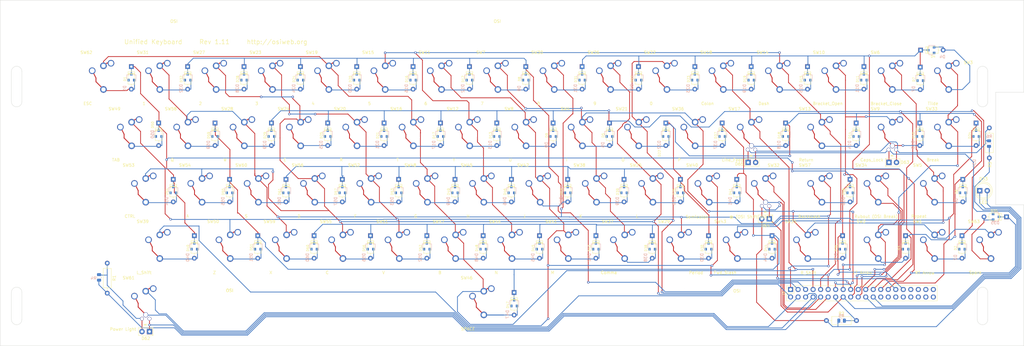
<source format=kicad_pcb>
(kicad_pcb (version 20171130) (host pcbnew "(5.1.6-0-10_14)")
  (title_block (title "Classic Retro Keyboard") (date 2020-08-17) (rev 1.11) (company OSIWeb.org))
  (layers (0 F.Cu signal) (31 B.Cu signal) (34 B.Paste user hide) (35 F.Paste user hide) (36 B.SilkS user) (37 F.SilkS user) (38 B.Mask user) (39 F.Mask user) (44 Edge.Cuts user))
  (net 0 "")
  (net 1 /Row3)
  (net 2 /Row0)
  (net 3 /Row1)
  (net 4 "Net-(D5-Pad2)")
  (net 5 "Net-(D7-Pad2)")
  (net 6 "Net-(D8-Pad2)")
  (net 7 "Net-(D9-Pad2)")
  (net 8 "Net-(D10-Pad2)")
  (net 9 "Net-(D11-Pad2)")
  (net 10 "Net-(D12-Pad2)")
  (net 11 "Net-(D13-Pad2)")
  (net 12 "Net-(D14-Pad2)")
  (net 13 "Net-(D15-Pad2)")
  (net 14 "Net-(D16-Pad2)")
  (net 15 "Net-(D18-Pad2)")
  (net 16 "Net-(D19-Pad2)")
  (net 17 "Net-(D20-Pad2)")
  (net 18 "Net-(D22-Pad2)")
  (net 19 "Net-(D23-Pad2)")
  (net 20 "Net-(D24-Pad2)")
  (net 21 "Net-(D25-Pad2)")
  (net 22 "Net-(D26-Pad2)")
  (net 23 "Net-(D27-Pad2)")
  (net 24 "Net-(D28-Pad2)")
  (net 25 "Net-(D29-Pad2)")
  (net 26 "Net-(D30-Pad2)")
  (net 27 "Net-(D31-Pad2)")
  (net 28 "Net-(D32-Pad2)")
  (net 29 "Net-(D34-Pad2)")
  (net 30 "Net-(D36-Pad2)")
  (net 31 /Row4)
  (net 32 /Row5)
  (net 33 /Row7)
  (net 34 "Net-(D41-Pad2)")
  (net 35 "Net-(D42-Pad2)")
  (net 36 "Net-(D43-Pad2)")
  (net 37 "Net-(D45-Pad2)")
  (net 38 "Net-(D46-Pad2)")
  (net 39 "Net-(D47-Pad2)")
  (net 40 "Net-(D48-Pad2)")
  (net 41 "Net-(D49-Pad2)")
  (net 42 "Net-(D50-Pad2)")
  (net 43 "Net-(D51-Pad2)")
  (net 44 "Net-(D52-Pad2)")
  (net 45 "Net-(D53-Pad2)")
  (net 46 "Net-(D54-Pad2)")
  (net 47 "Net-(D55-Pad2)")
  (net 48 "Net-(D56-Pad2)")
  (net 49 "Net-(D57-Pad2)")
  (net 50 "Net-(D58-Pad2)")
  (net 51 "Net-(D59-Pad2)")
  (net 52 "Net-(D60-Pad2)")
  (net 53 "Net-(D61-Pad2)")
  (net 54 /Col0)
  (net 55 /Col1)
  (net 56 /Col2)
  (net 57 /Col3)
  (net 58 /Col4)
  (net 59 /Col5)
  (net 60 /Col6)
  (net 61 /Col7)
  (net 62 /Row6)
  (net 63 /Row2)
  (net 64 "Net-(J1-Pad40)")
  (net 65 "Net-(J1-Pad39)")
  (net 66 "Net-(J1-Pad38)")
  (net 67 "Net-(J1-Pad37)")
  (net 68 "Net-(J1-Pad36)")
  (net 69 "Net-(J1-Pad35)")
  (net 70 "Net-(J1-Pad34)")
  (net 71 "Net-(J1-Pad33)")
  (net 72 "Net-(D2-Pad2)")
  (net 73 "Net-(D3-Pad2)")
  (net 74 "Net-(D4-Pad2)")
  (net 75 "Net-(D6-Pad2)")
  (net 76 "Net-(D17-Pad2)")
  (net 77 "Net-(D21-Pad2)")
  (net 78 "Net-(D37-Pad2)")
  (net 79 "Net-(D38-Pad2)")
  (net 80 "Net-(D39-Pad2)")
  (net 81 "Net-(D40-Pad2)")
  (net 82 "Net-(D44-Pad2)")
  (net 83 "Net-(J1-Pad6)")
  (net 84 "Net-(J1-Pad10)")
  (net 85 "Net-(J1-Pad12)")
  (net 86 "Net-(J1-Pad18)")
  (net 87 "Net-(J1-Pad20)")
  (net 88 "Net-(J1-Pad26)")
  (net 89 "Net-(J1-Pad28)")
  (net 90 "Net-(J1-Pad30)")
  (net 91 "Net-(J1-Pad32)")
  (net 92 "Net-(J1-Pad2)")
  (net 93 "Net-(J1-Pad4)")
  (net 94 "Net-(D1-Pad2)")
  (net 95 "Net-(D35-Pad2)")
  (net 96 "Net-(D33-Pad2)")
  (net 97 "Net-(D33-Pad1)")
  (net 98 "Net-(J1-Pad22)")
  (net 99 "Net-(J1-Pad14)")
  (net 100 "Net-(D62-Pad2)")
  (net 101 "Net-(D62-Pad1)")
  (net 102 "Net-(D63-Pad2)")
  (net 103 "Net-(D63-Pad1)")
  (module unikbd:diode-combined (layer B.Cu) (at 207.40878 165.88486 270)
    (fp_text reference D47 (at 3.81 2.247 270) (layer B.SilkS) (effects (justify mirror)))
    (fp_text value 1N4148)
    (fp_text user %R (at 0.635 2.159 270) (layer F.SilkS) (effects (font (size 0.8 0.8) (thickness 0.12))))
    (fp_poly (pts (xy 4.1656 -0.5334) (xy 4.0132 -0.5334) (xy 4.0132 -0.9906) (xy 1.2192 -0.9906) (xy 1.2192 -1.143) (xy 4.1656 -1.143)) (layer B.Cu) (width 0.1))
    (fp_poly (pts (xy -1.2192 0.0762) (xy -3.048 0.0762) (xy -3.048 -0.0762) (xy -1.2192 -0.0762)) (layer B.Cu) (width 0.1))
    (pad 2 thru_hole oval (at 4.064 0 270) (size 1.6 1.6) (drill 0.8) (layers *.Cu *.Mask) (net 39 "Net-(D47-Pad2)"))
    (pad 1 thru_hole rect (at -3.556 0 270) (size 1.6 1.6) (drill 0.8) (layers *.Cu *.Mask) (net 3 /Row1))
    (pad 4 smd rect (at -1 0 90) (size 0.9 0.8) (layers B.Cu B.Paste B.Mask))
    (pad "" smd rect (at 1 0.95 90) (size 0.9 0.8) (layers B.Cu B.Paste B.Mask))
    (pad 3 smd rect (at 1 -0.95 90) (size 0.9 0.8) (layers B.Cu B.Paste B.Mask))
  )
  (module unikbd:diode-combined (layer B.Cu) (at 87.24138 108.58246 270)
    (fp_text reference D50 (at 0.254 2.12 90) (layer B.SilkS) (effects (justify mirror)))
    (fp_text value 1N4148)
    (fp_text user %R (at -2.921 2.032 90) (layer F.SilkS) (effects (font (size 0.8 0.8) (thickness 0.12))))
    (fp_poly (pts (xy 4.1656 -0.5334) (xy 4.0132 -0.5334) (xy 4.0132 -0.9906) (xy 1.2192 -0.9906) (xy 1.2192 -1.143) (xy 4.1656 -1.143)) (layer B.Cu) (width 0.1))
    (fp_poly (pts (xy -1.2192 0.0762) (xy -3.048 0.0762) (xy -3.048 -0.0762) (xy -1.2192 -0.0762)) (layer B.Cu) (width 0.1))
    (pad 2 thru_hole oval (at 4.064 0 270) (size 1.6 1.6) (drill 0.8) (layers *.Cu *.Mask) (net 42 "Net-(D50-Pad2)"))
    (pad 1 thru_hole rect (at -3.556 0 270) (size 1.6 1.6) (drill 0.8) (layers *.Cu *.Mask) (net 2 /Row0))
    (pad 4 smd rect (at -1 0 90) (size 0.9 0.8) (layers B.Cu B.Paste B.Mask))
    (pad "" smd rect (at 1 0.95 90) (size 0.9 0.8) (layers B.Cu B.Paste B.Mask))
    (pad 3 smd rect (at 1 -0.95 90) (size 0.9 0.8) (layers B.Cu B.Paste B.Mask))
  )
  (module unikbd:diode-combined (layer B.Cu) (at 318.44488 146.68246 270)
    (fp_text reference D36 (at 3.81 2.247 270) (layer B.SilkS) (effects (justify mirror)))
    (fp_text value 1N4148)
    (fp_text user %R (at 0.635 2.159 270) (layer F.SilkS) (effects (font (size 0.8 0.8) (thickness 0.12))))
    (fp_poly (pts (xy 4.1656 -0.5334) (xy 4.0132 -0.5334) (xy 4.0132 -0.9906) (xy 1.2192 -0.9906) (xy 1.2192 -1.143) (xy 4.1656 -1.143)) (layer B.Cu) (width 0.1))
    (fp_poly (pts (xy -1.2192 0.0762) (xy -3.048 0.0762) (xy -3.048 -0.0762) (xy -1.2192 -0.0762)) (layer B.Cu) (width 0.1))
    (pad 2 thru_hole oval (at 4.064 0 270) (size 1.6 1.6) (drill 0.8) (layers *.Cu *.Mask) (net 30 "Net-(D36-Pad2)"))
    (pad 1 thru_hole rect (at -3.556 0 270) (size 1.6 1.6) (drill 0.8) (layers *.Cu *.Mask) (net 2 /Row0))
    (pad 4 smd rect (at -1 0 90) (size 0.9 0.8) (layers B.Cu B.Paste B.Mask))
    (pad "" smd rect (at 1 0.95 90) (size 0.9 0.8) (layers B.Cu B.Paste B.Mask))
    (pad 3 smd rect (at 1 -0.95 90) (size 0.9 0.8) (layers B.Cu B.Paste B.Mask))
  )
  (module unikbd:diode-combined (layer B.Cu) (at 273.14398 146.68246 270)
    (fp_text reference D30 (at 3.81 2.247 270) (layer B.SilkS) (effects (justify mirror)))
    (fp_text value 1N4148)
    (fp_text user %R (at 0.635 2.159 270) (layer F.SilkS) (effects (font (size 0.8 0.8) (thickness 0.12))))
    (fp_poly (pts (xy 4.1656 -0.5334) (xy 4.0132 -0.5334) (xy 4.0132 -0.9906) (xy 1.2192 -0.9906) (xy 1.2192 -1.143) (xy 4.1656 -1.143)) (layer B.Cu) (width 0.1))
    (fp_poly (pts (xy -1.2192 0.0762) (xy -3.048 0.0762) (xy -3.048 -0.0762) (xy -1.2192 -0.0762)) (layer B.Cu) (width 0.1))
    (pad 2 thru_hole oval (at 4.064 0 270) (size 1.6 1.6) (drill 0.8) (layers *.Cu *.Mask) (net 26 "Net-(D30-Pad2)"))
    (pad 1 thru_hole rect (at -3.556 0 270) (size 1.6 1.6) (drill 0.8) (layers *.Cu *.Mask) (net 32 /Row5))
    (pad 4 smd rect (at -1 0 90) (size 0.9 0.8) (layers B.Cu B.Paste B.Mask))
    (pad "" smd rect (at 1 0.95 90) (size 0.9 0.8) (layers B.Cu B.Paste B.Mask))
    (pad 3 smd rect (at 1 -0.95 90) (size 0.9 0.8) (layers B.Cu B.Paste B.Mask))
  )
  (module unikbd:diode-combined (layer B.Cu) (at 299.19168 108.58246 270)
    (fp_text reference D18 (at 3.81 2.247 270) (layer B.SilkS) (effects (justify mirror)))
    (fp_text value 1N4148)
    (fp_text user %R (at 0.635 2.159 270) (layer F.SilkS) (effects (font (size 0.8 0.8) (thickness 0.12))))
    (fp_poly (pts (xy 4.1656 -0.5334) (xy 4.0132 -0.5334) (xy 4.0132 -0.9906) (xy 1.2192 -0.9906) (xy 1.2192 -1.143) (xy 4.1656 -1.143)) (layer B.Cu) (width 0.1))
    (fp_poly (pts (xy -1.2192 0.0762) (xy -3.048 0.0762) (xy -3.048 -0.0762) (xy -1.2192 -0.0762)) (layer B.Cu) (width 0.1))
    (pad 2 thru_hole oval (at 4.064 0 270) (size 1.6 1.6) (drill 0.8) (layers *.Cu *.Mask) (net 15 "Net-(D18-Pad2)"))
    (pad 1 thru_hole rect (at -3.556 0 270) (size 1.6 1.6) (drill 0.8) (layers *.Cu *.Mask) (net 32 /Row5))
    (pad 4 smd rect (at -1 0 90) (size 0.9 0.8) (layers B.Cu B.Paste B.Mask))
    (pad "" smd rect (at 1 0.95 90) (size 0.9 0.8) (layers B.Cu B.Paste B.Mask))
    (pad 3 smd rect (at 1 -0.95 90) (size 0.9 0.8) (layers B.Cu B.Paste B.Mask))
  )
  (module unikbd:diode-combined (layer B.Cu) (at 370.3193 136.7536 180)
    (fp_text reference D35 (at 0.2794 -1.9812) (layer B.SilkS) (effects (justify mirror)))
    (fp_text value 1N4148 hide)
    (fp_text user %R (at 0.635 1.9812) (layer F.SilkS) (effects (font (size 0.8 0.8) (thickness 0.12))))
    (fp_poly (pts (xy 4.1656 -0.5334) (xy 4.0132 -0.5334) (xy 4.0132 -0.9906) (xy 1.2192 -0.9906) (xy 1.2192 -1.143) (xy 4.1656 -1.143)) (layer B.Cu) (width 0.1))
    (fp_poly (pts (xy -1.2192 0.0762) (xy -3.048 0.0762) (xy -3.048 -0.0762) (xy -1.2192 -0.0762)) (layer B.Cu) (width 0.1))
    (pad 2 thru_hole oval (at 4.064 0 180) (size 1.6 1.6) (drill 0.8) (layers *.Cu *.Mask) (net 95 "Net-(D35-Pad2)"))
    (pad 1 thru_hole rect (at -3.556 0 180) (size 1.6 1.6) (drill 0.8) (layers *.Cu *.Mask) (net 1 /Row3))
    (pad 4 smd rect (at -1 0) (size 0.9 0.8) (layers B.Cu B.Paste B.Mask))
    (pad "" smd rect (at 1 0.95) (size 0.9 0.8) (layers B.Cu B.Paste B.Mask))
    (pad 3 smd rect (at 1 -0.95) (size 0.9 0.8) (layers B.Cu B.Paste B.Mask))
  )
  (module unikbd:diode-combined (layer B.Cu) (at 77.99578 89.53246 270)
    (fp_text reference D1 (at 3.81 2.247 270) (layer B.SilkS) (effects (justify mirror)))
    (fp_text value 1N4148)
    (fp_text user %R (at 0.635 2.159 270) (layer F.SilkS) (effects (font (size 0.8 0.8) (thickness 0.12))))
    (fp_poly (pts (xy 4.1656 -0.5334) (xy 4.0132 -0.5334) (xy 4.0132 -0.9906) (xy 1.2192 -0.9906) (xy 1.2192 -1.143) (xy 4.1656 -1.143)) (layer B.Cu) (width 0.1))
    (fp_poly (pts (xy -1.2192 0.0762) (xy -3.048 0.0762) (xy -3.048 -0.0762) (xy -1.2192 -0.0762)) (layer B.Cu) (width 0.1))
    (pad 2 thru_hole oval (at 4.064 0 270) (size 1.6 1.6) (drill 0.8) (layers *.Cu *.Mask) (net 94 "Net-(D1-Pad2)"))
    (pad 1 thru_hole rect (at -3.556 0 270) (size 1.6 1.6) (drill 0.8) (layers *.Cu *.Mask) (net 2 /Row0))
    (pad 4 smd rect (at -1 0 90) (size 0.9 0.8) (layers B.Cu B.Paste B.Mask))
    (pad "" smd rect (at 1 0.95 90) (size 0.9 0.8) (layers B.Cu B.Paste B.Mask))
    (pad 3 smd rect (at 1 -0.95 90) (size 0.9 0.8) (layers B.Cu B.Paste B.Mask))
  )
  (module unikbd:diode-combined (layer B.Cu) (at 344.53322 108.58246 270)
    (fp_text reference D10 (at 3.81 2.247 270) (layer B.SilkS) (effects (justify mirror)))
    (fp_text value 1N4148)
    (fp_text user %R (at 0.635 2.159 270) (layer F.SilkS) (effects (font (size 0.8 0.8) (thickness 0.12))))
    (fp_poly (pts (xy 4.1656 -0.5334) (xy 4.0132 -0.5334) (xy 4.0132 -0.9906) (xy 1.2192 -0.9906) (xy 1.2192 -1.143) (xy 4.1656 -1.143)) (layer B.Cu) (width 0.1))
    (fp_poly (pts (xy -1.2192 0.0762) (xy -3.048 0.0762) (xy -3.048 -0.0762) (xy -1.2192 -0.0762)) (layer B.Cu) (width 0.1))
    (pad 2 thru_hole oval (at 4.064 0 270) (size 1.6 1.6) (drill 0.8) (layers *.Cu *.Mask) (net 8 "Net-(D10-Pad2)"))
    (pad 1 thru_hole rect (at -3.556 0 270) (size 1.6 1.6) (drill 0.8) (layers *.Cu *.Mask) (net 32 /Row5))
    (pad 4 smd rect (at -1 0 90) (size 0.9 0.8) (layers B.Cu B.Paste B.Mask))
    (pad "" smd rect (at 1 0.95 90) (size 0.9 0.8) (layers B.Cu B.Paste B.Mask))
    (pad 3 smd rect (at 1 -0.95 90) (size 0.9 0.8) (layers B.Cu B.Paste B.Mask))
  )
  (module unikbd:diode-combined (layer B.Cu) (at 325.64578 89.53246 270)
    (fp_text reference D11 (at 3.81 2.247 270) (layer B.SilkS) (effects (justify mirror)))
    (fp_text value 1N4148)
    (fp_text user %R (at 0.635 2.159 270) (layer F.SilkS) (effects (font (size 0.8 0.8) (thickness 0.12))))
    (fp_poly (pts (xy 4.1656 -0.5334) (xy 4.0132 -0.5334) (xy 4.0132 -0.9906) (xy 1.2192 -0.9906) (xy 1.2192 -1.143) (xy 4.1656 -1.143)) (layer B.Cu) (width 0.1))
    (fp_poly (pts (xy -1.2192 0.0762) (xy -3.048 0.0762) (xy -3.048 -0.0762) (xy -1.2192 -0.0762)) (layer B.Cu) (width 0.1))
    (pad 2 thru_hole oval (at 4.064 0 270) (size 1.6 1.6) (drill 0.8) (layers *.Cu *.Mask) (net 9 "Net-(D11-Pad2)"))
    (pad 1 thru_hole rect (at -3.556 0 270) (size 1.6 1.6) (drill 0.8) (layers *.Cu *.Mask) (net 62 /Row6))
    (pad 4 smd rect (at -1 0 90) (size 0.9 0.8) (layers B.Cu B.Paste B.Mask))
    (pad "" smd rect (at 1 0.95 90) (size 0.9 0.8) (layers B.Cu B.Paste B.Mask))
    (pad 3 smd rect (at 1 -0.95 90) (size 0.9 0.8) (layers B.Cu B.Paste B.Mask))
  )
  (module unikbd:diode-combined (layer B.Cu) (at 239.64138 108.58246 270)
    (fp_text reference D5 (at 3.81 2.247 270) (layer B.SilkS) (effects (justify mirror)))
    (fp_text value 1N4148)
    (fp_text user %R (at 0.635 2.159 270) (layer F.SilkS) (effects (font (size 0.8 0.8) (thickness 0.12))))
    (fp_poly (pts (xy 4.1656 -0.5334) (xy 4.0132 -0.5334) (xy 4.0132 -0.9906) (xy 1.2192 -0.9906) (xy 1.2192 -1.143) (xy 4.1656 -1.143)) (layer B.Cu) (width 0.1))
    (fp_poly (pts (xy -1.2192 0.0762) (xy -3.048 0.0762) (xy -3.048 -0.0762) (xy -1.2192 -0.0762)) (layer B.Cu) (width 0.1))
    (pad 2 thru_hole oval (at 4.064 0 270) (size 1.6 1.6) (drill 0.8) (layers *.Cu *.Mask) (net 4 "Net-(D5-Pad2)"))
    (pad 1 thru_hole rect (at -3.556 0 270) (size 1.6 1.6) (drill 0.8) (layers *.Cu *.Mask) (net 31 /Row4))
    (pad 4 smd rect (at -1 0 90) (size 0.9 0.8) (layers B.Cu B.Paste B.Mask))
    (pad "" smd rect (at 1 0.95 90) (size 0.9 0.8) (layers B.Cu B.Paste B.Mask))
    (pad 3 smd rect (at 1 -0.95 90) (size 0.9 0.8) (layers B.Cu B.Paste B.Mask))
  )
  (module unikbd:diode-combined (layer B.Cu) (at 363.58322 108.58246 270)
    (fp_text reference D34 (at 10.12444 0.60198 270) (layer B.SilkS) (effects (justify mirror)))
    (fp_text value 1N4148 hide)
    (fp_text user %R (at 0.635 2.159 270) (layer F.SilkS) (effects (font (size 0.8 0.8) (thickness 0.12))))
    (fp_poly (pts (xy 4.1656 -0.5334) (xy 4.0132 -0.5334) (xy 4.0132 -0.9906) (xy 1.2192 -0.9906) (xy 1.2192 -1.143) (xy 4.1656 -1.143)) (layer B.Cu) (width 0.1))
    (fp_poly (pts (xy -1.2192 0.0762) (xy -3.048 0.0762) (xy -3.048 -0.0762) (xy -1.2192 -0.0762)) (layer B.Cu) (width 0.1))
    (pad 2 thru_hole oval (at 4.064 0 270) (size 1.6 1.6) (drill 0.8) (layers *.Cu *.Mask) (net 29 "Net-(D34-Pad2)"))
    (pad 1 thru_hole rect (at -3.556 0 270) (size 1.6 1.6) (drill 0.8) (layers *.Cu *.Mask) (net 63 /Row2))
    (pad 4 smd rect (at -1 0 90) (size 0.9 0.8) (layers B.Cu B.Paste B.Mask))
    (pad "" smd rect (at 1 0.95 90) (size 0.9 0.8) (layers B.Cu B.Paste B.Mask))
    (pad 3 smd rect (at 1 -0.95 90) (size 0.9 0.8) (layers B.Cu B.Paste B.Mask))
  )
  (module unikbd:diode-combined (layer B.Cu) (at 277.74138 108.58246 270)
    (fp_text reference D37 (at 3.81 2.247 270) (layer B.SilkS) (effects (justify mirror)))
    (fp_text value 1N4148)
    (fp_text user %R (at 0.635 2.159 270) (layer F.SilkS) (effects (font (size 0.8 0.8) (thickness 0.12))))
    (fp_poly (pts (xy 4.1656 -0.5334) (xy 4.0132 -0.5334) (xy 4.0132 -0.9906) (xy 1.2192 -0.9906) (xy 1.2192 -1.143) (xy 4.1656 -1.143)) (layer B.Cu) (width 0.1))
    (fp_poly (pts (xy -1.2192 0.0762) (xy -3.048 0.0762) (xy -3.048 -0.0762) (xy -1.2192 -0.0762)) (layer B.Cu) (width 0.1))
    (pad 2 thru_hole oval (at 4.064 0 270) (size 1.6 1.6) (drill 0.8) (layers *.Cu *.Mask) (net 78 "Net-(D37-Pad2)"))
    (pad 1 thru_hole rect (at -3.556 0 270) (size 1.6 1.6) (drill 0.8) (layers *.Cu *.Mask) (net 3 /Row1))
    (pad 4 smd rect (at -1 0 90) (size 0.9 0.8) (layers B.Cu B.Paste B.Mask))
    (pad "" smd rect (at 1 0.95 90) (size 0.9 0.8) (layers B.Cu B.Paste B.Mask))
    (pad 3 smd rect (at 1 -0.95 90) (size 0.9 0.8) (layers B.Cu B.Paste B.Mask))
  )
  (module unikbd:diode-combined (layer B.Cu) (at 254.09398 146.68246 270)
    (fp_text reference D38 (at 3.81 2.247 270) (layer B.SilkS) (effects (justify mirror)))
    (fp_text value 1N4148)
    (fp_text user %R (at 0.635 2.159 270) (layer F.SilkS) (effects (font (size 0.8 0.8) (thickness 0.12))))
    (fp_poly (pts (xy 4.1656 -0.5334) (xy 4.0132 -0.5334) (xy 4.0132 -0.9906) (xy 1.2192 -0.9906) (xy 1.2192 -1.143) (xy 4.1656 -1.143)) (layer B.Cu) (width 0.1))
    (fp_poly (pts (xy -1.2192 0.0762) (xy -3.048 0.0762) (xy -3.048 -0.0762) (xy -1.2192 -0.0762)) (layer B.Cu) (width 0.1))
    (pad 2 thru_hole oval (at 4.064 0 270) (size 1.6 1.6) (drill 0.8) (layers *.Cu *.Mask) (net 79 "Net-(D38-Pad2)"))
    (pad 1 thru_hole rect (at -3.556 0 270) (size 1.6 1.6) (drill 0.8) (layers *.Cu *.Mask) (net 63 /Row2))
    (pad 4 smd rect (at -1 0 90) (size 0.9 0.8) (layers B.Cu B.Paste B.Mask))
    (pad "" smd rect (at 1 0.95 90) (size 0.9 0.8) (layers B.Cu B.Paste B.Mask))
    (pad 3 smd rect (at 1 -0.95 90) (size 0.9 0.8) (layers B.Cu B.Paste B.Mask))
  )
  (module unikbd:diode-combined (layer B.Cu) (at 244.56898 127.63246 270)
    (fp_text reference D39 (at 3.81 2.247 270) (layer B.SilkS) (effects (justify mirror)))
    (fp_text value 1N4148)
    (fp_text user %R (at 0.635 2.159 270) (layer F.SilkS) (effects (font (size 0.8 0.8) (thickness 0.12))))
    (fp_poly (pts (xy 4.1656 -0.5334) (xy 4.0132 -0.5334) (xy 4.0132 -0.9906) (xy 1.2192 -0.9906) (xy 1.2192 -1.143) (xy 4.1656 -1.143)) (layer B.Cu) (width 0.1))
    (fp_poly (pts (xy -1.2192 0.0762) (xy -3.048 0.0762) (xy -3.048 -0.0762) (xy -1.2192 -0.0762)) (layer B.Cu) (width 0.1))
    (pad 2 thru_hole oval (at 4.064 0 270) (size 1.6 1.6) (drill 0.8) (layers *.Cu *.Mask) (net 80 "Net-(D39-Pad2)"))
    (pad 1 thru_hole rect (at -3.556 0 270) (size 1.6 1.6) (drill 0.8) (layers *.Cu *.Mask) (net 1 /Row3))
    (pad 4 smd rect (at -1 0 90) (size 0.9 0.8) (layers B.Cu B.Paste B.Mask))
    (pad "" smd rect (at 1 0.95 90) (size 0.9 0.8) (layers B.Cu B.Paste B.Mask))
    (pad 3 smd rect (at 1 -0.95 90) (size 0.9 0.8) (layers B.Cu B.Paste B.Mask))
  )
  (module unikbd:diode-combined (layer B.Cu) (at 99.29368 146.68246 270)
    (fp_text reference D40 (at 3.81 2.247 270) (layer B.SilkS) (effects (justify mirror)))
    (fp_text value 1N4148)
    (fp_text user %R (at 0.635 2.159 270) (layer F.SilkS) (effects (font (size 0.8 0.8) (thickness 0.12))))
    (fp_poly (pts (xy 4.1656 -0.5334) (xy 4.0132 -0.5334) (xy 4.0132 -0.9906) (xy 1.2192 -0.9906) (xy 1.2192 -1.143) (xy 4.1656 -1.143)) (layer B.Cu) (width 0.1))
    (fp_poly (pts (xy -1.2192 0.0762) (xy -3.048 0.0762) (xy -3.048 -0.0762) (xy -1.2192 -0.0762)) (layer B.Cu) (width 0.1))
    (pad 2 thru_hole oval (at 4.064 0 270) (size 1.6 1.6) (drill 0.8) (layers *.Cu *.Mask) (net 81 "Net-(D40-Pad2)"))
    (pad 1 thru_hole rect (at -3.556 0 270) (size 1.6 1.6) (drill 0.8) (layers *.Cu *.Mask) (net 2 /Row0))
    (pad 4 smd rect (at -1 0 90) (size 0.9 0.8) (layers B.Cu B.Paste B.Mask))
    (pad "" smd rect (at 1 0.95 90) (size 0.9 0.8) (layers B.Cu B.Paste B.Mask))
    (pad 3 smd rect (at 1 -0.95 90) (size 0.9 0.8) (layers B.Cu B.Paste B.Mask))
  )
  (module unikbd:diode-combined (layer B.Cu) (at 282.66898 127.63246 270)
    (fp_text reference D41 (at 3.81 2.247 270) (layer B.SilkS) (effects (justify mirror)))
    (fp_text value 1N4148)
    (fp_text user %R (at 0.635 2.159 270) (layer F.SilkS) (effects (font (size 0.8 0.8) (thickness 0.12))))
    (fp_poly (pts (xy 4.1656 -0.5334) (xy 4.0132 -0.5334) (xy 4.0132 -0.9906) (xy 1.2192 -0.9906) (xy 1.2192 -1.143) (xy 4.1656 -1.143)) (layer B.Cu) (width 0.1))
    (fp_poly (pts (xy -1.2192 0.0762) (xy -3.048 0.0762) (xy -3.048 -0.0762) (xy -1.2192 -0.0762)) (layer B.Cu) (width 0.1))
    (pad 2 thru_hole oval (at 4.064 0 270) (size 1.6 1.6) (drill 0.8) (layers *.Cu *.Mask) (net 34 "Net-(D41-Pad2)"))
    (pad 1 thru_hole rect (at -3.556 0 270) (size 1.6 1.6) (drill 0.8) (layers *.Cu *.Mask) (net 3 /Row1))
    (pad 4 smd rect (at -1 0 90) (size 0.9 0.8) (layers B.Cu B.Paste B.Mask))
    (pad "" smd rect (at 1 0.95 90) (size 0.9 0.8) (layers B.Cu B.Paste B.Mask))
    (pad 3 smd rect (at 1 -0.95 90) (size 0.9 0.8) (layers B.Cu B.Paste B.Mask))
  )
  (module unikbd:diode-combined (layer B.Cu) (at 235.04398 146.68246 270)
    (fp_text reference D42 (at 3.81 2.247 270) (layer B.SilkS) (effects (justify mirror)))
    (fp_text value 1N4148)
    (fp_text user %R (at 0.635 2.159 270) (layer F.SilkS) (effects (font (size 0.8 0.8) (thickness 0.12))))
    (fp_poly (pts (xy 4.1656 -0.5334) (xy 4.0132 -0.5334) (xy 4.0132 -0.9906) (xy 1.2192 -0.9906) (xy 1.2192 -1.143) (xy 4.1656 -1.143)) (layer B.Cu) (width 0.1))
    (fp_poly (pts (xy -1.2192 0.0762) (xy -3.048 0.0762) (xy -3.048 -0.0762) (xy -1.2192 -0.0762)) (layer B.Cu) (width 0.1))
    (pad 2 thru_hole oval (at 4.064 0 270) (size 1.6 1.6) (drill 0.8) (layers *.Cu *.Mask) (net 35 "Net-(D42-Pad2)"))
    (pad 1 thru_hole rect (at -3.556 0 270) (size 1.6 1.6) (drill 0.8) (layers *.Cu *.Mask) (net 63 /Row2))
    (pad 4 smd rect (at -1 0 90) (size 0.9 0.8) (layers B.Cu B.Paste B.Mask))
    (pad "" smd rect (at 1 0.95 90) (size 0.9 0.8) (layers B.Cu B.Paste B.Mask))
    (pad 3 smd rect (at 1 -0.95 90) (size 0.9 0.8) (layers B.Cu B.Paste B.Mask))
  )
  (module unikbd:diode-combined (layer B.Cu) (at 225.51898 127.63246 270)
    (fp_text reference D43 (at 3.81 2.247 270) (layer B.SilkS) (effects (justify mirror)))
    (fp_text value 1N4148)
    (fp_text user %R (at 0.635 2.159 270) (layer F.SilkS) (effects (font (size 0.8 0.8) (thickness 0.12))))
    (fp_poly (pts (xy 4.1656 -0.5334) (xy 4.0132 -0.5334) (xy 4.0132 -0.9906) (xy 1.2192 -0.9906) (xy 1.2192 -1.143) (xy 4.1656 -1.143)) (layer B.Cu) (width 0.1))
    (fp_poly (pts (xy -1.2192 0.0762) (xy -3.048 0.0762) (xy -3.048 -0.0762) (xy -1.2192 -0.0762)) (layer B.Cu) (width 0.1))
    (pad 2 thru_hole oval (at 4.064 0 270) (size 1.6 1.6) (drill 0.8) (layers *.Cu *.Mask) (net 36 "Net-(D43-Pad2)"))
    (pad 1 thru_hole rect (at -3.556 0 270) (size 1.6 1.6) (drill 0.8) (layers *.Cu *.Mask) (net 1 /Row3))
    (pad 4 smd rect (at -1 0 90) (size 0.9 0.8) (layers B.Cu B.Paste B.Mask))
    (pad "" smd rect (at 1 0.95 90) (size 0.9 0.8) (layers B.Cu B.Paste B.Mask))
    (pad 3 smd rect (at 1 -0.95 90) (size 0.9 0.8) (layers B.Cu B.Paste B.Mask))
  )
  (module unikbd:diode-combined (layer B.Cu) (at 294.59428 146.68246 270)
    (fp_text reference D44 (at 3.81 2.247 270) (layer B.SilkS) (effects (justify mirror)))
    (fp_text value 1N4148)
    (fp_text user %R (at 0.635 2.159 270) (layer F.SilkS) (effects (font (size 0.8 0.8) (thickness 0.12))))
    (fp_poly (pts (xy 4.1656 -0.5334) (xy 4.0132 -0.5334) (xy 4.0132 -0.9906) (xy 1.2192 -0.9906) (xy 1.2192 -1.143) (xy 4.1656 -1.143)) (layer B.Cu) (width 0.1))
    (fp_poly (pts (xy -1.2192 0.0762) (xy -3.048 0.0762) (xy -3.048 -0.0762) (xy -1.2192 -0.0762)) (layer B.Cu) (width 0.1))
    (pad 2 thru_hole oval (at 4.064 0 270) (size 1.6 1.6) (drill 0.8) (layers *.Cu *.Mask) (net 82 "Net-(D44-Pad2)"))
    (pad 1 thru_hole rect (at -3.556 0 270) (size 1.6 1.6) (drill 0.8) (layers *.Cu *.Mask) (net 3 /Row1))
    (pad 4 smd rect (at -1 0 90) (size 0.9 0.8) (layers B.Cu B.Paste B.Mask))
    (pad "" smd rect (at 1 0.95 90) (size 0.9 0.8) (layers B.Cu B.Paste B.Mask))
    (pad 3 smd rect (at 1 -0.95 90) (size 0.9 0.8) (layers B.Cu B.Paste B.Mask))
  )
  (module unikbd:diode-combined (layer B.Cu) (at 215.99398 146.68246 270)
    (fp_text reference D45 (at 3.81 2.247 270) (layer B.SilkS) (effects (justify mirror)))
    (fp_text value 1N4148)
    (fp_text user %R (at 0.635 2.159 270) (layer F.SilkS) (effects (font (size 0.8 0.8) (thickness 0.12))))
    (fp_poly (pts (xy 4.1656 -0.5334) (xy 4.0132 -0.5334) (xy 4.0132 -0.9906) (xy 1.2192 -0.9906) (xy 1.2192 -1.143) (xy 4.1656 -1.143)) (layer B.Cu) (width 0.1))
    (fp_poly (pts (xy -1.2192 0.0762) (xy -3.048 0.0762) (xy -3.048 -0.0762) (xy -1.2192 -0.0762)) (layer B.Cu) (width 0.1))
    (pad 2 thru_hole oval (at 4.064 0 270) (size 1.6 1.6) (drill 0.8) (layers *.Cu *.Mask) (net 37 "Net-(D45-Pad2)"))
    (pad 1 thru_hole rect (at -3.556 0 270) (size 1.6 1.6) (drill 0.8) (layers *.Cu *.Mask) (net 63 /Row2))
    (pad 4 smd rect (at -1 0 90) (size 0.9 0.8) (layers B.Cu B.Paste B.Mask))
    (pad "" smd rect (at 1 0.95 90) (size 0.9 0.8) (layers B.Cu B.Paste B.Mask))
    (pad 3 smd rect (at 1 -0.95 90) (size 0.9 0.8) (layers B.Cu B.Paste B.Mask))
  )
  (module unikbd:diode-combined (layer B.Cu) (at 206.46898 127.63246 270)
    (fp_text reference D46 (at 3.81 2.247 270) (layer B.SilkS) (effects (justify mirror)))
    (fp_text value 1N4148)
    (fp_text user %R (at 0.635 2.159 270) (layer F.SilkS) (effects (font (size 0.8 0.8) (thickness 0.12))))
    (fp_poly (pts (xy 4.1656 -0.5334) (xy 4.0132 -0.5334) (xy 4.0132 -0.9906) (xy 1.2192 -0.9906) (xy 1.2192 -1.143) (xy 4.1656 -1.143)) (layer B.Cu) (width 0.1))
    (fp_poly (pts (xy -1.2192 0.0762) (xy -3.048 0.0762) (xy -3.048 -0.0762) (xy -1.2192 -0.0762)) (layer B.Cu) (width 0.1))
    (pad 2 thru_hole oval (at 4.064 0 270) (size 1.6 1.6) (drill 0.8) (layers *.Cu *.Mask) (net 38 "Net-(D46-Pad2)"))
    (pad 1 thru_hole rect (at -3.556 0 270) (size 1.6 1.6) (drill 0.8) (layers *.Cu *.Mask) (net 1 /Row3))
    (pad 4 smd rect (at -1 0 90) (size 0.9 0.8) (layers B.Cu B.Paste B.Mask))
    (pad "" smd rect (at 1 0.95 90) (size 0.9 0.8) (layers B.Cu B.Paste B.Mask))
    (pad 3 smd rect (at 1 -0.95 90) (size 0.9 0.8) (layers B.Cu B.Paste B.Mask))
  )
  (module unikbd:diode-combined (layer B.Cu) (at 196.94398 146.68246 270)
    (fp_text reference D48 (at 3.81 2.247 270) (layer B.SilkS) (effects (justify mirror)))
    (fp_text value 1N4148)
    (fp_text user %R (at 0.635 2.159 270) (layer F.SilkS) (effects (font (size 0.8 0.8) (thickness 0.12))))
    (fp_poly (pts (xy 4.1656 -0.5334) (xy 4.0132 -0.5334) (xy 4.0132 -0.9906) (xy 1.2192 -0.9906) (xy 1.2192 -1.143) (xy 4.1656 -1.143)) (layer B.Cu) (width 0.1))
    (fp_poly (pts (xy -1.2192 0.0762) (xy -3.048 0.0762) (xy -3.048 -0.0762) (xy -1.2192 -0.0762)) (layer B.Cu) (width 0.1))
    (pad 2 thru_hole oval (at 4.064 0 270) (size 1.6 1.6) (drill 0.8) (layers *.Cu *.Mask) (net 40 "Net-(D48-Pad2)"))
    (pad 1 thru_hole rect (at -3.556 0 270) (size 1.6 1.6) (drill 0.8) (layers *.Cu *.Mask) (net 63 /Row2))
    (pad 4 smd rect (at -1 0 90) (size 0.9 0.8) (layers B.Cu B.Paste B.Mask))
    (pad "" smd rect (at 1 0.95 90) (size 0.9 0.8) (layers B.Cu B.Paste B.Mask))
    (pad 3 smd rect (at 1 -0.95 90) (size 0.9 0.8) (layers B.Cu B.Paste B.Mask))
  )
  (module unikbd:diode-combined (layer B.Cu) (at 187.41898 127.63246 270)
    (fp_text reference D49 (at 3.81 2.247 270) (layer B.SilkS) (effects (justify mirror)))
    (fp_text value 1N4148)
    (fp_text user %R (at 0.635 2.159 270) (layer F.SilkS) (effects (font (size 0.8 0.8) (thickness 0.12))))
    (fp_poly (pts (xy 4.1656 -0.5334) (xy 4.0132 -0.5334) (xy 4.0132 -0.9906) (xy 1.2192 -0.9906) (xy 1.2192 -1.143) (xy 4.1656 -1.143)) (layer B.Cu) (width 0.1))
    (fp_poly (pts (xy -1.2192 0.0762) (xy -3.048 0.0762) (xy -3.048 -0.0762) (xy -1.2192 -0.0762)) (layer B.Cu) (width 0.1))
    (pad 2 thru_hole oval (at 4.064 0 270) (size 1.6 1.6) (drill 0.8) (layers *.Cu *.Mask) (net 41 "Net-(D49-Pad2)"))
    (pad 1 thru_hole rect (at -3.556 0 270) (size 1.6 1.6) (drill 0.8) (layers *.Cu *.Mask) (net 1 /Row3))
    (pad 4 smd rect (at -1 0 90) (size 0.9 0.8) (layers B.Cu B.Paste B.Mask))
    (pad "" smd rect (at 1 0.95 90) (size 0.9 0.8) (layers B.Cu B.Paste B.Mask))
    (pad 3 smd rect (at 1 -0.95 90) (size 0.9 0.8) (layers B.Cu B.Paste B.Mask))
  )
  (module unikbd:diode-combined (layer B.Cu) (at 120.74398 146.68246 270)
    (fp_text reference D51 (at 3.81 2.247 270) (layer B.SilkS) (effects (justify mirror)))
    (fp_text value 1N4148)
    (fp_text user %R (at 0.34544 2.19202 270) (layer F.SilkS) (effects (font (size 0.8 0.8) (thickness 0.12))))
    (fp_poly (pts (xy 4.1656 -0.5334) (xy 4.0132 -0.5334) (xy 4.0132 -0.9906) (xy 1.2192 -0.9906) (xy 1.2192 -1.143) (xy 4.1656 -1.143)) (layer B.Cu) (width 0.1))
    (fp_poly (pts (xy -1.2192 0.0762) (xy -3.048 0.0762) (xy -3.048 -0.0762) (xy -1.2192 -0.0762)) (layer B.Cu) (width 0.1))
    (pad 2 thru_hole oval (at 4.064 0 270) (size 1.6 1.6) (drill 0.8) (layers *.Cu *.Mask) (net 43 "Net-(D51-Pad2)"))
    (pad 1 thru_hole rect (at -3.556 0 270) (size 1.6 1.6) (drill 0.8) (layers *.Cu *.Mask) (net 3 /Row1))
    (pad 4 smd rect (at -1 0 90) (size 0.9 0.8) (layers B.Cu B.Paste B.Mask))
    (pad "" smd rect (at 1 0.95 90) (size 0.9 0.8) (layers B.Cu B.Paste B.Mask))
    (pad 3 smd rect (at 1 -0.95 90) (size 0.9 0.8) (layers B.Cu B.Paste B.Mask))
  )
  (module unikbd:diode-combined (layer B.Cu) (at 177.89398 146.68246 270)
    (fp_text reference D52 (at 3.81 2.247 270) (layer B.SilkS) (effects (justify mirror)))
    (fp_text value 1N4148)
    (fp_text user %R (at 0.635 2.159 270) (layer F.SilkS) (effects (font (size 0.8 0.8) (thickness 0.12))))
    (fp_poly (pts (xy 4.1656 -0.5334) (xy 4.0132 -0.5334) (xy 4.0132 -0.9906) (xy 1.2192 -0.9906) (xy 1.2192 -1.143) (xy 4.1656 -1.143)) (layer B.Cu) (width 0.1))
    (fp_poly (pts (xy -1.2192 0.0762) (xy -3.048 0.0762) (xy -3.048 -0.0762) (xy -1.2192 -0.0762)) (layer B.Cu) (width 0.1))
    (pad 2 thru_hole oval (at 4.064 0 270) (size 1.6 1.6) (drill 0.8) (layers *.Cu *.Mask) (net 44 "Net-(D52-Pad2)"))
    (pad 1 thru_hole rect (at -3.556 0 270) (size 1.6 1.6) (drill 0.8) (layers *.Cu *.Mask) (net 63 /Row2))
    (pad 4 smd rect (at -1 0 90) (size 0.9 0.8) (layers B.Cu B.Paste B.Mask))
    (pad "" smd rect (at 1 0.95 90) (size 0.9 0.8) (layers B.Cu B.Paste B.Mask))
    (pad 3 smd rect (at 1 -0.95 90) (size 0.9 0.8) (layers B.Cu B.Paste B.Mask))
  )
  (module unikbd:diode-combined (layer B.Cu) (at 168.36898 127.63246 270)
    (fp_text reference D53 (at 3.81 2.247 270) (layer B.SilkS) (effects (justify mirror)))
    (fp_text value 1N4148)
    (fp_text user %R (at 0.635 2.159 270) (layer F.SilkS) (effects (font (size 0.8 0.8) (thickness 0.12))))
    (fp_poly (pts (xy 4.1656 -0.5334) (xy 4.0132 -0.5334) (xy 4.0132 -0.9906) (xy 1.2192 -0.9906) (xy 1.2192 -1.143) (xy 4.1656 -1.143)) (layer B.Cu) (width 0.1))
    (fp_poly (pts (xy -1.2192 0.0762) (xy -3.048 0.0762) (xy -3.048 -0.0762) (xy -1.2192 -0.0762)) (layer B.Cu) (width 0.1))
    (pad 2 thru_hole oval (at 4.064 0 270) (size 1.6 1.6) (drill 0.8) (layers *.Cu *.Mask) (net 45 "Net-(D53-Pad2)"))
    (pad 1 thru_hole rect (at -3.556 0 270) (size 1.6 1.6) (drill 0.8) (layers *.Cu *.Mask) (net 1 /Row3))
    (pad 4 smd rect (at -1 0 90) (size 0.9 0.8) (layers B.Cu B.Paste B.Mask))
    (pad "" smd rect (at 1 0.95 90) (size 0.9 0.8) (layers B.Cu B.Paste B.Mask))
    (pad 3 smd rect (at 1 -0.95 90) (size 0.9 0.8) (layers B.Cu B.Paste B.Mask))
  )
  (module unikbd:diode-combined (layer B.Cu) (at 92.16898 127.63246 270)
    (fp_text reference D54 (at 3.81 2.247 270) (layer B.SilkS) (effects (justify mirror)))
    (fp_text value 1N4148)
    (fp_text user %R (at 0.635 2.159 270) (layer F.SilkS) (effects (font (size 0.8 0.8) (thickness 0.12))))
    (fp_poly (pts (xy 4.1656 -0.5334) (xy 4.0132 -0.5334) (xy 4.0132 -0.9906) (xy 1.2192 -0.9906) (xy 1.2192 -1.143) (xy 4.1656 -1.143)) (layer B.Cu) (width 0.1))
    (fp_poly (pts (xy -1.2192 0.0762) (xy -3.048 0.0762) (xy -3.048 -0.0762) (xy -1.2192 -0.0762)) (layer B.Cu) (width 0.1))
    (pad 2 thru_hole oval (at 4.064 0 270) (size 1.6 1.6) (drill 0.8) (layers *.Cu *.Mask) (net 46 "Net-(D54-Pad2)"))
    (pad 1 thru_hole rect (at -3.556 0 270) (size 1.6 1.6) (drill 0.8) (layers *.Cu *.Mask) (net 2 /Row0))
    (pad 4 smd rect (at -1 0 90) (size 0.9 0.8) (layers B.Cu B.Paste B.Mask))
    (pad "" smd rect (at 1 0.95 90) (size 0.9 0.8) (layers B.Cu B.Paste B.Mask))
    (pad 3 smd rect (at 1 -0.95 90) (size 0.9 0.8) (layers B.Cu B.Paste B.Mask))
  )
  (module unikbd:diode-combined (layer B.Cu) (at 111.21898 127.63246 270)
    (fp_text reference D55 (at 3.81 2.247 270) (layer B.SilkS) (effects (justify mirror)))
    (fp_text value 1N4148)
    (fp_text user %R (at 0.635 2.159 270) (layer F.SilkS) (effects (font (size 0.8 0.8) (thickness 0.12))))
    (fp_poly (pts (xy 4.1656 -0.5334) (xy 4.0132 -0.5334) (xy 4.0132 -0.9906) (xy 1.2192 -0.9906) (xy 1.2192 -1.143) (xy 4.1656 -1.143)) (layer B.Cu) (width 0.1))
    (fp_poly (pts (xy -1.2192 0.0762) (xy -3.048 0.0762) (xy -3.048 -0.0762) (xy -1.2192 -0.0762)) (layer B.Cu) (width 0.1))
    (pad 2 thru_hole oval (at 4.064 0 270) (size 1.6 1.6) (drill 0.8) (layers *.Cu *.Mask) (net 47 "Net-(D55-Pad2)"))
    (pad 1 thru_hole rect (at -3.556 0 270) (size 1.6 1.6) (drill 0.8) (layers *.Cu *.Mask) (net 3 /Row1))
    (pad 4 smd rect (at -1 0 90) (size 0.9 0.8) (layers B.Cu B.Paste B.Mask))
    (pad "" smd rect (at 1 0.95 90) (size 0.9 0.8) (layers B.Cu B.Paste B.Mask))
    (pad 3 smd rect (at 1 -0.95 90) (size 0.9 0.8) (layers B.Cu B.Paste B.Mask))
  )
  (module unikbd:diode-combined (layer B.Cu) (at 158.84398 146.68246 270)
    (fp_text reference D56 (at 3.81 2.247 270) (layer B.SilkS) (effects (justify mirror)))
    (fp_text value 1N4148)
    (fp_text user %R (at 0.635 2.159 270) (layer F.SilkS) (effects (font (size 0.8 0.8) (thickness 0.12))))
    (fp_poly (pts (xy 4.1656 -0.5334) (xy 4.0132 -0.5334) (xy 4.0132 -0.9906) (xy 1.2192 -0.9906) (xy 1.2192 -1.143) (xy 4.1656 -1.143)) (layer B.Cu) (width 0.1))
    (fp_poly (pts (xy -1.2192 0.0762) (xy -3.048 0.0762) (xy -3.048 -0.0762) (xy -1.2192 -0.0762)) (layer B.Cu) (width 0.1))
    (pad 2 thru_hole oval (at 4.064 0 270) (size 1.6 1.6) (drill 0.8) (layers *.Cu *.Mask) (net 48 "Net-(D56-Pad2)"))
    (pad 1 thru_hole rect (at -3.556 0 270) (size 1.6 1.6) (drill 0.8) (layers *.Cu *.Mask) (net 63 /Row2))
    (pad 4 smd rect (at -1 0 90) (size 0.9 0.8) (layers B.Cu B.Paste B.Mask))
    (pad "" smd rect (at 1 0.95 90) (size 0.9 0.8) (layers B.Cu B.Paste B.Mask))
    (pad 3 smd rect (at 1 -0.95 90) (size 0.9 0.8) (layers B.Cu B.Paste B.Mask))
  )
  (module unikbd:diode-combined (layer B.Cu) (at 149.31898 127.63246 270)
    (fp_text reference D57 (at 3.81 2.247 270) (layer B.SilkS) (effects (justify mirror)))
    (fp_text value 1N4148)
    (fp_text user %R (at 0.635 2.159 270) (layer F.SilkS) (effects (font (size 0.8 0.8) (thickness 0.12))))
    (fp_poly (pts (xy 4.1656 -0.5334) (xy 4.0132 -0.5334) (xy 4.0132 -0.9906) (xy 1.2192 -0.9906) (xy 1.2192 -1.143) (xy 4.1656 -1.143)) (layer B.Cu) (width 0.1))
    (fp_poly (pts (xy -1.2192 0.0762) (xy -3.048 0.0762) (xy -3.048 -0.0762) (xy -1.2192 -0.0762)) (layer B.Cu) (width 0.1))
    (pad 2 thru_hole oval (at 4.064 0 270) (size 1.6 1.6) (drill 0.8) (layers *.Cu *.Mask) (net 49 "Net-(D57-Pad2)"))
    (pad 1 thru_hole rect (at -3.556 0 270) (size 1.6 1.6) (drill 0.8) (layers *.Cu *.Mask) (net 1 /Row3))
    (pad 4 smd rect (at -1 0 90) (size 0.9 0.8) (layers B.Cu B.Paste B.Mask))
    (pad "" smd rect (at 1 0.95 90) (size 0.9 0.8) (layers B.Cu B.Paste B.Mask))
    (pad 3 smd rect (at 1 -0.95 90) (size 0.9 0.8) (layers B.Cu B.Paste B.Mask))
  )
  (module unikbd:diode-combined (layer B.Cu) (at 320.9798 127.63246 270)
    (fp_text reference D58 (at 3.81 2.247 270) (layer B.SilkS) (effects (justify mirror)))
    (fp_text value 1N4148)
    (fp_text user %R (at 0.635 2.159 270) (layer F.SilkS) (effects (font (size 0.8 0.8) (thickness 0.12))))
    (fp_poly (pts (xy 4.1656 -0.5334) (xy 4.0132 -0.5334) (xy 4.0132 -0.9906) (xy 1.2192 -0.9906) (xy 1.2192 -1.143) (xy 4.1656 -1.143)) (layer B.Cu) (width 0.1))
    (fp_poly (pts (xy -1.2192 0.0762) (xy -3.048 0.0762) (xy -3.048 -0.0762) (xy -1.2192 -0.0762)) (layer B.Cu) (width 0.1))
    (pad 2 thru_hole oval (at 4.064 0 270) (size 1.6 1.6) (drill 0.8) (layers *.Cu *.Mask) (net 50 "Net-(D58-Pad2)"))
    (pad 1 thru_hole rect (at -3.556 0 270) (size 1.6 1.6) (drill 0.8) (layers *.Cu *.Mask) (net 2 /Row0))
    (pad 4 smd rect (at -1 0 90) (size 0.9 0.8) (layers B.Cu B.Paste B.Mask))
    (pad "" smd rect (at 1 0.95 90) (size 0.9 0.8) (layers B.Cu B.Paste B.Mask))
    (pad 3 smd rect (at 1 -0.95 90) (size 0.9 0.8) (layers B.Cu B.Paste B.Mask))
  )
  (module unikbd:diode-combined (layer B.Cu) (at 106.29138 108.58246 270)
    (fp_text reference D59 (at 3.81 2.247 270) (layer B.SilkS) (effects (justify mirror)))
    (fp_text value 1N4148)
    (fp_text user %R (at 0.635 2.159 270) (layer F.SilkS) (effects (font (size 0.8 0.8) (thickness 0.12))))
    (fp_poly (pts (xy 4.1656 -0.5334) (xy 4.0132 -0.5334) (xy 4.0132 -0.9906) (xy 1.2192 -0.9906) (xy 1.2192 -1.143) (xy 4.1656 -1.143)) (layer B.Cu) (width 0.1))
    (fp_poly (pts (xy -1.2192 0.0762) (xy -3.048 0.0762) (xy -3.048 -0.0762) (xy -1.2192 -0.0762)) (layer B.Cu) (width 0.1))
    (pad 2 thru_hole oval (at 4.064 0 270) (size 1.6 1.6) (drill 0.8) (layers *.Cu *.Mask) (net 51 "Net-(D59-Pad2)"))
    (pad 1 thru_hole rect (at -3.556 0 270) (size 1.6 1.6) (drill 0.8) (layers *.Cu *.Mask) (net 3 /Row1))
    (pad 4 smd rect (at -1 0 90) (size 0.9 0.8) (layers B.Cu B.Paste B.Mask))
    (pad "" smd rect (at 1 0.95 90) (size 0.9 0.8) (layers B.Cu B.Paste B.Mask))
    (pad 3 smd rect (at 1 -0.95 90) (size 0.9 0.8) (layers B.Cu B.Paste B.Mask))
  )
  (module unikbd:diode-combined (layer B.Cu) (at 139.79398 146.68246 270)
    (fp_text reference D60 (at 3.81 2.247 270) (layer B.SilkS) (effects (justify mirror)))
    (fp_text value 1N4148)
    (fp_text user %R (at 0.635 2.159 270) (layer F.SilkS) (effects (font (size 0.8 0.8) (thickness 0.12))))
    (fp_poly (pts (xy 4.1656 -0.5334) (xy 4.0132 -0.5334) (xy 4.0132 -0.9906) (xy 1.2192 -0.9906) (xy 1.2192 -1.143) (xy 4.1656 -1.143)) (layer B.Cu) (width 0.1))
    (fp_poly (pts (xy -1.2192 0.0762) (xy -3.048 0.0762) (xy -3.048 -0.0762) (xy -1.2192 -0.0762)) (layer B.Cu) (width 0.1))
    (pad 2 thru_hole oval (at 4.064 0 270) (size 1.6 1.6) (drill 0.8) (layers *.Cu *.Mask) (net 52 "Net-(D60-Pad2)"))
    (pad 1 thru_hole rect (at -3.556 0 270) (size 1.6 1.6) (drill 0.8) (layers *.Cu *.Mask) (net 63 /Row2))
    (pad 4 smd rect (at -1 0 90) (size 0.9 0.8) (layers B.Cu B.Paste B.Mask))
    (pad "" smd rect (at 1 0.95 90) (size 0.9 0.8) (layers B.Cu B.Paste B.Mask))
    (pad 3 smd rect (at 1 -0.95 90) (size 0.9 0.8) (layers B.Cu B.Paste B.Mask))
  )
  (module unikbd:diode-combined (layer B.Cu) (at 130.26898 127.63246 270)
    (fp_text reference D61 (at 3.81 2.247 270) (layer B.SilkS) (effects (justify mirror)))
    (fp_text value 1N4148)
    (fp_text user %R (at 0.635 2.159 270) (layer F.SilkS) (effects (font (size 0.8 0.8) (thickness 0.12))))
    (fp_poly (pts (xy 4.1656 -0.5334) (xy 4.0132 -0.5334) (xy 4.0132 -0.9906) (xy 1.2192 -0.9906) (xy 1.2192 -1.143) (xy 4.1656 -1.143)) (layer B.Cu) (width 0.1))
    (fp_poly (pts (xy -1.2192 0.0762) (xy -3.048 0.0762) (xy -3.048 -0.0762) (xy -1.2192 -0.0762)) (layer B.Cu) (width 0.1))
    (pad 2 thru_hole oval (at 4.064 0 270) (size 1.6 1.6) (drill 0.8) (layers *.Cu *.Mask) (net 53 "Net-(D61-Pad2)"))
    (pad 1 thru_hole rect (at -3.556 0 270) (size 1.6 1.6) (drill 0.8) (layers *.Cu *.Mask) (net 1 /Row3))
    (pad 4 smd rect (at -1 0 90) (size 0.9 0.8) (layers B.Cu B.Paste B.Mask))
    (pad "" smd rect (at 1 0.95 90) (size 0.9 0.8) (layers B.Cu B.Paste B.Mask))
    (pad 3 smd rect (at 1 -0.95 90) (size 0.9 0.8) (layers B.Cu B.Paste B.Mask))
  )
  (module unikbd:diode-combined (layer B.Cu) (at 358.806513 146.68246 270)
    (fp_text reference D2 (at 3.81 2.247 270) (layer B.SilkS) (effects (justify mirror)))
    (fp_text value 1N4148)
    (fp_text user %R (at 0.635 2.159 270) (layer F.SilkS) (effects (font (size 0.8 0.8) (thickness 0.12))))
    (fp_poly (pts (xy 4.1656 -0.5334) (xy 4.0132 -0.5334) (xy 4.0132 -0.9906) (xy 1.2192 -0.9906) (xy 1.2192 -1.143) (xy 4.1656 -1.143)) (layer B.Cu) (width 0.1))
    (fp_poly (pts (xy -1.2192 0.0762) (xy -3.048 0.0762) (xy -3.048 -0.0762) (xy -1.2192 -0.0762)) (layer B.Cu) (width 0.1))
    (pad 2 thru_hole oval (at 4.064 0 270) (size 1.6 1.6) (drill 0.8) (layers *.Cu *.Mask) (net 72 "Net-(D2-Pad2)"))
    (pad 1 thru_hole rect (at -3.556 0 270) (size 1.6 1.6) (drill 0.8) (layers *.Cu *.Mask) (net 31 /Row4))
    (pad 4 smd rect (at -1 0 90) (size 0.9 0.8) (layers B.Cu B.Paste B.Mask))
    (pad "" smd rect (at 1 0.95 90) (size 0.9 0.8) (layers B.Cu B.Paste B.Mask))
    (pad 3 smd rect (at 1 -0.95 90) (size 0.9 0.8) (layers B.Cu B.Paste B.Mask))
  )
  (module unikbd:diode-combined (layer B.Cu) (at 339.756513 146.68246 270)
    (fp_text reference D3 (at 3.81 2.247 270) (layer B.SilkS) (effects (justify mirror)))
    (fp_text value 1N4148)
    (fp_text user %R (at 0.635 2.159 270) (layer F.SilkS) (effects (font (size 0.8 0.8) (thickness 0.12))))
    (fp_poly (pts (xy 4.1656 -0.5334) (xy 4.0132 -0.5334) (xy 4.0132 -0.9906) (xy 1.2192 -0.9906) (xy 1.2192 -1.143) (xy 4.1656 -1.143)) (layer B.Cu) (width 0.1))
    (fp_poly (pts (xy -1.2192 0.0762) (xy -3.048 0.0762) (xy -3.048 -0.0762) (xy -1.2192 -0.0762)) (layer B.Cu) (width 0.1))
    (pad 2 thru_hole oval (at 4.064 0 270) (size 1.6 1.6) (drill 0.8) (layers *.Cu *.Mask) (net 73 "Net-(D3-Pad2)"))
    (pad 1 thru_hole rect (at -3.556 0 270) (size 1.6 1.6) (drill 0.8) (layers *.Cu *.Mask) (net 32 /Row5))
    (pad 4 smd rect (at -1 0 90) (size 0.9 0.8) (layers B.Cu B.Paste B.Mask))
    (pad "" smd rect (at 1 0.95 90) (size 0.9 0.8) (layers B.Cu B.Paste B.Mask))
    (pad 3 smd rect (at 1 -0.95 90) (size 0.9 0.8) (layers B.Cu B.Paste B.Mask))
  )
  (module unikbd:diode-combined (layer B.Cu) (at 348.3864 80.391)
    (fp_text reference D4 (at 3.81 2.247) (layer B.SilkS) (effects (justify mirror)))
    (fp_text value 1N4148 hide)
    (fp_text user %R (at 0.635 2.159) (layer F.SilkS) (effects (font (size 0.8 0.8) (thickness 0.12))))
    (fp_poly (pts (xy 4.1656 -0.5334) (xy 4.0132 -0.5334) (xy 4.0132 -0.9906) (xy 1.2192 -0.9906) (xy 1.2192 -1.143) (xy 4.1656 -1.143)) (layer B.Cu) (width 0.1))
    (fp_poly (pts (xy -1.2192 0.0762) (xy -3.048 0.0762) (xy -3.048 -0.0762) (xy -1.2192 -0.0762)) (layer B.Cu) (width 0.1))
    (pad 2 thru_hole oval (at 4.064 0) (size 1.6 1.6) (drill 0.8) (layers *.Cu *.Mask) (net 74 "Net-(D4-Pad2)"))
    (pad 1 thru_hole rect (at -3.556 0) (size 1.6 1.6) (drill 0.8) (layers *.Cu *.Mask) (net 62 /Row6))
    (pad 4 smd rect (at -1 0 180) (size 0.9 0.8) (layers B.Cu B.Paste B.Mask))
    (pad "" smd rect (at 1 0.95 180) (size 0.9 0.8) (layers B.Cu B.Paste B.Mask))
    (pad 3 smd rect (at 1 -0.95 180) (size 0.9 0.8) (layers B.Cu B.Paste B.Mask))
  )
  (module unikbd:diode-combined (layer B.Cu) (at 359.0798 127.63246 270)
    (fp_text reference D6 (at 3.81 2.247 270) (layer B.SilkS) (effects (justify mirror)))
    (fp_text value 1N4148 hide)
    (fp_text user %R (at 0.635 2.159 270) (layer F.SilkS) (effects (font (size 0.8 0.8) (thickness 0.12))))
    (fp_poly (pts (xy 4.1656 -0.5334) (xy 4.0132 -0.5334) (xy 4.0132 -0.9906) (xy 1.2192 -0.9906) (xy 1.2192 -1.143) (xy 4.1656 -1.143)) (layer B.Cu) (width 0.1))
    (fp_poly (pts (xy -1.2192 0.0762) (xy -3.048 0.0762) (xy -3.048 -0.0762) (xy -1.2192 -0.0762)) (layer B.Cu) (width 0.1))
    (pad 2 thru_hole oval (at 4.064 0 270) (size 1.6 1.6) (drill 0.8) (layers *.Cu *.Mask) (net 75 "Net-(D6-Pad2)"))
    (pad 1 thru_hole rect (at -3.556 0 270) (size 1.6 1.6) (drill 0.8) (layers *.Cu *.Mask) (net 32 /Row5))
    (pad 4 smd rect (at -1 0 90) (size 0.9 0.8) (layers B.Cu B.Paste B.Mask))
    (pad "" smd rect (at 1 0.95 90) (size 0.9 0.8) (layers B.Cu B.Paste B.Mask))
    (pad 3 smd rect (at 1 -0.95 90) (size 0.9 0.8) (layers B.Cu B.Paste B.Mask))
  )
  (module unikbd:diode-combined (layer B.Cu) (at 344.69578 89.7001 270)
    (fp_text reference D7 (at 3.81 2.247 270) (layer B.SilkS) (effects (justify mirror)))
    (fp_text value 1N4148)
    (fp_text user %R (at 0.635 2.159 270) (layer F.SilkS) (effects (font (size 0.8 0.8) (thickness 0.12))))
    (fp_poly (pts (xy 4.1656 -0.5334) (xy 4.0132 -0.5334) (xy 4.0132 -0.9906) (xy 1.2192 -0.9906) (xy 1.2192 -1.143) (xy 4.1656 -1.143)) (layer B.Cu) (width 0.1))
    (fp_poly (pts (xy -1.2192 0.0762) (xy -3.048 0.0762) (xy -3.048 -0.0762) (xy -1.2192 -0.0762)) (layer B.Cu) (width 0.1))
    (pad 2 thru_hole oval (at 4.064 0 270) (size 1.6 1.6) (drill 0.8) (layers *.Cu *.Mask) (net 5 "Net-(D7-Pad2)"))
    (pad 1 thru_hole rect (at -3.556 0 270) (size 1.6 1.6) (drill 0.8) (layers *.Cu *.Mask) (net 62 /Row6))
    (pad 4 smd rect (at -1 0 90) (size 0.9 0.8) (layers B.Cu B.Paste B.Mask))
    (pad "" smd rect (at 1 0.95 90) (size 0.9 0.8) (layers B.Cu B.Paste B.Mask))
    (pad 3 smd rect (at 1 -0.95 90) (size 0.9 0.8) (layers B.Cu B.Paste B.Mask))
  )
  (module unikbd:diode-combined (layer B.Cu) (at 211.34578 89.53246 270)
    (fp_text reference D8 (at 3.81 2.247 270) (layer B.SilkS) (effects (justify mirror)))
    (fp_text value 1N4148)
    (fp_text user %R (at 0.635 2.159 270) (layer F.SilkS) (effects (font (size 0.8 0.8) (thickness 0.12))))
    (fp_poly (pts (xy 4.1656 -0.5334) (xy 4.0132 -0.5334) (xy 4.0132 -0.9906) (xy 1.2192 -0.9906) (xy 1.2192 -1.143) (xy 4.1656 -1.143)) (layer B.Cu) (width 0.1))
    (fp_poly (pts (xy -1.2192 0.0762) (xy -3.048 0.0762) (xy -3.048 -0.0762) (xy -1.2192 -0.0762)) (layer B.Cu) (width 0.1))
    (pad 2 thru_hole oval (at 4.064 0 270) (size 1.6 1.6) (drill 0.8) (layers *.Cu *.Mask) (net 6 "Net-(D8-Pad2)"))
    (pad 1 thru_hole rect (at -3.556 0 270) (size 1.6 1.6) (drill 0.8) (layers *.Cu *.Mask) (net 33 /Row7))
    (pad 4 smd rect (at -1 0 90) (size 0.9 0.8) (layers B.Cu B.Paste B.Mask))
    (pad "" smd rect (at 1 0.95 90) (size 0.9 0.8) (layers B.Cu B.Paste B.Mask))
    (pad 3 smd rect (at 1 -0.95 90) (size 0.9 0.8) (layers B.Cu B.Paste B.Mask))
  )
  (module unikbd:diode-combined (layer B.Cu) (at 220.59138 108.58246 270)
    (fp_text reference D9 (at 3.81 2.247 270) (layer B.SilkS) (effects (justify mirror)))
    (fp_text value 1N4148)
    (fp_text user %R (at 0.635 2.159 270) (layer F.SilkS) (effects (font (size 0.8 0.8) (thickness 0.12))))
    (fp_poly (pts (xy 4.1656 -0.5334) (xy 4.0132 -0.5334) (xy 4.0132 -0.9906) (xy 1.2192 -0.9906) (xy 1.2192 -1.143) (xy 4.1656 -1.143)) (layer B.Cu) (width 0.1))
    (fp_poly (pts (xy -1.2192 0.0762) (xy -3.048 0.0762) (xy -3.048 -0.0762) (xy -1.2192 -0.0762)) (layer B.Cu) (width 0.1))
    (pad 2 thru_hole oval (at 4.064 0 270) (size 1.6 1.6) (drill 0.8) (layers *.Cu *.Mask) (net 7 "Net-(D9-Pad2)"))
    (pad 1 thru_hole rect (at -3.556 0 270) (size 1.6 1.6) (drill 0.8) (layers *.Cu *.Mask) (net 31 /Row4))
    (pad 4 smd rect (at -1 0 90) (size 0.9 0.8) (layers B.Cu B.Paste B.Mask))
    (pad "" smd rect (at 1 0.95 90) (size 0.9 0.8) (layers B.Cu B.Paste B.Mask))
    (pad 3 smd rect (at 1 -0.95 90) (size 0.9 0.8) (layers B.Cu B.Paste B.Mask))
  )
  (module unikbd:diode-combined (layer B.Cu) (at 192.29578 89.53246 270)
    (fp_text reference D12 (at 3.81 2.247 270) (layer B.SilkS) (effects (justify mirror)))
    (fp_text value 1N4148)
    (fp_text user %R (at 0.635 2.159 270) (layer F.SilkS) (effects (font (size 0.8 0.8) (thickness 0.12))))
    (fp_poly (pts (xy 4.1656 -0.5334) (xy 4.0132 -0.5334) (xy 4.0132 -0.9906) (xy 1.2192 -0.9906) (xy 1.2192 -1.143) (xy 4.1656 -1.143)) (layer B.Cu) (width 0.1))
    (fp_poly (pts (xy -1.2192 0.0762) (xy -3.048 0.0762) (xy -3.048 -0.0762) (xy -1.2192 -0.0762)) (layer B.Cu) (width 0.1))
    (pad 2 thru_hole oval (at 4.064 0 270) (size 1.6 1.6) (drill 0.8) (layers *.Cu *.Mask) (net 10 "Net-(D12-Pad2)"))
    (pad 1 thru_hole rect (at -3.556 0 270) (size 1.6 1.6) (drill 0.8) (layers *.Cu *.Mask) (net 33 /Row7))
    (pad 4 smd rect (at -1 0 90) (size 0.9 0.8) (layers B.Cu B.Paste B.Mask))
    (pad "" smd rect (at 1 0.95 90) (size 0.9 0.8) (layers B.Cu B.Paste B.Mask))
    (pad 3 smd rect (at 1 -0.95 90) (size 0.9 0.8) (layers B.Cu B.Paste B.Mask))
  )
  (module unikbd:diode-combined (layer B.Cu) (at 201.54138 108.58246 270)
    (fp_text reference D13 (at 3.81 2.247 270) (layer B.SilkS) (effects (justify mirror)))
    (fp_text value 1N4148)
    (fp_text user %R (at 0.635 2.159 270) (layer F.SilkS) (effects (font (size 0.8 0.8) (thickness 0.12))))
    (fp_poly (pts (xy 4.1656 -0.5334) (xy 4.0132 -0.5334) (xy 4.0132 -0.9906) (xy 1.2192 -0.9906) (xy 1.2192 -1.143) (xy 4.1656 -1.143)) (layer B.Cu) (width 0.1))
    (fp_poly (pts (xy -1.2192 0.0762) (xy -3.048 0.0762) (xy -3.048 -0.0762) (xy -1.2192 -0.0762)) (layer B.Cu) (width 0.1))
    (pad 2 thru_hole oval (at 4.064 0 270) (size 1.6 1.6) (drill 0.8) (layers *.Cu *.Mask) (net 11 "Net-(D13-Pad2)"))
    (pad 1 thru_hole rect (at -3.556 0 270) (size 1.6 1.6) (drill 0.8) (layers *.Cu *.Mask) (net 31 /Row4))
    (pad 4 smd rect (at -1 0 90) (size 0.9 0.8) (layers B.Cu B.Paste B.Mask))
    (pad "" smd rect (at 1 0.95 90) (size 0.9 0.8) (layers B.Cu B.Paste B.Mask))
    (pad 3 smd rect (at 1 -0.95 90) (size 0.9 0.8) (layers B.Cu B.Paste B.Mask))
  )
  (module unikbd:diode-combined (layer B.Cu) (at 323.04228 108.58246 270)
    (fp_text reference D14 (at 3.81 2.247 270) (layer B.SilkS) (effects (justify mirror)))
    (fp_text value 1N4148)
    (fp_text user %R (at 0.635 2.159 270) (layer F.SilkS) (effects (font (size 0.8 0.8) (thickness 0.12))))
    (fp_poly (pts (xy 4.1656 -0.5334) (xy 4.0132 -0.5334) (xy 4.0132 -0.9906) (xy 1.2192 -0.9906) (xy 1.2192 -1.143) (xy 4.1656 -1.143)) (layer B.Cu) (width 0.1))
    (fp_poly (pts (xy -1.2192 0.0762) (xy -3.048 0.0762) (xy -3.048 -0.0762) (xy -1.2192 -0.0762)) (layer B.Cu) (width 0.1))
    (pad 2 thru_hole oval (at 4.064 0 270) (size 1.6 1.6) (drill 0.8) (layers *.Cu *.Mask) (net 12 "Net-(D14-Pad2)"))
    (pad 1 thru_hole rect (at -3.556 0 270) (size 1.6 1.6) (drill 0.8) (layers *.Cu *.Mask) (net 32 /Row5))
    (pad 4 smd rect (at -1 0 90) (size 0.9 0.8) (layers B.Cu B.Paste B.Mask))
    (pad "" smd rect (at 1 0.95 90) (size 0.9 0.8) (layers B.Cu B.Paste B.Mask))
    (pad 3 smd rect (at 1 -0.95 90) (size 0.9 0.8) (layers B.Cu B.Paste B.Mask))
  )
  (module unikbd:diode-combined (layer B.Cu) (at 306.59578 89.53246 270)
    (fp_text reference D15 (at 3.81 2.247 270) (layer B.SilkS) (effects (justify mirror)))
    (fp_text value 1N4148)
    (fp_text user %R (at 0.635 2.159 270) (layer F.SilkS) (effects (font (size 0.8 0.8) (thickness 0.12))))
    (fp_poly (pts (xy 4.1656 -0.5334) (xy 4.0132 -0.5334) (xy 4.0132 -0.9906) (xy 1.2192 -0.9906) (xy 1.2192 -1.143) (xy 4.1656 -1.143)) (layer B.Cu) (width 0.1))
    (fp_poly (pts (xy -1.2192 0.0762) (xy -3.048 0.0762) (xy -3.048 -0.0762) (xy -1.2192 -0.0762)) (layer B.Cu) (width 0.1))
    (pad 2 thru_hole oval (at 4.064 0 270) (size 1.6 1.6) (drill 0.8) (layers *.Cu *.Mask) (net 13 "Net-(D15-Pad2)"))
    (pad 1 thru_hole rect (at -3.556 0 270) (size 1.6 1.6) (drill 0.8) (layers *.Cu *.Mask) (net 62 /Row6))
    (pad 4 smd rect (at -1 0 90) (size 0.9 0.8) (layers B.Cu B.Paste B.Mask))
    (pad "" smd rect (at 1 0.95 90) (size 0.9 0.8) (layers B.Cu B.Paste B.Mask))
    (pad 3 smd rect (at 1 -0.95 90) (size 0.9 0.8) (layers B.Cu B.Paste B.Mask))
  )
  (module unikbd:diode-combined (layer B.Cu) (at 173.24578 89.53246 270)
    (fp_text reference D16 (at 3.81 2.247 270) (layer B.SilkS) (effects (justify mirror)))
    (fp_text value 1N4148)
    (fp_text user %R (at 0.635 2.159 270) (layer F.SilkS) (effects (font (size 0.8 0.8) (thickness 0.12))))
    (fp_poly (pts (xy 4.1656 -0.5334) (xy 4.0132 -0.5334) (xy 4.0132 -0.9906) (xy 1.2192 -0.9906) (xy 1.2192 -1.143) (xy 4.1656 -1.143)) (layer B.Cu) (width 0.1))
    (fp_poly (pts (xy -1.2192 0.0762) (xy -3.048 0.0762) (xy -3.048 -0.0762) (xy -1.2192 -0.0762)) (layer B.Cu) (width 0.1))
    (pad 2 thru_hole oval (at 4.064 0 270) (size 1.6 1.6) (drill 0.8) (layers *.Cu *.Mask) (net 14 "Net-(D16-Pad2)"))
    (pad 1 thru_hole rect (at -3.556 0 270) (size 1.6 1.6) (drill 0.8) (layers *.Cu *.Mask) (net 33 /Row7))
    (pad 4 smd rect (at -1 0 90) (size 0.9 0.8) (layers B.Cu B.Paste B.Mask))
    (pad "" smd rect (at 1 0.95 90) (size 0.9 0.8) (layers B.Cu B.Paste B.Mask))
    (pad 3 smd rect (at 1 -0.95 90) (size 0.9 0.8) (layers B.Cu B.Paste B.Mask))
  )
  (module unikbd:diode-combined (layer B.Cu) (at 182.49138 108.58246 270)
    (fp_text reference D17 (at 3.81 2.247 270) (layer B.SilkS) (effects (justify mirror)))
    (fp_text value 1N4148)
    (fp_text user %R (at 0.635 2.159 270) (layer F.SilkS) (effects (font (size 0.8 0.8) (thickness 0.12))))
    (fp_poly (pts (xy 4.1656 -0.5334) (xy 4.0132 -0.5334) (xy 4.0132 -0.9906) (xy 1.2192 -0.9906) (xy 1.2192 -1.143) (xy 4.1656 -1.143)) (layer B.Cu) (width 0.1))
    (fp_poly (pts (xy -1.2192 0.0762) (xy -3.048 0.0762) (xy -3.048 -0.0762) (xy -1.2192 -0.0762)) (layer B.Cu) (width 0.1))
    (pad 2 thru_hole oval (at 4.064 0 270) (size 1.6 1.6) (drill 0.8) (layers *.Cu *.Mask) (net 76 "Net-(D17-Pad2)"))
    (pad 1 thru_hole rect (at -3.556 0 270) (size 1.6 1.6) (drill 0.8) (layers *.Cu *.Mask) (net 31 /Row4))
    (pad 4 smd rect (at -1 0 90) (size 0.9 0.8) (layers B.Cu B.Paste B.Mask))
    (pad "" smd rect (at 1 0.95 90) (size 0.9 0.8) (layers B.Cu B.Paste B.Mask))
    (pad 3 smd rect (at 1 -0.95 90) (size 0.9 0.8) (layers B.Cu B.Paste B.Mask))
  )
  (module unikbd:diode-combined (layer B.Cu) (at 287.54578 89.53246 270)
    (fp_text reference D19 (at 3.81 2.247 270) (layer B.SilkS) (effects (justify mirror)))
    (fp_text value 1N4148)
    (fp_text user %R (at 0.635 2.159 270) (layer F.SilkS) (effects (font (size 0.8 0.8) (thickness 0.12))))
    (fp_poly (pts (xy 4.1656 -0.5334) (xy 4.0132 -0.5334) (xy 4.0132 -0.9906) (xy 1.2192 -0.9906) (xy 1.2192 -1.143) (xy 4.1656 -1.143)) (layer B.Cu) (width 0.1))
    (fp_poly (pts (xy -1.2192 0.0762) (xy -3.048 0.0762) (xy -3.048 -0.0762) (xy -1.2192 -0.0762)) (layer B.Cu) (width 0.1))
    (pad 2 thru_hole oval (at 4.064 0 270) (size 1.6 1.6) (drill 0.8) (layers *.Cu *.Mask) (net 16 "Net-(D19-Pad2)"))
    (pad 1 thru_hole rect (at -3.556 0 270) (size 1.6 1.6) (drill 0.8) (layers *.Cu *.Mask) (net 62 /Row6))
    (pad 4 smd rect (at -1 0 90) (size 0.9 0.8) (layers B.Cu B.Paste B.Mask))
    (pad "" smd rect (at 1 0.95 90) (size 0.9 0.8) (layers B.Cu B.Paste B.Mask))
    (pad 3 smd rect (at 1 -0.95 90) (size 0.9 0.8) (layers B.Cu B.Paste B.Mask))
  )
  (module unikbd:diode-combined (layer B.Cu) (at 154.19578 89.53246 270)
    (fp_text reference D20 (at 3.81 2.247 270) (layer B.SilkS) (effects (justify mirror)))
    (fp_text value 1N4148)
    (fp_text user %R (at 0.635 2.159 270) (layer F.SilkS) (effects (font (size 0.8 0.8) (thickness 0.12))))
    (fp_poly (pts (xy 4.1656 -0.5334) (xy 4.0132 -0.5334) (xy 4.0132 -0.9906) (xy 1.2192 -0.9906) (xy 1.2192 -1.143) (xy 4.1656 -1.143)) (layer B.Cu) (width 0.1))
    (fp_poly (pts (xy -1.2192 0.0762) (xy -3.048 0.0762) (xy -3.048 -0.0762) (xy -1.2192 -0.0762)) (layer B.Cu) (width 0.1))
    (pad 2 thru_hole oval (at 4.064 0 270) (size 1.6 1.6) (drill 0.8) (layers *.Cu *.Mask) (net 17 "Net-(D20-Pad2)"))
    (pad 1 thru_hole rect (at -3.556 0 270) (size 1.6 1.6) (drill 0.8) (layers *.Cu *.Mask) (net 33 /Row7))
    (pad 4 smd rect (at -1 0 90) (size 0.9 0.8) (layers B.Cu B.Paste B.Mask))
    (pad "" smd rect (at 1 0.95 90) (size 0.9 0.8) (layers B.Cu B.Paste B.Mask))
    (pad 3 smd rect (at 1 -0.95 90) (size 0.9 0.8) (layers B.Cu B.Paste B.Mask))
  )
  (module unikbd:diode-combined (layer B.Cu) (at 163.44138 108.58246 270)
    (fp_text reference D21 (at 3.81 2.247 270) (layer B.SilkS) (effects (justify mirror)))
    (fp_text value 1N4148)
    (fp_text user %R (at 0.635 2.159 270) (layer F.SilkS) (effects (font (size 0.8 0.8) (thickness 0.12))))
    (fp_poly (pts (xy 4.1656 -0.5334) (xy 4.0132 -0.5334) (xy 4.0132 -0.9906) (xy 1.2192 -0.9906) (xy 1.2192 -1.143) (xy 4.1656 -1.143)) (layer B.Cu) (width 0.1))
    (fp_poly (pts (xy -1.2192 0.0762) (xy -3.048 0.0762) (xy -3.048 -0.0762) (xy -1.2192 -0.0762)) (layer B.Cu) (width 0.1))
    (pad 2 thru_hole oval (at 4.064 0 270) (size 1.6 1.6) (drill 0.8) (layers *.Cu *.Mask) (net 77 "Net-(D21-Pad2)"))
    (pad 1 thru_hole rect (at -3.556 0 270) (size 1.6 1.6) (drill 0.8) (layers *.Cu *.Mask) (net 31 /Row4))
    (pad 4 smd rect (at -1 0 90) (size 0.9 0.8) (layers B.Cu B.Paste B.Mask))
    (pad "" smd rect (at 1 0.95 90) (size 0.9 0.8) (layers B.Cu B.Paste B.Mask))
    (pad 3 smd rect (at 1 -0.95 90) (size 0.9 0.8) (layers B.Cu B.Paste B.Mask))
  )
  (module unikbd:diode-combined (layer B.Cu) (at 258.69138 108.58246 270)
    (fp_text reference D22 (at 3.81 2.247 270) (layer B.SilkS) (effects (justify mirror)))
    (fp_text value 1N4148)
    (fp_text user %R (at 6.72084 2.19202 270) (layer F.SilkS) (effects (font (size 0.8 0.8) (thickness 0.12))))
    (fp_poly (pts (xy 4.1656 -0.5334) (xy 4.0132 -0.5334) (xy 4.0132 -0.9906) (xy 1.2192 -0.9906) (xy 1.2192 -1.143) (xy 4.1656 -1.143)) (layer B.Cu) (width 0.1))
    (fp_poly (pts (xy -1.2192 0.0762) (xy -3.048 0.0762) (xy -3.048 -0.0762) (xy -1.2192 -0.0762)) (layer B.Cu) (width 0.1))
    (pad 2 thru_hole oval (at 4.064 0 270) (size 1.6 1.6) (drill 0.8) (layers *.Cu *.Mask) (net 18 "Net-(D22-Pad2)"))
    (pad 1 thru_hole rect (at -3.556 0 270) (size 1.6 1.6) (drill 0.8) (layers *.Cu *.Mask) (net 32 /Row5))
    (pad 4 smd rect (at -1 0 90) (size 0.9 0.8) (layers B.Cu B.Paste B.Mask))
    (pad "" smd rect (at 1 0.95 90) (size 0.9 0.8) (layers B.Cu B.Paste B.Mask))
    (pad 3 smd rect (at 1 -0.95 90) (size 0.9 0.8) (layers B.Cu B.Paste B.Mask))
  )
  (module unikbd:diode-combined (layer B.Cu) (at 268.49578 89.53246 270)
    (fp_text reference D23 (at 3.81 2.247 270) (layer B.SilkS) (effects (justify mirror)))
    (fp_text value 1N4148)
    (fp_text user %R (at 0.635 2.159 270) (layer F.SilkS) (effects (font (size 0.8 0.8) (thickness 0.12))))
    (fp_poly (pts (xy 4.1656 -0.5334) (xy 4.0132 -0.5334) (xy 4.0132 -0.9906) (xy 1.2192 -0.9906) (xy 1.2192 -1.143) (xy 4.1656 -1.143)) (layer B.Cu) (width 0.1))
    (fp_poly (pts (xy -1.2192 0.0762) (xy -3.048 0.0762) (xy -3.048 -0.0762) (xy -1.2192 -0.0762)) (layer B.Cu) (width 0.1))
    (pad 2 thru_hole oval (at 4.064 0 270) (size 1.6 1.6) (drill 0.8) (layers *.Cu *.Mask) (net 19 "Net-(D23-Pad2)"))
    (pad 1 thru_hole rect (at -3.556 0 270) (size 1.6 1.6) (drill 0.8) (layers *.Cu *.Mask) (net 62 /Row6))
    (pad 4 smd rect (at -1 0 90) (size 0.9 0.8) (layers B.Cu B.Paste B.Mask))
    (pad "" smd rect (at 1 0.95 90) (size 0.9 0.8) (layers B.Cu B.Paste B.Mask))
    (pad 3 smd rect (at 1 -0.95 90) (size 0.9 0.8) (layers B.Cu B.Paste B.Mask))
  )
  (module unikbd:diode-combined (layer B.Cu) (at 135.14578 89.53246 270)
    (fp_text reference D24 (at 3.81 2.247 270) (layer B.SilkS) (effects (justify mirror)))
    (fp_text value 1N4148)
    (fp_text user %R (at 0.635 2.159 270) (layer F.SilkS) (effects (font (size 0.8 0.8) (thickness 0.12))))
    (fp_poly (pts (xy 4.1656 -0.5334) (xy 4.0132 -0.5334) (xy 4.0132 -0.9906) (xy 1.2192 -0.9906) (xy 1.2192 -1.143) (xy 4.1656 -1.143)) (layer B.Cu) (width 0.1))
    (fp_poly (pts (xy -1.2192 0.0762) (xy -3.048 0.0762) (xy -3.048 -0.0762) (xy -1.2192 -0.0762)) (layer B.Cu) (width 0.1))
    (pad 2 thru_hole oval (at 4.064 0 270) (size 1.6 1.6) (drill 0.8) (layers *.Cu *.Mask) (net 20 "Net-(D24-Pad2)"))
    (pad 1 thru_hole rect (at -3.556 0 270) (size 1.6 1.6) (drill 0.8) (layers *.Cu *.Mask) (net 33 /Row7))
    (pad 4 smd rect (at -1 0 90) (size 0.9 0.8) (layers B.Cu B.Paste B.Mask))
    (pad "" smd rect (at 1 0.95 90) (size 0.9 0.8) (layers B.Cu B.Paste B.Mask))
    (pad 3 smd rect (at 1 -0.95 90) (size 0.9 0.8) (layers B.Cu B.Paste B.Mask))
  )
  (module unikbd:diode-combined (layer B.Cu) (at 144.39138 108.58246 270)
    (fp_text reference D25 (at 3.81 2.247 270) (layer B.SilkS) (effects (justify mirror)))
    (fp_text value 1N4148)
    (fp_text user %R (at 0.635 2.159 270) (layer F.SilkS) (effects (font (size 0.8 0.8) (thickness 0.12))))
    (fp_poly (pts (xy 4.1656 -0.5334) (xy 4.0132 -0.5334) (xy 4.0132 -0.9906) (xy 1.2192 -0.9906) (xy 1.2192 -1.143) (xy 4.1656 -1.143)) (layer B.Cu) (width 0.1))
    (fp_poly (pts (xy -1.2192 0.0762) (xy -3.048 0.0762) (xy -3.048 -0.0762) (xy -1.2192 -0.0762)) (layer B.Cu) (width 0.1))
    (pad 2 thru_hole oval (at 4.064 0 270) (size 1.6 1.6) (drill 0.8) (layers *.Cu *.Mask) (net 21 "Net-(D25-Pad2)"))
    (pad 1 thru_hole rect (at -3.556 0 270) (size 1.6 1.6) (drill 0.8) (layers *.Cu *.Mask) (net 31 /Row4))
    (pad 4 smd rect (at -1 0 90) (size 0.9 0.8) (layers B.Cu B.Paste B.Mask))
    (pad "" smd rect (at 1 0.95 90) (size 0.9 0.8) (layers B.Cu B.Paste B.Mask))
    (pad 3 smd rect (at 1 -0.95 90) (size 0.9 0.8) (layers B.Cu B.Paste B.Mask))
  )
  (module unikbd:diode-combined (layer B.Cu) (at 263.61898 127.63246 270)
    (fp_text reference D26 (at 3.81 2.247 270) (layer B.SilkS) (effects (justify mirror)))
    (fp_text value 1N4148)
    (fp_text user %R (at 0.635 2.159 270) (layer F.SilkS) (effects (font (size 0.8 0.8) (thickness 0.12))))
    (fp_poly (pts (xy 4.1656 -0.5334) (xy 4.0132 -0.5334) (xy 4.0132 -0.9906) (xy 1.2192 -0.9906) (xy 1.2192 -1.143) (xy 4.1656 -1.143)) (layer B.Cu) (width 0.1))
    (fp_poly (pts (xy -1.2192 0.0762) (xy -3.048 0.0762) (xy -3.048 -0.0762) (xy -1.2192 -0.0762)) (layer B.Cu) (width 0.1))
    (pad 2 thru_hole oval (at 4.064 0 270) (size 1.6 1.6) (drill 0.8) (layers *.Cu *.Mask) (net 22 "Net-(D26-Pad2)"))
    (pad 1 thru_hole rect (at -3.556 0 270) (size 1.6 1.6) (drill 0.8) (layers *.Cu *.Mask) (net 32 /Row5))
    (pad 4 smd rect (at -1 0 90) (size 0.9 0.8) (layers B.Cu B.Paste B.Mask))
    (pad "" smd rect (at 1 0.95 90) (size 0.9 0.8) (layers B.Cu B.Paste B.Mask))
    (pad 3 smd rect (at 1 -0.95 90) (size 0.9 0.8) (layers B.Cu B.Paste B.Mask))
  )
  (module unikbd:diode-combined (layer B.Cu) (at 249.44578 89.53246 270)
    (fp_text reference D27 (at 3.81 2.247 270) (layer B.SilkS) (effects (justify mirror)))
    (fp_text value 1N4148)
    (fp_text user %R (at 0.635 2.159 270) (layer F.SilkS) (effects (font (size 0.8 0.8) (thickness 0.12))))
    (fp_poly (pts (xy 4.1656 -0.5334) (xy 4.0132 -0.5334) (xy 4.0132 -0.9906) (xy 1.2192 -0.9906) (xy 1.2192 -1.143) (xy 4.1656 -1.143)) (layer B.Cu) (width 0.1))
    (fp_poly (pts (xy -1.2192 0.0762) (xy -3.048 0.0762) (xy -3.048 -0.0762) (xy -1.2192 -0.0762)) (layer B.Cu) (width 0.1))
    (pad 2 thru_hole oval (at 4.064 0 270) (size 1.6 1.6) (drill 0.8) (layers *.Cu *.Mask) (net 23 "Net-(D27-Pad2)"))
    (pad 1 thru_hole rect (at -3.556 0 270) (size 1.6 1.6) (drill 0.8) (layers *.Cu *.Mask) (net 62 /Row6))
    (pad 4 smd rect (at -1 0 90) (size 0.9 0.8) (layers B.Cu B.Paste B.Mask))
    (pad "" smd rect (at 1 0.95 90) (size 0.9 0.8) (layers B.Cu B.Paste B.Mask))
    (pad 3 smd rect (at 1 -0.95 90) (size 0.9 0.8) (layers B.Cu B.Paste B.Mask))
  )
  (module unikbd:diode-combined (layer B.Cu) (at 116.09578 89.53246 270)
    (fp_text reference D28 (at 3.81 2.247 270) (layer B.SilkS) (effects (justify mirror)))
    (fp_text value 1N4148)
    (fp_text user %R (at 0.635 2.159 270) (layer F.SilkS) (effects (font (size 0.8 0.8) (thickness 0.12))))
    (fp_poly (pts (xy 4.1656 -0.5334) (xy 4.0132 -0.5334) (xy 4.0132 -0.9906) (xy 1.2192 -0.9906) (xy 1.2192 -1.143) (xy 4.1656 -1.143)) (layer B.Cu) (width 0.1))
    (fp_poly (pts (xy -1.2192 0.0762) (xy -3.048 0.0762) (xy -3.048 -0.0762) (xy -1.2192 -0.0762)) (layer B.Cu) (width 0.1))
    (pad 2 thru_hole oval (at 4.064 0 270) (size 1.6 1.6) (drill 0.8) (layers *.Cu *.Mask) (net 24 "Net-(D28-Pad2)"))
    (pad 1 thru_hole rect (at -3.556 0 270) (size 1.6 1.6) (drill 0.8) (layers *.Cu *.Mask) (net 33 /Row7))
    (pad 4 smd rect (at -1 0 90) (size 0.9 0.8) (layers B.Cu B.Paste B.Mask))
    (pad "" smd rect (at 1 0.95 90) (size 0.9 0.8) (layers B.Cu B.Paste B.Mask))
    (pad 3 smd rect (at 1 -0.95 90) (size 0.9 0.8) (layers B.Cu B.Paste B.Mask))
  )
  (module unikbd:diode-combined (layer B.Cu) (at 125.34138 108.58246 270)
    (fp_text reference D29 (at 3.81 2.247 270) (layer B.SilkS) (effects (justify mirror)))
    (fp_text value 1N4148)
    (fp_text user %R (at 0.635 2.159 270) (layer F.SilkS) (effects (font (size 0.8 0.8) (thickness 0.12))))
    (fp_poly (pts (xy 4.1656 -0.5334) (xy 4.0132 -0.5334) (xy 4.0132 -0.9906) (xy 1.2192 -0.9906) (xy 1.2192 -1.143) (xy 4.1656 -1.143)) (layer B.Cu) (width 0.1))
    (fp_poly (pts (xy -1.2192 0.0762) (xy -3.048 0.0762) (xy -3.048 -0.0762) (xy -1.2192 -0.0762)) (layer B.Cu) (width 0.1))
    (pad 2 thru_hole oval (at 4.064 0 270) (size 1.6 1.6) (drill 0.8) (layers *.Cu *.Mask) (net 25 "Net-(D29-Pad2)"))
    (pad 1 thru_hole rect (at -3.556 0 270) (size 1.6 1.6) (drill 0.8) (layers *.Cu *.Mask) (net 31 /Row4))
    (pad 4 smd rect (at -1 0 90) (size 0.9 0.8) (layers B.Cu B.Paste B.Mask))
    (pad "" smd rect (at 1 0.95 90) (size 0.9 0.8) (layers B.Cu B.Paste B.Mask))
    (pad 3 smd rect (at 1 -0.95 90) (size 0.9 0.8) (layers B.Cu B.Paste B.Mask))
  )
  (module unikbd:diode-combined (layer B.Cu) (at 230.39578 89.53246 270)
    (fp_text reference D31 (at 3.81 2.247 270) (layer B.SilkS) (effects (justify mirror)))
    (fp_text value 1N4148)
    (fp_text user %R (at 0.635 2.159 270) (layer F.SilkS) (effects (font (size 0.8 0.8) (thickness 0.12))))
    (fp_poly (pts (xy 4.1656 -0.5334) (xy 4.0132 -0.5334) (xy 4.0132 -0.9906) (xy 1.2192 -0.9906) (xy 1.2192 -1.143) (xy 4.1656 -1.143)) (layer B.Cu) (width 0.1))
    (fp_poly (pts (xy -1.2192 0.0762) (xy -3.048 0.0762) (xy -3.048 -0.0762) (xy -1.2192 -0.0762)) (layer B.Cu) (width 0.1))
    (pad 2 thru_hole oval (at 4.064 0 270) (size 1.6 1.6) (drill 0.8) (layers *.Cu *.Mask) (net 27 "Net-(D31-Pad2)"))
    (pad 1 thru_hole rect (at -3.556 0 270) (size 1.6 1.6) (drill 0.8) (layers *.Cu *.Mask) (net 62 /Row6))
    (pad 4 smd rect (at -1 0 90) (size 0.9 0.8) (layers B.Cu B.Paste B.Mask))
    (pad "" smd rect (at 1 0.95 90) (size 0.9 0.8) (layers B.Cu B.Paste B.Mask))
    (pad 3 smd rect (at 1 -0.95 90) (size 0.9 0.8) (layers B.Cu B.Paste B.Mask))
  )
  (module unikbd:diode-combined (layer B.Cu) (at 97.04578 89.53246 270)
    (fp_text reference D32 (at 3.81 2.247 270) (layer B.SilkS) (effects (justify mirror)))
    (fp_text value 1N4148)
    (fp_text user %R (at 0.635 2.159 270) (layer F.SilkS) (effects (font (size 0.8 0.8) (thickness 0.12))))
    (fp_poly (pts (xy 4.1656 -0.5334) (xy 4.0132 -0.5334) (xy 4.0132 -0.9906) (xy 1.2192 -0.9906) (xy 1.2192 -1.143) (xy 4.1656 -1.143)) (layer B.Cu) (width 0.1))
    (fp_poly (pts (xy -1.2192 0.0762) (xy -3.048 0.0762) (xy -3.048 -0.0762) (xy -1.2192 -0.0762)) (layer B.Cu) (width 0.1))
    (pad 2 thru_hole oval (at 4.064 0 270) (size 1.6 1.6) (drill 0.8) (layers *.Cu *.Mask) (net 28 "Net-(D32-Pad2)"))
    (pad 1 thru_hole rect (at -3.556 0 270) (size 1.6 1.6) (drill 0.8) (layers *.Cu *.Mask) (net 33 /Row7))
    (pad 4 smd rect (at -1 0 90) (size 0.9 0.8) (layers B.Cu B.Paste B.Mask))
    (pad "" smd rect (at 1 0.95 90) (size 0.9 0.8) (layers B.Cu B.Paste B.Mask))
    (pad 3 smd rect (at 1 -0.95 90) (size 0.9 0.8) (layers B.Cu B.Paste B.Mask))
  )
  (module unikbd:Key_MX_Spacebar_5.25 (layer F.Cu) (at 197.15988 165.99916)
    (fp_text reference SW46 (at -5.7912 -8.6106) (layer F.SilkS))
    (fp_text value SPACE (at -5.334 8.6614) (layer F.SilkS))
    (fp_line (start 1.27 -5.0546) (end 0.7366 -4.6482) (layer F.Cu) (width 0.3048))
    (fp_line (start 1.651 -5.0546) (end 1.27 -5.0546) (layer F.Cu) (width 0.3048))
    (fp_line (start -2.54 1.2954) (end 0 3.8354) (layer F.Cu) (width 0.3048))
    (fp_line (start -2.54 0.0254) (end -2.54 1.2954) (layer F.Cu) (width 0.3048))
    (fp_line (start -3.81 -2.5146) (end -2.54 0.0254) (layer F.Cu) (width 0.3048))
    (pad "" np_thru_hole oval (at 66.675 -0.1016) (size 5 2) (drill oval 5 2) (layers *.Cu *.Mask))
    (pad "" np_thru_hole oval (at -66.675 -0.1016) (size 5 2) (drill oval 5 2) (layers *.Cu *.Mask))
    (pad "" np_thru_hole circle (at -66.675 8.3566) (size 3.9878 3.9878) (drill 3.9878) (layers *.Cu *.Mask))
    (pad "" np_thru_hole circle (at 66.675 -6.8834) (size 3.048 3.048) (drill 3.048) (layers *.Cu *.Mask))
    (pad "" np_thru_hole circle (at 66.675 8.3566) (size 3.9878 3.9878) (drill 3.9878) (layers *.Cu *.Mask))
    (pad "" np_thru_hole circle (at -66.675 -6.8834) (size 3.048 3.048) (drill 3.048) (layers *.Cu *.Mask))
    (pad 2 thru_hole circle (at 0 3.8989) (size 2.2352 2.2352) (drill 1.397) (layers *.Cu *.Mask) (net 39 "Net-(D47-Pad2)"))
    (pad 1 thru_hole circle (at 0 -4.1021) (size 2.2352 2.2352) (drill 1.397) (layers *.Cu *.Mask) (net 58 /Col4))
    (pad 3 thru_hole circle (at 2.54 -4.9784) (size 2.2352 2.2352) (drill 1.5748) (layers *.Cu *.Mask))
    (pad "" np_thru_hole circle (at -5.08 0.1016) (size 1.7018 1.7018) (drill 1.7018) (layers *.Cu *.Mask))
    (pad "" np_thru_hole circle (at 5.08 0.1016) (size 1.7018 1.7018) (drill 1.7018) (layers *.Cu *.Mask))
    (pad "" np_thru_hole circle (at 0 0.1016) (size 3.9878 3.9878) (drill 3.9878) (layers *.Cu *.Mask))
    (pad 4 thru_hole circle (at -3.81 -2.4384) (size 2.2352 2.2352) (drill 1.5748) (layers *.Cu *.Mask))
  )
  (module unikbd:Key_MX (layer F.Cu) (at 354.32238 89.79916)
    (fp_text reference SW3 (at 6.61162 -5.21716) (layer F.SilkS))
    (fp_text value Tilde (at -5.334 8.6614) (layer F.SilkS))
    (fp_line (start -3.81 -2.54) (end -2.54 0) (layer F.Cu) (width 0.3048))
    (fp_line (start -2.54 0) (end -2.54 1.27) (layer F.Cu) (width 0.3048))
    (fp_line (start -2.54 1.27) (end 0 3.81) (layer F.Cu) (width 0.3048))
    (fp_line (start 1.651 -5.08) (end 1.27 -5.08) (layer F.Cu) (width 0.3048))
    (fp_line (start 1.27 -5.08) (end 0.7366 -4.6736) (layer F.Cu) (width 0.3048))
    (pad 2 thru_hole circle (at 0 3.8989) (size 2.2352 2.2352) (drill 1.397) (layers *.Cu *.Mask) (net 74 "Net-(D4-Pad2)"))
    (pad 1 thru_hole circle (at 0 -4.1021) (size 2.2352 2.2352) (drill 1.397) (layers *.Cu *.Mask) (net 54 /Col0))
    (pad 3 thru_hole circle (at 2.54 -4.9784) (size 2.2352 2.2352) (drill 1.5748) (layers *.Cu *.Mask))
    (pad "" np_thru_hole circle (at -5.08 0.1016) (size 1.7018 1.7018) (drill 1.7018) (layers *.Cu *.Mask))
    (pad "" np_thru_hole circle (at 5.08 0.1016) (size 1.7018 1.7018) (drill 1.7018) (layers *.Cu *.Mask))
    (pad "" np_thru_hole circle (at 0 0.1016) (size 3.9878 3.9878) (drill 3.9878) (layers *.Cu *.Mask))
    (pad 4 thru_hole circle (at -3.81 -2.4384) (size 2.2352 2.2352) (drill 1.5748) (layers *.Cu *.Mask))
  )
  (module unikbd:Key_MX (layer F.Cu) (at 87.62238 146.94916)
    (fp_text reference SW39 (at -5.7912 -8.6106) (layer F.SilkS))
    (fp_text value L_Shift (at -5.334 8.6614) (layer F.SilkS))
    (fp_line (start -3.81 -2.54) (end -2.54 0) (layer F.Cu) (width 0.3048))
    (fp_line (start -2.54 0) (end -2.54 1.27) (layer F.Cu) (width 0.3048))
    (fp_line (start -2.54 1.27) (end 0 3.81) (layer F.Cu) (width 0.3048))
    (fp_line (start 1.651 -5.08) (end 1.27 -5.08) (layer F.Cu) (width 0.3048))
    (fp_line (start 1.27 -5.08) (end 0.7366 -4.6736) (layer F.Cu) (width 0.3048))
    (pad 2 thru_hole circle (at 0 3.8989) (size 2.2352 2.2352) (drill 1.397) (layers *.Cu *.Mask) (net 81 "Net-(D40-Pad2)"))
    (pad 1 thru_hole circle (at 0 -4.1021) (size 2.2352 2.2352) (drill 1.397) (layers *.Cu *.Mask) (net 56 /Col2))
    (pad 3 thru_hole circle (at 2.54 -4.9784) (size 2.2352 2.2352) (drill 1.5748) (layers *.Cu *.Mask))
    (pad "" np_thru_hole circle (at -5.08 0.1016) (size 1.7018 1.7018) (drill 1.7018) (layers *.Cu *.Mask))
    (pad "" np_thru_hole circle (at 5.08 0.1016) (size 1.7018 1.7018) (drill 1.7018) (layers *.Cu *.Mask))
    (pad "" np_thru_hole circle (at 0 0.1016) (size 3.9878 3.9878) (drill 3.9878) (layers *.Cu *.Mask))
    (pad 4 thru_hole circle (at -3.81 -2.4384) (size 2.2352 2.2352) (drill 1.5748) (layers *.Cu *.Mask))
  )
  (module unikbd:Key_MX (layer F.Cu) (at 273.35988 127.89916)
    (fp_text reference SW40 (at -5.7912 -8.6106) (layer F.SilkS))
    (fp_text value Semicolon (at -4.13258 8.87984) (layer F.SilkS))
    (fp_line (start -3.81 -2.54) (end -2.54 0) (layer F.Cu) (width 0.3048))
    (fp_line (start -2.54 0) (end -2.54 1.27) (layer F.Cu) (width 0.3048))
    (fp_line (start -2.54 1.27) (end 0 3.81) (layer F.Cu) (width 0.3048))
    (fp_line (start 1.651 -5.08) (end 1.27 -5.08) (layer F.Cu) (width 0.3048))
    (fp_line (start 1.27 -5.08) (end 0.7366 -4.6736) (layer F.Cu) (width 0.3048))
    (pad 2 thru_hole circle (at 0 3.8989) (size 2.2352 2.2352) (drill 1.397) (layers *.Cu *.Mask) (net 34 "Net-(D41-Pad2)"))
    (pad 1 thru_hole circle (at 0 -4.1021) (size 2.2352 2.2352) (drill 1.397) (layers *.Cu *.Mask) (net 56 /Col2))
    (pad 3 thru_hole circle (at 2.54 -4.9784) (size 2.2352 2.2352) (drill 1.5748) (layers *.Cu *.Mask))
    (pad "" np_thru_hole circle (at -5.08 0.1016) (size 1.7018 1.7018) (drill 1.7018) (layers *.Cu *.Mask))
    (pad "" np_thru_hole circle (at 5.08 0.1016) (size 1.7018 1.7018) (drill 1.7018) (layers *.Cu *.Mask))
    (pad "" np_thru_hole circle (at 0 0.1016) (size 3.9878 3.9878) (drill 3.9878) (layers *.Cu *.Mask))
    (pad 4 thru_hole circle (at -3.81 -2.4384) (size 2.2352 2.2352) (drill 1.5748) (layers *.Cu *.Mask))
  )
  (module unikbd:Key_MX (layer F.Cu) (at 368.60988 146.94916)
    (fp_text reference SW63 (at -5.7912 -8.6106) (layer F.SilkS))
    (fp_text value Spare (at -5.334 8.6614) (layer F.SilkS))
    (fp_line (start -3.81 -2.54) (end -2.54 0) (layer F.Cu) (width 0.3048))
    (fp_line (start -2.54 0) (end -2.54 1.27) (layer F.Cu) (width 0.3048))
    (fp_line (start -2.54 1.27) (end 0 3.81) (layer F.Cu) (width 0.3048))
    (fp_line (start 1.651 -5.08) (end 1.27 -5.08) (layer F.Cu) (width 0.3048))
    (fp_line (start 1.27 -5.08) (end 0.7366 -4.6736) (layer F.Cu) (width 0.3048))
    (pad 2 thru_hole circle (at 0 3.8989) (size 2.2352 2.2352) (drill 1.397) (layers *.Cu *.Mask) (net 95 "Net-(D35-Pad2)"))
    (pad 1 thru_hole circle (at 0 -4.1021) (size 2.2352 2.2352) (drill 1.397) (layers *.Cu *.Mask) (net 54 /Col0))
    (pad 3 thru_hole circle (at 2.54 -4.9784) (size 2.2352 2.2352) (drill 1.5748) (layers *.Cu *.Mask))
    (pad "" np_thru_hole circle (at -5.08 0.1016) (size 1.7018 1.7018) (drill 1.7018) (layers *.Cu *.Mask))
    (pad "" np_thru_hole circle (at 5.08 0.1016) (size 1.7018 1.7018) (drill 1.7018) (layers *.Cu *.Mask))
    (pad "" np_thru_hole circle (at 0 0.1016) (size 3.9878 3.9878) (drill 3.9878) (layers *.Cu *.Mask))
    (pad 4 thru_hole circle (at -3.81 -2.4384) (size 2.2352 2.2352) (drill 1.5748) (layers *.Cu *.Mask))
  )
  (module unikbd:Key_MX (layer F.Cu) (at 68.57238 89.79916)
    (fp_text reference SW62 (at -5.7912 -8.6106) (layer F.SilkS))
    (fp_text value ESC (at -5.334 8.6614) (layer F.SilkS))
    (fp_line (start -3.81 -2.54) (end -2.54 0) (layer F.Cu) (width 0.3048))
    (fp_line (start -2.54 0) (end -2.54 1.27) (layer F.Cu) (width 0.3048))
    (fp_line (start -2.54 1.27) (end 0 3.81) (layer F.Cu) (width 0.3048))
    (fp_line (start 1.651 -5.08) (end 1.27 -5.08) (layer F.Cu) (width 0.3048))
    (fp_line (start 1.27 -5.08) (end 0.7366 -4.6736) (layer F.Cu) (width 0.3048))
    (pad 2 thru_hole circle (at 0 3.8989) (size 2.2352 2.2352) (drill 1.397) (layers *.Cu *.Mask) (net 94 "Net-(D1-Pad2)"))
    (pad 1 thru_hole circle (at 0 -4.1021) (size 2.2352 2.2352) (drill 1.397) (layers *.Cu *.Mask) (net 58 /Col4))
    (pad 3 thru_hole circle (at 2.54 -4.9784) (size 2.2352 2.2352) (drill 1.5748) (layers *.Cu *.Mask))
    (pad "" np_thru_hole circle (at -5.08 0.1016) (size 1.7018 1.7018) (drill 1.7018) (layers *.Cu *.Mask))
    (pad "" np_thru_hole circle (at 5.08 0.1016) (size 1.7018 1.7018) (drill 1.7018) (layers *.Cu *.Mask))
    (pad "" np_thru_hole circle (at 0 0.1016) (size 3.9878 3.9878) (drill 3.9878) (layers *.Cu *.Mask))
    (pad 4 thru_hole circle (at -3.81 -2.4384) (size 2.2352 2.2352) (drill 1.5748) (layers *.Cu *.Mask))
  )
  (module unikbd:Key_MX (layer F.Cu) (at 244.78488 146.94916)
    (fp_text reference SW37 (at -5.7912 -8.6106) (layer F.SilkS))
    (fp_text value Comma (at -5.334 8.6614) (layer F.SilkS))
    (fp_line (start -3.81 -2.54) (end -2.54 0) (layer F.Cu) (width 0.3048))
    (fp_line (start -2.54 0) (end -2.54 1.27) (layer F.Cu) (width 0.3048))
    (fp_line (start -2.54 1.27) (end 0 3.81) (layer F.Cu) (width 0.3048))
    (fp_line (start 1.651 -5.08) (end 1.27 -5.08) (layer F.Cu) (width 0.3048))
    (fp_line (start 1.27 -5.08) (end 0.7366 -4.6736) (layer F.Cu) (width 0.3048))
    (pad 2 thru_hole circle (at 0 3.8989) (size 2.2352 2.2352) (drill 1.397) (layers *.Cu *.Mask) (net 79 "Net-(D38-Pad2)"))
    (pad 1 thru_hole circle (at 0 -4.1021) (size 2.2352 2.2352) (drill 1.397) (layers *.Cu *.Mask) (net 55 /Col1))
    (pad 3 thru_hole circle (at 2.54 -4.9784) (size 2.2352 2.2352) (drill 1.5748) (layers *.Cu *.Mask))
    (pad "" np_thru_hole circle (at -5.08 0.1016) (size 1.7018 1.7018) (drill 1.7018) (layers *.Cu *.Mask))
    (pad "" np_thru_hole circle (at 5.08 0.1016) (size 1.7018 1.7018) (drill 1.7018) (layers *.Cu *.Mask))
    (pad "" np_thru_hole circle (at 0 0.1016) (size 3.9878 3.9878) (drill 3.9878) (layers *.Cu *.Mask))
    (pad 4 thru_hole circle (at -3.81 -2.4384) (size 2.2352 2.2352) (drill 1.5748) (layers *.Cu *.Mask))
  )
  (module unikbd:Key_MX (layer F.Cu) (at 87.62238 89.79916)
    (fp_text reference SW31 (at -5.7912 -8.6106) (layer F.SilkS))
    (fp_text value 1 (at -5.334 8.6614) (layer F.SilkS))
    (fp_line (start -3.81 -2.54) (end -2.54 0) (layer F.Cu) (width 0.3048))
    (fp_line (start -2.54 0) (end -2.54 1.27) (layer F.Cu) (width 0.3048))
    (fp_line (start -2.54 1.27) (end 0 3.81) (layer F.Cu) (width 0.3048))
    (fp_line (start 1.651 -5.08) (end 1.27 -5.08) (layer F.Cu) (width 0.3048))
    (fp_line (start 1.27 -5.08) (end 0.7366 -4.6736) (layer F.Cu) (width 0.3048))
    (pad 2 thru_hole circle (at 0 3.8989) (size 2.2352 2.2352) (drill 1.397) (layers *.Cu *.Mask) (net 28 "Net-(D32-Pad2)"))
    (pad 1 thru_hole circle (at 0 -4.1021) (size 2.2352 2.2352) (drill 1.397) (layers *.Cu *.Mask) (net 61 /Col7))
    (pad 3 thru_hole circle (at 2.54 -4.9784) (size 2.2352 2.2352) (drill 1.5748) (layers *.Cu *.Mask))
    (pad "" np_thru_hole circle (at -5.08 0.1016) (size 1.7018 1.7018) (drill 1.7018) (layers *.Cu *.Mask))
    (pad "" np_thru_hole circle (at 5.08 0.1016) (size 1.7018 1.7018) (drill 1.7018) (layers *.Cu *.Mask))
    (pad "" np_thru_hole circle (at 0 0.1016) (size 3.9878 3.9878) (drill 3.9878) (layers *.Cu *.Mask))
    (pad 4 thru_hole circle (at -3.81 -2.4384) (size 2.2352 2.2352) (drill 1.5748) (layers *.Cu *.Mask))
  )
  (module unikbd:Key_MX (layer F.Cu) (at 220.97238 89.79916)
    (fp_text reference SW30 (at -5.7912 -8.6106) (layer F.SilkS))
    (fp_text value 8 (at -5.334 8.6614) (layer F.SilkS))
    (fp_line (start -3.81 -2.54) (end -2.54 0) (layer F.Cu) (width 0.3048))
    (fp_line (start -2.54 0) (end -2.54 1.27) (layer F.Cu) (width 0.3048))
    (fp_line (start -2.54 1.27) (end 0 3.81) (layer F.Cu) (width 0.3048))
    (fp_line (start 1.651 -5.08) (end 1.27 -5.08) (layer F.Cu) (width 0.3048))
    (fp_line (start 1.27 -5.08) (end 0.7366 -4.6736) (layer F.Cu) (width 0.3048))
    (pad 2 thru_hole circle (at 0 3.8989) (size 2.2352 2.2352) (drill 1.397) (layers *.Cu *.Mask) (net 27 "Net-(D31-Pad2)"))
    (pad 1 thru_hole circle (at 0 -4.1021) (size 2.2352 2.2352) (drill 1.397) (layers *.Cu *.Mask) (net 61 /Col7))
    (pad 3 thru_hole circle (at 2.54 -4.9784) (size 2.2352 2.2352) (drill 1.5748) (layers *.Cu *.Mask))
    (pad "" np_thru_hole circle (at -5.08 0.1016) (size 1.7018 1.7018) (drill 1.7018) (layers *.Cu *.Mask))
    (pad "" np_thru_hole circle (at 5.08 0.1016) (size 1.7018 1.7018) (drill 1.7018) (layers *.Cu *.Mask))
    (pad "" np_thru_hole circle (at 0 0.1016) (size 3.9878 3.9878) (drill 3.9878) (layers *.Cu *.Mask))
    (pad 4 thru_hole circle (at -3.81 -2.4384) (size 2.2352 2.2352) (drill 1.5748) (layers *.Cu *.Mask))
  )
  (module unikbd:Key_MX (layer F.Cu) (at 263.83488 146.94916)
    (fp_text reference SW29 (at -5.7912 -8.6106) (layer F.SilkS))
    (fp_text value Period (at 5.07492 8.68934) (layer F.SilkS))
    (fp_line (start -3.81 -2.54) (end -2.54 0) (layer F.Cu) (width 0.3048))
    (fp_line (start -2.54 0) (end -2.54 1.27) (layer F.Cu) (width 0.3048))
    (fp_line (start -2.54 1.27) (end 0 3.81) (layer F.Cu) (width 0.3048))
    (fp_line (start 1.651 -5.08) (end 1.27 -5.08) (layer F.Cu) (width 0.3048))
    (fp_line (start 1.27 -5.08) (end 0.7366 -4.6736) (layer F.Cu) (width 0.3048))
    (pad 2 thru_hole circle (at 0 3.8989) (size 2.2352 2.2352) (drill 1.397) (layers *.Cu *.Mask) (net 26 "Net-(D30-Pad2)"))
    (pad 1 thru_hole circle (at 0 -4.1021) (size 2.2352 2.2352) (drill 1.397) (layers *.Cu *.Mask) (net 61 /Col7))
    (pad 3 thru_hole circle (at 2.54 -4.9784) (size 2.2352 2.2352) (drill 1.5748) (layers *.Cu *.Mask))
    (pad "" np_thru_hole circle (at -5.08 0.1016) (size 1.7018 1.7018) (drill 1.7018) (layers *.Cu *.Mask))
    (pad "" np_thru_hole circle (at 5.08 0.1016) (size 1.7018 1.7018) (drill 1.7018) (layers *.Cu *.Mask))
    (pad "" np_thru_hole circle (at 0 0.1016) (size 3.9878 3.9878) (drill 3.9878) (layers *.Cu *.Mask))
    (pad 4 thru_hole circle (at -3.81 -2.4384) (size 2.2352 2.2352) (drill 1.5748) (layers *.Cu *.Mask))
  )
  (module unikbd:Key_MX (layer F.Cu) (at 116.19738 108.84916)
    (fp_text reference SW28 (at -5.7912 -8.6106) (layer F.SilkS))
    (fp_text value W (at -6.50748 8.62584) (layer F.SilkS))
    (fp_line (start -3.81 -2.54) (end -2.54 0) (layer F.Cu) (width 0.3048))
    (fp_line (start -2.54 0) (end -2.54 1.27) (layer F.Cu) (width 0.3048))
    (fp_line (start -2.54 1.27) (end 0 3.81) (layer F.Cu) (width 0.3048))
    (fp_line (start 1.651 -5.08) (end 1.27 -5.08) (layer F.Cu) (width 0.3048))
    (fp_line (start 1.27 -5.08) (end 0.7366 -4.6736) (layer F.Cu) (width 0.3048))
    (pad 2 thru_hole circle (at 0 3.8989) (size 2.2352 2.2352) (drill 1.397) (layers *.Cu *.Mask) (net 25 "Net-(D29-Pad2)"))
    (pad 1 thru_hole circle (at 0 -4.1021) (size 2.2352 2.2352) (drill 1.397) (layers *.Cu *.Mask) (net 61 /Col7))
    (pad 3 thru_hole circle (at 2.54 -4.9784) (size 2.2352 2.2352) (drill 1.5748) (layers *.Cu *.Mask))
    (pad "" np_thru_hole circle (at -5.08 0.1016) (size 1.7018 1.7018) (drill 1.7018) (layers *.Cu *.Mask))
    (pad "" np_thru_hole circle (at 5.08 0.1016) (size 1.7018 1.7018) (drill 1.7018) (layers *.Cu *.Mask))
    (pad "" np_thru_hole circle (at 0 0.1016) (size 3.9878 3.9878) (drill 3.9878) (layers *.Cu *.Mask))
    (pad 4 thru_hole circle (at -3.81 -2.4384) (size 2.2352 2.2352) (drill 1.5748) (layers *.Cu *.Mask))
  )
  (module unikbd:Key_MX (layer F.Cu) (at 106.67238 89.79916)
    (fp_text reference SW27 (at -5.7912 -8.6106) (layer F.SilkS))
    (fp_text value 2 (at -5.334 8.6614) (layer F.SilkS))
    (fp_line (start -3.81 -2.54) (end -2.54 0) (layer F.Cu) (width 0.3048))
    (fp_line (start -2.54 0) (end -2.54 1.27) (layer F.Cu) (width 0.3048))
    (fp_line (start -2.54 1.27) (end 0 3.81) (layer F.Cu) (width 0.3048))
    (fp_line (start 1.651 -5.08) (end 1.27 -5.08) (layer F.Cu) (width 0.3048))
    (fp_line (start 1.27 -5.08) (end 0.7366 -4.6736) (layer F.Cu) (width 0.3048))
    (pad 2 thru_hole circle (at 0 3.8989) (size 2.2352 2.2352) (drill 1.397) (layers *.Cu *.Mask) (net 24 "Net-(D28-Pad2)"))
    (pad 1 thru_hole circle (at 0 -4.1021) (size 2.2352 2.2352) (drill 1.397) (layers *.Cu *.Mask) (net 60 /Col6))
    (pad 3 thru_hole circle (at 2.54 -4.9784) (size 2.2352 2.2352) (drill 1.5748) (layers *.Cu *.Mask))
    (pad "" np_thru_hole circle (at -5.08 0.1016) (size 1.7018 1.7018) (drill 1.7018) (layers *.Cu *.Mask))
    (pad "" np_thru_hole circle (at 5.08 0.1016) (size 1.7018 1.7018) (drill 1.7018) (layers *.Cu *.Mask))
    (pad "" np_thru_hole circle (at 0 0.1016) (size 3.9878 3.9878) (drill 3.9878) (layers *.Cu *.Mask))
    (pad 4 thru_hole circle (at -3.81 -2.4384) (size 2.2352 2.2352) (drill 1.5748) (layers *.Cu *.Mask))
  )
  (module unikbd:Key_MX (layer F.Cu) (at 240.02238 89.79916)
    (fp_text reference SW26 (at -5.7912 -8.6106) (layer F.SilkS))
    (fp_text value 9 (at -5.334 8.6614) (layer F.SilkS))
    (fp_line (start -3.81 -2.54) (end -2.54 0) (layer F.Cu) (width 0.3048))
    (fp_line (start -2.54 0) (end -2.54 1.27) (layer F.Cu) (width 0.3048))
    (fp_line (start -2.54 1.27) (end 0 3.81) (layer F.Cu) (width 0.3048))
    (fp_line (start 1.651 -5.08) (end 1.27 -5.08) (layer F.Cu) (width 0.3048))
    (fp_line (start 1.27 -5.08) (end 0.7366 -4.6736) (layer F.Cu) (width 0.3048))
    (pad 2 thru_hole circle (at 0 3.8989) (size 2.2352 2.2352) (drill 1.397) (layers *.Cu *.Mask) (net 23 "Net-(D27-Pad2)"))
    (pad 1 thru_hole circle (at 0 -4.1021) (size 2.2352 2.2352) (drill 1.397) (layers *.Cu *.Mask) (net 60 /Col6))
    (pad 3 thru_hole circle (at 2.54 -4.9784) (size 2.2352 2.2352) (drill 1.5748) (layers *.Cu *.Mask))
    (pad "" np_thru_hole circle (at -5.08 0.1016) (size 1.7018 1.7018) (drill 1.7018) (layers *.Cu *.Mask))
    (pad "" np_thru_hole circle (at 5.08 0.1016) (size 1.7018 1.7018) (drill 1.7018) (layers *.Cu *.Mask))
    (pad "" np_thru_hole circle (at 0 0.1016) (size 3.9878 3.9878) (drill 3.9878) (layers *.Cu *.Mask))
    (pad 4 thru_hole circle (at -3.81 -2.4384) (size 2.2352 2.2352) (drill 1.5748) (layers *.Cu *.Mask))
  )
  (module unikbd:Key_MX (layer F.Cu) (at 254.30988 127.89916)
    (fp_text reference SW25 (at -5.7912 -8.6106) (layer F.SilkS))
    (fp_text value L (at -5.334 8.6614) (layer F.SilkS))
    (fp_line (start -3.81 -2.54) (end -2.54 0) (layer F.Cu) (width 0.3048))
    (fp_line (start -2.54 0) (end -2.54 1.27) (layer F.Cu) (width 0.3048))
    (fp_line (start -2.54 1.27) (end 0 3.81) (layer F.Cu) (width 0.3048))
    (fp_line (start 1.651 -5.08) (end 1.27 -5.08) (layer F.Cu) (width 0.3048))
    (fp_line (start 1.27 -5.08) (end 0.7366 -4.6736) (layer F.Cu) (width 0.3048))
    (pad 2 thru_hole circle (at 0 3.8989) (size 2.2352 2.2352) (drill 1.397) (layers *.Cu *.Mask) (net 22 "Net-(D26-Pad2)"))
    (pad 1 thru_hole circle (at 0 -4.1021) (size 2.2352 2.2352) (drill 1.397) (layers *.Cu *.Mask) (net 60 /Col6))
    (pad 3 thru_hole circle (at 2.54 -4.9784) (size 2.2352 2.2352) (drill 1.5748) (layers *.Cu *.Mask))
    (pad "" np_thru_hole circle (at -5.08 0.1016) (size 1.7018 1.7018) (drill 1.7018) (layers *.Cu *.Mask))
    (pad "" np_thru_hole circle (at 5.08 0.1016) (size 1.7018 1.7018) (drill 1.7018) (layers *.Cu *.Mask))
    (pad "" np_thru_hole circle (at 0 0.1016) (size 3.9878 3.9878) (drill 3.9878) (layers *.Cu *.Mask))
    (pad 4 thru_hole circle (at -3.81 -2.4384) (size 2.2352 2.2352) (drill 1.5748) (layers *.Cu *.Mask))
  )
  (module unikbd:Key_MX (layer F.Cu) (at 135.24738 108.84916)
    (fp_text reference SW24 (at -5.7912 -8.6106) (layer F.SilkS))
    (fp_text value E (at -5.334 8.6614) (layer F.SilkS))
    (fp_line (start -3.81 -2.54) (end -2.54 0) (layer F.Cu) (width 0.3048))
    (fp_line (start -2.54 0) (end -2.54 1.27) (layer F.Cu) (width 0.3048))
    (fp_line (start -2.54 1.27) (end 0 3.81) (layer F.Cu) (width 0.3048))
    (fp_line (start 1.651 -5.08) (end 1.27 -5.08) (layer F.Cu) (width 0.3048))
    (fp_line (start 1.27 -5.08) (end 0.7366 -4.6736) (layer F.Cu) (width 0.3048))
    (pad 2 thru_hole circle (at 0 3.8989) (size 2.2352 2.2352) (drill 1.397) (layers *.Cu *.Mask) (net 21 "Net-(D25-Pad2)"))
    (pad 1 thru_hole circle (at 0 -4.1021) (size 2.2352 2.2352) (drill 1.397) (layers *.Cu *.Mask) (net 60 /Col6))
    (pad 3 thru_hole circle (at 2.54 -4.9784) (size 2.2352 2.2352) (drill 1.5748) (layers *.Cu *.Mask))
    (pad "" np_thru_hole circle (at -5.08 0.1016) (size 1.7018 1.7018) (drill 1.7018) (layers *.Cu *.Mask))
    (pad "" np_thru_hole circle (at 5.08 0.1016) (size 1.7018 1.7018) (drill 1.7018) (layers *.Cu *.Mask))
    (pad "" np_thru_hole circle (at 0 0.1016) (size 3.9878 3.9878) (drill 3.9878) (layers *.Cu *.Mask))
    (pad 4 thru_hole circle (at -3.81 -2.4384) (size 2.2352 2.2352) (drill 1.5748) (layers *.Cu *.Mask))
  )
  (module unikbd:Key_MX (layer F.Cu) (at 125.72238 89.79916)
    (fp_text reference SW23 (at -5.7912 -8.6106) (layer F.SilkS))
    (fp_text value 3 (at -5.334 8.6614) (layer F.SilkS))
    (fp_line (start -3.81 -2.54) (end -2.54 0) (layer F.Cu) (width 0.3048))
    (fp_line (start -2.54 0) (end -2.54 1.27) (layer F.Cu) (width 0.3048))
    (fp_line (start -2.54 1.27) (end 0 3.81) (layer F.Cu) (width 0.3048))
    (fp_line (start 1.651 -5.08) (end 1.27 -5.08) (layer F.Cu) (width 0.3048))
    (fp_line (start 1.27 -5.08) (end 0.7366 -4.6736) (layer F.Cu) (width 0.3048))
    (pad 2 thru_hole circle (at 0 3.8989) (size 2.2352 2.2352) (drill 1.397) (layers *.Cu *.Mask) (net 20 "Net-(D24-Pad2)"))
    (pad 1 thru_hole circle (at 0 -4.1021) (size 2.2352 2.2352) (drill 1.397) (layers *.Cu *.Mask) (net 59 /Col5))
    (pad 3 thru_hole circle (at 2.54 -4.9784) (size 2.2352 2.2352) (drill 1.5748) (layers *.Cu *.Mask))
    (pad "" np_thru_hole circle (at -5.08 0.1016) (size 1.7018 1.7018) (drill 1.7018) (layers *.Cu *.Mask))
    (pad "" np_thru_hole circle (at 5.08 0.1016) (size 1.7018 1.7018) (drill 1.7018) (layers *.Cu *.Mask))
    (pad "" np_thru_hole circle (at 0 0.1016) (size 3.9878 3.9878) (drill 3.9878) (layers *.Cu *.Mask))
    (pad 4 thru_hole circle (at -3.81 -2.4384) (size 2.2352 2.2352) (drill 1.5748) (layers *.Cu *.Mask))
  )
  (module unikbd:Key_MX (layer F.Cu) (at 259.07238 89.79916)
    (fp_text reference SW22 (at -5.7912 -8.6106) (layer F.SilkS))
    (fp_text value 0 (at -5.334 8.6614) (layer F.SilkS))
    (fp_line (start -3.81 -2.54) (end -2.54 0) (layer F.Cu) (width 0.3048))
    (fp_line (start -2.54 0) (end -2.54 1.27) (layer F.Cu) (width 0.3048))
    (fp_line (start -2.54 1.27) (end 0 3.81) (layer F.Cu) (width 0.3048))
    (fp_line (start 1.651 -5.08) (end 1.27 -5.08) (layer F.Cu) (width 0.3048))
    (fp_line (start 1.27 -5.08) (end 0.7366 -4.6736) (layer F.Cu) (width 0.3048))
    (pad 2 thru_hole circle (at 0 3.8989) (size 2.2352 2.2352) (drill 1.397) (layers *.Cu *.Mask) (net 19 "Net-(D23-Pad2)"))
    (pad 1 thru_hole circle (at 0 -4.1021) (size 2.2352 2.2352) (drill 1.397) (layers *.Cu *.Mask) (net 59 /Col5))
    (pad 3 thru_hole circle (at 2.54 -4.9784) (size 2.2352 2.2352) (drill 1.5748) (layers *.Cu *.Mask))
    (pad "" np_thru_hole circle (at -5.08 0.1016) (size 1.7018 1.7018) (drill 1.7018) (layers *.Cu *.Mask))
    (pad "" np_thru_hole circle (at 5.08 0.1016) (size 1.7018 1.7018) (drill 1.7018) (layers *.Cu *.Mask))
    (pad "" np_thru_hole circle (at 0 0.1016) (size 3.9878 3.9878) (drill 3.9878) (layers *.Cu *.Mask))
    (pad 4 thru_hole circle (at -3.81 -2.4384) (size 2.2352 2.2352) (drill 1.5748) (layers *.Cu *.Mask))
  )
  (module unikbd:Key_MX (layer F.Cu) (at 249.54738 108.84916)
    (fp_text reference SW21 (at -5.7912 -8.6106) (layer F.SilkS))
    (fp_text value O (at -5.334 8.6614) (layer F.SilkS))
    (fp_line (start -3.81 -2.54) (end -2.54 0) (layer F.Cu) (width 0.3048))
    (fp_line (start -2.54 0) (end -2.54 1.27) (layer F.Cu) (width 0.3048))
    (fp_line (start -2.54 1.27) (end 0 3.81) (layer F.Cu) (width 0.3048))
    (fp_line (start 1.651 -5.08) (end 1.27 -5.08) (layer F.Cu) (width 0.3048))
    (fp_line (start 1.27 -5.08) (end 0.7366 -4.6736) (layer F.Cu) (width 0.3048))
    (pad 2 thru_hole circle (at 0 3.8989) (size 2.2352 2.2352) (drill 1.397) (layers *.Cu *.Mask) (net 18 "Net-(D22-Pad2)"))
    (pad 1 thru_hole circle (at 0 -4.1021) (size 2.2352 2.2352) (drill 1.397) (layers *.Cu *.Mask) (net 59 /Col5))
    (pad 3 thru_hole circle (at 2.54 -4.9784) (size 2.2352 2.2352) (drill 1.5748) (layers *.Cu *.Mask))
    (pad "" np_thru_hole circle (at -5.08 0.1016) (size 1.7018 1.7018) (drill 1.7018) (layers *.Cu *.Mask))
    (pad "" np_thru_hole circle (at 5.08 0.1016) (size 1.7018 1.7018) (drill 1.7018) (layers *.Cu *.Mask))
    (pad "" np_thru_hole circle (at 0 0.1016) (size 3.9878 3.9878) (drill 3.9878) (layers *.Cu *.Mask))
    (pad 4 thru_hole circle (at -3.81 -2.4384) (size 2.2352 2.2352) (drill 1.5748) (layers *.Cu *.Mask))
  )
  (module unikbd:Key_MX (layer F.Cu) (at 154.29738 108.84916)
    (fp_text reference SW20 (at -5.7912 -8.6106) (layer F.SilkS))
    (fp_text value R (at -5.334 8.6614) (layer F.SilkS))
    (fp_line (start -3.81 -2.54) (end -2.54 0) (layer F.Cu) (width 0.3048))
    (fp_line (start -2.54 0) (end -2.54 1.27) (layer F.Cu) (width 0.3048))
    (fp_line (start -2.54 1.27) (end 0 3.81) (layer F.Cu) (width 0.3048))
    (fp_line (start 1.651 -5.08) (end 1.27 -5.08) (layer F.Cu) (width 0.3048))
    (fp_line (start 1.27 -5.08) (end 0.7366 -4.6736) (layer F.Cu) (width 0.3048))
    (pad 2 thru_hole circle (at 0 3.8989) (size 2.2352 2.2352) (drill 1.397) (layers *.Cu *.Mask) (net 77 "Net-(D21-Pad2)"))
    (pad 1 thru_hole circle (at 0 -4.1021) (size 2.2352 2.2352) (drill 1.397) (layers *.Cu *.Mask) (net 59 /Col5))
    (pad 3 thru_hole circle (at 2.54 -4.9784) (size 2.2352 2.2352) (drill 1.5748) (layers *.Cu *.Mask))
    (pad "" np_thru_hole circle (at -5.08 0.1016) (size 1.7018 1.7018) (drill 1.7018) (layers *.Cu *.Mask))
    (pad "" np_thru_hole circle (at 5.08 0.1016) (size 1.7018 1.7018) (drill 1.7018) (layers *.Cu *.Mask))
    (pad "" np_thru_hole circle (at 0 0.1016) (size 3.9878 3.9878) (drill 3.9878) (layers *.Cu *.Mask))
    (pad 4 thru_hole circle (at -3.81 -2.4384) (size 2.2352 2.2352) (drill 1.5748) (layers *.Cu *.Mask))
  )
  (module unikbd:Key_MX (layer F.Cu) (at 144.77238 89.79916)
    (fp_text reference SW19 (at -5.7912 -8.6106) (layer F.SilkS))
    (fp_text value 4 (at -5.334 8.6614) (layer F.SilkS))
    (fp_line (start -3.81 -2.54) (end -2.54 0) (layer F.Cu) (width 0.3048))
    (fp_line (start -2.54 0) (end -2.54 1.27) (layer F.Cu) (width 0.3048))
    (fp_line (start -2.54 1.27) (end 0 3.81) (layer F.Cu) (width 0.3048))
    (fp_line (start 1.651 -5.08) (end 1.27 -5.08) (layer F.Cu) (width 0.3048))
    (fp_line (start 1.27 -5.08) (end 0.7366 -4.6736) (layer F.Cu) (width 0.3048))
    (pad 2 thru_hole circle (at 0 3.8989) (size 2.2352 2.2352) (drill 1.397) (layers *.Cu *.Mask) (net 17 "Net-(D20-Pad2)"))
    (pad 1 thru_hole circle (at 0 -4.1021) (size 2.2352 2.2352) (drill 1.397) (layers *.Cu *.Mask) (net 58 /Col4))
    (pad 3 thru_hole circle (at 2.54 -4.9784) (size 2.2352 2.2352) (drill 1.5748) (layers *.Cu *.Mask))
    (pad "" np_thru_hole circle (at -5.08 0.1016) (size 1.7018 1.7018) (drill 1.7018) (layers *.Cu *.Mask))
    (pad "" np_thru_hole circle (at 5.08 0.1016) (size 1.7018 1.7018) (drill 1.7018) (layers *.Cu *.Mask))
    (pad "" np_thru_hole circle (at 0 0.1016) (size 3.9878 3.9878) (drill 3.9878) (layers *.Cu *.Mask))
    (pad 4 thru_hole circle (at -3.81 -2.4384) (size 2.2352 2.2352) (drill 1.5748) (layers *.Cu *.Mask))
  )
  (module unikbd:Key_MX (layer F.Cu) (at 278.12238 89.79916)
    (fp_text reference SW18 (at -5.7912 -8.6106) (layer F.SilkS))
    (fp_text value Colon (at -5.334 8.6614) (layer F.SilkS))
    (fp_line (start -3.81 -2.54) (end -2.54 0) (layer F.Cu) (width 0.3048))
    (fp_line (start -2.54 0) (end -2.54 1.27) (layer F.Cu) (width 0.3048))
    (fp_line (start -2.54 1.27) (end 0 3.81) (layer F.Cu) (width 0.3048))
    (fp_line (start 1.651 -5.08) (end 1.27 -5.08) (layer F.Cu) (width 0.3048))
    (fp_line (start 1.27 -5.08) (end 0.7366 -4.6736) (layer F.Cu) (width 0.3048))
    (pad 2 thru_hole circle (at 0 3.8989) (size 2.2352 2.2352) (drill 1.397) (layers *.Cu *.Mask) (net 16 "Net-(D19-Pad2)"))
    (pad 1 thru_hole circle (at 0 -4.1021) (size 2.2352 2.2352) (drill 1.397) (layers *.Cu *.Mask) (net 58 /Col4))
    (pad 3 thru_hole circle (at 2.54 -4.9784) (size 2.2352 2.2352) (drill 1.5748) (layers *.Cu *.Mask))
    (pad "" np_thru_hole circle (at -5.08 0.1016) (size 1.7018 1.7018) (drill 1.7018) (layers *.Cu *.Mask))
    (pad "" np_thru_hole circle (at 5.08 0.1016) (size 1.7018 1.7018) (drill 1.7018) (layers *.Cu *.Mask))
    (pad "" np_thru_hole circle (at 0 0.1016) (size 3.9878 3.9878) (drill 3.9878) (layers *.Cu *.Mask))
    (pad 4 thru_hole circle (at -3.81 -2.4384) (size 2.2352 2.2352) (drill 1.5748) (layers *.Cu *.Mask))
  )
  (module unikbd:Key_MX (layer F.Cu) (at 173.34738 108.84916)
    (fp_text reference SW16 (at -5.7912 -8.6106) (layer F.SilkS))
    (fp_text value T (at -5.334 8.6614) (layer F.SilkS))
    (fp_line (start -3.81 -2.54) (end -2.54 0) (layer F.Cu) (width 0.3048))
    (fp_line (start -2.54 0) (end -2.54 1.27) (layer F.Cu) (width 0.3048))
    (fp_line (start -2.54 1.27) (end 0 3.81) (layer F.Cu) (width 0.3048))
    (fp_line (start 1.651 -5.08) (end 1.27 -5.08) (layer F.Cu) (width 0.3048))
    (fp_line (start 1.27 -5.08) (end 0.7366 -4.6736) (layer F.Cu) (width 0.3048))
    (pad 2 thru_hole circle (at 0 3.8989) (size 2.2352 2.2352) (drill 1.397) (layers *.Cu *.Mask) (net 76 "Net-(D17-Pad2)"))
    (pad 1 thru_hole circle (at 0 -4.1021) (size 2.2352 2.2352) (drill 1.397) (layers *.Cu *.Mask) (net 58 /Col4))
    (pad 3 thru_hole circle (at 2.54 -4.9784) (size 2.2352 2.2352) (drill 1.5748) (layers *.Cu *.Mask))
    (pad "" np_thru_hole circle (at -5.08 0.1016) (size 1.7018 1.7018) (drill 1.7018) (layers *.Cu *.Mask))
    (pad "" np_thru_hole circle (at 5.08 0.1016) (size 1.7018 1.7018) (drill 1.7018) (layers *.Cu *.Mask))
    (pad "" np_thru_hole circle (at 0 0.1016) (size 3.9878 3.9878) (drill 3.9878) (layers *.Cu *.Mask))
    (pad 4 thru_hole circle (at -3.81 -2.4384) (size 2.2352 2.2352) (drill 1.5748) (layers *.Cu *.Mask))
  )
  (module unikbd:Key_MX (layer F.Cu) (at 163.82238 89.79916)
    (fp_text reference SW15 (at -5.7912 -8.6106) (layer F.SilkS))
    (fp_text value 5 (at -5.334 8.6614) (layer F.SilkS))
    (fp_line (start -3.81 -2.54) (end -2.54 0) (layer F.Cu) (width 0.3048))
    (fp_line (start -2.54 0) (end -2.54 1.27) (layer F.Cu) (width 0.3048))
    (fp_line (start -2.54 1.27) (end 0 3.81) (layer F.Cu) (width 0.3048))
    (fp_line (start 1.651 -5.08) (end 1.27 -5.08) (layer F.Cu) (width 0.3048))
    (fp_line (start 1.27 -5.08) (end 0.7366 -4.6736) (layer F.Cu) (width 0.3048))
    (pad 2 thru_hole circle (at 0 3.8989) (size 2.2352 2.2352) (drill 1.397) (layers *.Cu *.Mask) (net 14 "Net-(D16-Pad2)"))
    (pad 1 thru_hole circle (at 0 -4.1021) (size 2.2352 2.2352) (drill 1.397) (layers *.Cu *.Mask) (net 57 /Col3))
    (pad 3 thru_hole circle (at 2.54 -4.9784) (size 2.2352 2.2352) (drill 1.5748) (layers *.Cu *.Mask))
    (pad "" np_thru_hole circle (at -5.08 0.1016) (size 1.7018 1.7018) (drill 1.7018) (layers *.Cu *.Mask))
    (pad "" np_thru_hole circle (at 5.08 0.1016) (size 1.7018 1.7018) (drill 1.7018) (layers *.Cu *.Mask))
    (pad "" np_thru_hole circle (at 0 0.1016) (size 3.9878 3.9878) (drill 3.9878) (layers *.Cu *.Mask))
    (pad 4 thru_hole circle (at -3.81 -2.4384) (size 2.2352 2.2352) (drill 1.5748) (layers *.Cu *.Mask))
  )
  (module unikbd:Key_MX (layer F.Cu) (at 297.17238 89.79916)
    (fp_text reference SW14 (at -5.7912 -8.6106) (layer F.SilkS))
    (fp_text value Dash (at -5.334 8.6614) (layer F.SilkS))
    (fp_line (start -3.81 -2.54) (end -2.54 0) (layer F.Cu) (width 0.3048))
    (fp_line (start -2.54 0) (end -2.54 1.27) (layer F.Cu) (width 0.3048))
    (fp_line (start -2.54 1.27) (end 0 3.81) (layer F.Cu) (width 0.3048))
    (fp_line (start 1.651 -5.08) (end 1.27 -5.08) (layer F.Cu) (width 0.3048))
    (fp_line (start 1.27 -5.08) (end 0.7366 -4.6736) (layer F.Cu) (width 0.3048))
    (pad 2 thru_hole circle (at 0 3.8989) (size 2.2352 2.2352) (drill 1.397) (layers *.Cu *.Mask) (net 13 "Net-(D15-Pad2)"))
    (pad 1 thru_hole circle (at 0 -4.1021) (size 2.2352 2.2352) (drill 1.397) (layers *.Cu *.Mask) (net 57 /Col3))
    (pad 3 thru_hole circle (at 2.54 -4.9784) (size 2.2352 2.2352) (drill 1.5748) (layers *.Cu *.Mask))
    (pad "" np_thru_hole circle (at -5.08 0.1016) (size 1.7018 1.7018) (drill 1.7018) (layers *.Cu *.Mask))
    (pad "" np_thru_hole circle (at 5.08 0.1016) (size 1.7018 1.7018) (drill 1.7018) (layers *.Cu *.Mask))
    (pad "" np_thru_hole circle (at 0 0.1016) (size 3.9878 3.9878) (drill 3.9878) (layers *.Cu *.Mask))
    (pad 4 thru_hole circle (at -3.81 -2.4384) (size 2.2352 2.2352) (drill 1.5748) (layers *.Cu *.Mask))
  )
  (module unikbd:Key_MX (layer F.Cu) (at 311.45988 108.84916)
    (fp_text reference SW13 (at -5.7912 -8.6106) (layer F.SilkS))
    (fp_text value Return (at -5.334 8.6614) (layer F.SilkS))
    (fp_line (start -3.81 -2.54) (end -2.54 0) (layer F.Cu) (width 0.3048))
    (fp_line (start -2.54 0) (end -2.54 1.27) (layer F.Cu) (width 0.3048))
    (fp_line (start -2.54 1.27) (end 0 3.81) (layer F.Cu) (width 0.3048))
    (fp_line (start 1.651 -5.08) (end 1.27 -5.08) (layer F.Cu) (width 0.3048))
    (fp_line (start 1.27 -5.08) (end 0.7366 -4.6736) (layer F.Cu) (width 0.3048))
    (pad 2 thru_hole circle (at 0 3.8989) (size 2.2352 2.2352) (drill 1.397) (layers *.Cu *.Mask) (net 12 "Net-(D14-Pad2)"))
    (pad 1 thru_hole circle (at 0 -4.1021) (size 2.2352 2.2352) (drill 1.397) (layers *.Cu *.Mask) (net 57 /Col3))
    (pad 3 thru_hole circle (at 2.54 -4.9784) (size 2.2352 2.2352) (drill 1.5748) (layers *.Cu *.Mask))
    (pad "" np_thru_hole circle (at -5.08 0.1016) (size 1.7018 1.7018) (drill 1.7018) (layers *.Cu *.Mask))
    (pad "" np_thru_hole circle (at 5.08 0.1016) (size 1.7018 1.7018) (drill 1.7018) (layers *.Cu *.Mask))
    (pad "" np_thru_hole circle (at 0 0.1016) (size 3.9878 3.9878) (drill 3.9878) (layers *.Cu *.Mask))
    (pad 4 thru_hole circle (at -3.81 -2.4384) (size 2.2352 2.2352) (drill 1.5748) (layers *.Cu *.Mask))
  )
  (module unikbd:Key_MX (layer F.Cu) (at 192.39738 108.84916)
    (fp_text reference SW12 (at -5.7912 -8.6106) (layer F.SilkS))
    (fp_text value Y (at -5.334 8.6614) (layer F.SilkS))
    (fp_line (start -3.81 -2.54) (end -2.54 0) (layer F.Cu) (width 0.3048))
    (fp_line (start -2.54 0) (end -2.54 1.27) (layer F.Cu) (width 0.3048))
    (fp_line (start -2.54 1.27) (end 0 3.81) (layer F.Cu) (width 0.3048))
    (fp_line (start 1.651 -5.08) (end 1.27 -5.08) (layer F.Cu) (width 0.3048))
    (fp_line (start 1.27 -5.08) (end 0.7366 -4.6736) (layer F.Cu) (width 0.3048))
    (pad 2 thru_hole circle (at 0 3.8989) (size 2.2352 2.2352) (drill 1.397) (layers *.Cu *.Mask) (net 11 "Net-(D13-Pad2)"))
    (pad 1 thru_hole circle (at 0 -4.1021) (size 2.2352 2.2352) (drill 1.397) (layers *.Cu *.Mask) (net 57 /Col3))
    (pad 3 thru_hole circle (at 2.54 -4.9784) (size 2.2352 2.2352) (drill 1.5748) (layers *.Cu *.Mask))
    (pad "" np_thru_hole circle (at -5.08 0.1016) (size 1.7018 1.7018) (drill 1.7018) (layers *.Cu *.Mask))
    (pad "" np_thru_hole circle (at 5.08 0.1016) (size 1.7018 1.7018) (drill 1.7018) (layers *.Cu *.Mask))
    (pad "" np_thru_hole circle (at 0 0.1016) (size 3.9878 3.9878) (drill 3.9878) (layers *.Cu *.Mask))
    (pad 4 thru_hole circle (at -3.81 -2.4384) (size 2.2352 2.2352) (drill 1.5748) (layers *.Cu *.Mask))
  )
  (module unikbd:Key_MX (layer F.Cu) (at 182.87238 89.79916)
    (fp_text reference SW11 (at -5.7912 -8.6106) (layer F.SilkS))
    (fp_text value 6 (at -5.334 8.6614) (layer F.SilkS))
    (fp_line (start -3.81 -2.54) (end -2.54 0) (layer F.Cu) (width 0.3048))
    (fp_line (start -2.54 0) (end -2.54 1.27) (layer F.Cu) (width 0.3048))
    (fp_line (start -2.54 1.27) (end 0 3.81) (layer F.Cu) (width 0.3048))
    (fp_line (start 1.651 -5.08) (end 1.27 -5.08) (layer F.Cu) (width 0.3048))
    (fp_line (start 1.27 -5.08) (end 0.7366 -4.6736) (layer F.Cu) (width 0.3048))
    (pad 2 thru_hole circle (at 0 3.8989) (size 2.2352 2.2352) (drill 1.397) (layers *.Cu *.Mask) (net 10 "Net-(D12-Pad2)"))
    (pad 1 thru_hole circle (at 0 -4.1021) (size 2.2352 2.2352) (drill 1.397) (layers *.Cu *.Mask) (net 56 /Col2))
    (pad 3 thru_hole circle (at 2.54 -4.9784) (size 2.2352 2.2352) (drill 1.5748) (layers *.Cu *.Mask))
    (pad "" np_thru_hole circle (at -5.08 0.1016) (size 1.7018 1.7018) (drill 1.7018) (layers *.Cu *.Mask))
    (pad "" np_thru_hole circle (at 5.08 0.1016) (size 1.7018 1.7018) (drill 1.7018) (layers *.Cu *.Mask))
    (pad "" np_thru_hole circle (at 0 0.1016) (size 3.9878 3.9878) (drill 3.9878) (layers *.Cu *.Mask))
    (pad 4 thru_hole circle (at -3.81 -2.4384) (size 2.2352 2.2352) (drill 1.5748) (layers *.Cu *.Mask))
  )
  (module unikbd:Key_MX (layer F.Cu) (at 316.22238 89.79916)
    (fp_text reference SW10 (at -5.7912 -8.6106) (layer F.SilkS))
    (fp_text value Bracket_Open (at -2.794 8.6614) (layer F.SilkS))
    (fp_line (start -3.81 -2.54) (end -2.54 0) (layer F.Cu) (width 0.3048))
    (fp_line (start -2.54 0) (end -2.54 1.27) (layer F.Cu) (width 0.3048))
    (fp_line (start -2.54 1.27) (end 0 3.81) (layer F.Cu) (width 0.3048))
    (fp_line (start 1.651 -5.08) (end 1.27 -5.08) (layer F.Cu) (width 0.3048))
    (fp_line (start 1.27 -5.08) (end 0.7366 -4.6736) (layer F.Cu) (width 0.3048))
    (pad 2 thru_hole circle (at 0 3.8989) (size 2.2352 2.2352) (drill 1.397) (layers *.Cu *.Mask) (net 9 "Net-(D11-Pad2)"))
    (pad 1 thru_hole circle (at 0 -4.1021) (size 2.2352 2.2352) (drill 1.397) (layers *.Cu *.Mask) (net 56 /Col2))
    (pad 3 thru_hole circle (at 2.54 -4.9784) (size 2.2352 2.2352) (drill 1.5748) (layers *.Cu *.Mask))
    (pad "" np_thru_hole circle (at -5.08 0.1016) (size 1.7018 1.7018) (drill 1.7018) (layers *.Cu *.Mask))
    (pad "" np_thru_hole circle (at 5.08 0.1016) (size 1.7018 1.7018) (drill 1.7018) (layers *.Cu *.Mask))
    (pad "" np_thru_hole circle (at 0 0.1016) (size 3.9878 3.9878) (drill 3.9878) (layers *.Cu *.Mask))
    (pad 4 thru_hole circle (at -3.81 -2.4384) (size 2.2352 2.2352) (drill 1.5748) (layers *.Cu *.Mask))
  )
  (module unikbd:Key_MX (layer F.Cu) (at 211.44738 108.84916)
    (fp_text reference SW8 (at -5.7912 -8.6106) (layer F.SilkS))
    (fp_text value U (at -5.334 8.6614) (layer F.SilkS))
    (fp_line (start -3.81 -2.54) (end -2.54 0) (layer F.Cu) (width 0.3048))
    (fp_line (start -2.54 0) (end -2.54 1.27) (layer F.Cu) (width 0.3048))
    (fp_line (start -2.54 1.27) (end 0 3.81) (layer F.Cu) (width 0.3048))
    (fp_line (start 1.651 -5.08) (end 1.27 -5.08) (layer F.Cu) (width 0.3048))
    (fp_line (start 1.27 -5.08) (end 0.7366 -4.6736) (layer F.Cu) (width 0.3048))
    (pad 2 thru_hole circle (at 0 3.8989) (size 2.2352 2.2352) (drill 1.397) (layers *.Cu *.Mask) (net 7 "Net-(D9-Pad2)"))
    (pad 1 thru_hole circle (at 0 -4.1021) (size 2.2352 2.2352) (drill 1.397) (layers *.Cu *.Mask) (net 56 /Col2))
    (pad 3 thru_hole circle (at 2.54 -4.9784) (size 2.2352 2.2352) (drill 1.5748) (layers *.Cu *.Mask))
    (pad "" np_thru_hole circle (at -5.08 0.1016) (size 1.7018 1.7018) (drill 1.7018) (layers *.Cu *.Mask))
    (pad "" np_thru_hole circle (at 5.08 0.1016) (size 1.7018 1.7018) (drill 1.7018) (layers *.Cu *.Mask))
    (pad "" np_thru_hole circle (at 0 0.1016) (size 3.9878 3.9878) (drill 3.9878) (layers *.Cu *.Mask))
    (pad 4 thru_hole circle (at -3.81 -2.4384) (size 2.2352 2.2352) (drill 1.5748) (layers *.Cu *.Mask))
  )
  (module unikbd:Key_MX (layer F.Cu) (at 201.92238 89.79916)
    (fp_text reference SW7 (at -5.7912 -8.6106) (layer F.SilkS))
    (fp_text value 7 (at -5.334 8.6614) (layer F.SilkS))
    (fp_line (start -3.81 -2.54) (end -2.54 0) (layer F.Cu) (width 0.3048))
    (fp_line (start -2.54 0) (end -2.54 1.27) (layer F.Cu) (width 0.3048))
    (fp_line (start -2.54 1.27) (end 0 3.81) (layer F.Cu) (width 0.3048))
    (fp_line (start 1.651 -5.08) (end 1.27 -5.08) (layer F.Cu) (width 0.3048))
    (fp_line (start 1.27 -5.08) (end 0.7366 -4.6736) (layer F.Cu) (width 0.3048))
    (pad 2 thru_hole circle (at 0 3.8989) (size 2.2352 2.2352) (drill 1.397) (layers *.Cu *.Mask) (net 6 "Net-(D8-Pad2)"))
    (pad 1 thru_hole circle (at 0 -4.1021) (size 2.2352 2.2352) (drill 1.397) (layers *.Cu *.Mask) (net 55 /Col1))
    (pad 3 thru_hole circle (at 2.54 -4.9784) (size 2.2352 2.2352) (drill 1.5748) (layers *.Cu *.Mask))
    (pad "" np_thru_hole circle (at -5.08 0.1016) (size 1.7018 1.7018) (drill 1.7018) (layers *.Cu *.Mask))
    (pad "" np_thru_hole circle (at 5.08 0.1016) (size 1.7018 1.7018) (drill 1.7018) (layers *.Cu *.Mask))
    (pad "" np_thru_hole circle (at 0 0.1016) (size 3.9878 3.9878) (drill 3.9878) (layers *.Cu *.Mask))
    (pad 4 thru_hole circle (at -3.81 -2.4384) (size 2.2352 2.2352) (drill 1.5748) (layers *.Cu *.Mask))
  )
  (module unikbd:Key_MX (layer F.Cu) (at 335.27238 89.79916)
    (fp_text reference SW6 (at -5.7912 -8.6106) (layer F.SilkS))
    (fp_text value Bracket_Close (at -2.08788 8.68934) (layer F.SilkS))
    (fp_line (start -3.81 -2.54) (end -2.54 0) (layer F.Cu) (width 0.3048))
    (fp_line (start -2.54 0) (end -2.54 1.27) (layer F.Cu) (width 0.3048))
    (fp_line (start -2.54 1.27) (end 0 3.81) (layer F.Cu) (width 0.3048))
    (fp_line (start 1.651 -5.08) (end 1.27 -5.08) (layer F.Cu) (width 0.3048))
    (fp_line (start 1.27 -5.08) (end 0.7366 -4.6736) (layer F.Cu) (width 0.3048))
    (pad 2 thru_hole circle (at 0 3.8989) (size 2.2352 2.2352) (drill 1.397) (layers *.Cu *.Mask) (net 5 "Net-(D7-Pad2)"))
    (pad 1 thru_hole circle (at 0 -4.1021) (size 2.2352 2.2352) (drill 1.397) (layers *.Cu *.Mask) (net 55 /Col1))
    (pad 3 thru_hole circle (at 2.54 -4.9784) (size 2.2352 2.2352) (drill 1.5748) (layers *.Cu *.Mask))
    (pad "" np_thru_hole circle (at -5.08 0.1016) (size 1.7018 1.7018) (drill 1.7018) (layers *.Cu *.Mask))
    (pad "" np_thru_hole circle (at 5.08 0.1016) (size 1.7018 1.7018) (drill 1.7018) (layers *.Cu *.Mask))
    (pad "" np_thru_hole circle (at 0 0.1016) (size 3.9878 3.9878) (drill 3.9878) (layers *.Cu *.Mask))
    (pad 4 thru_hole circle (at -3.81 -2.4384) (size 2.2352 2.2352) (drill 1.5748) (layers *.Cu *.Mask))
  )
  (module unikbd:Key_MX (layer F.Cu) (at 349.55988 127.89916)
    (fp_text reference SW5 (at -5.7912 -8.6106) (layer F.SilkS))
    (fp_text value Repeat (at -5.334 8.6614) (layer F.SilkS))
    (fp_line (start -3.81 -2.54) (end -2.54 0) (layer F.Cu) (width 0.3048))
    (fp_line (start -2.54 0) (end -2.54 1.27) (layer F.Cu) (width 0.3048))
    (fp_line (start -2.54 1.27) (end 0 3.81) (layer F.Cu) (width 0.3048))
    (fp_line (start 1.651 -5.08) (end 1.27 -5.08) (layer F.Cu) (width 0.3048))
    (fp_line (start 1.27 -5.08) (end 0.7366 -4.6736) (layer F.Cu) (width 0.3048))
    (pad 2 thru_hole circle (at 0 3.8989) (size 2.2352 2.2352) (drill 1.397) (layers *.Cu *.Mask) (net 75 "Net-(D6-Pad2)"))
    (pad 1 thru_hole circle (at 0 -4.1021) (size 2.2352 2.2352) (drill 1.397) (layers *.Cu *.Mask) (net 55 /Col1))
    (pad 3 thru_hole circle (at 2.54 -4.9784) (size 2.2352 2.2352) (drill 1.5748) (layers *.Cu *.Mask))
    (pad "" np_thru_hole circle (at -5.08 0.1016) (size 1.7018 1.7018) (drill 1.7018) (layers *.Cu *.Mask))
    (pad "" np_thru_hole circle (at 5.08 0.1016) (size 1.7018 1.7018) (drill 1.7018) (layers *.Cu *.Mask))
    (pad "" np_thru_hole circle (at 0 0.1016) (size 3.9878 3.9878) (drill 3.9878) (layers *.Cu *.Mask))
    (pad 4 thru_hole circle (at -3.81 -2.4384) (size 2.2352 2.2352) (drill 1.5748) (layers *.Cu *.Mask))
  )
  (module unikbd:Key_MX (layer F.Cu) (at 230.49738 108.84916)
    (fp_text reference SW4 (at -5.7912 -8.6106) (layer F.SilkS))
    (fp_text value I (at -5.334 8.6614) (layer F.SilkS))
    (fp_line (start -3.81 -2.54) (end -2.54 0) (layer F.Cu) (width 0.3048))
    (fp_line (start -2.54 0) (end -2.54 1.27) (layer F.Cu) (width 0.3048))
    (fp_line (start -2.54 1.27) (end 0 3.81) (layer F.Cu) (width 0.3048))
    (fp_line (start 1.651 -5.08) (end 1.27 -5.08) (layer F.Cu) (width 0.3048))
    (fp_line (start 1.27 -5.08) (end 0.7366 -4.6736) (layer F.Cu) (width 0.3048))
    (pad 2 thru_hole circle (at 0 3.8989) (size 2.2352 2.2352) (drill 1.397) (layers *.Cu *.Mask) (net 4 "Net-(D5-Pad2)"))
    (pad 1 thru_hole circle (at 0 -4.1021) (size 2.2352 2.2352) (drill 1.397) (layers *.Cu *.Mask) (net 55 /Col1))
    (pad 3 thru_hole circle (at 2.54 -4.9784) (size 2.2352 2.2352) (drill 1.5748) (layers *.Cu *.Mask))
    (pad "" np_thru_hole circle (at -5.08 0.1016) (size 1.7018 1.7018) (drill 1.7018) (layers *.Cu *.Mask))
    (pad "" np_thru_hole circle (at 5.08 0.1016) (size 1.7018 1.7018) (drill 1.7018) (layers *.Cu *.Mask))
    (pad "" np_thru_hole circle (at 0 0.1016) (size 3.9878 3.9878) (drill 3.9878) (layers *.Cu *.Mask))
    (pad 4 thru_hole circle (at -3.81 -2.4384) (size 2.2352 2.2352) (drill 1.5748) (layers *.Cu *.Mask))
  )
  (module unikbd:Key_MX (layer F.Cu) (at 330.50988 146.94916)
    (fp_text reference SW2 (at -5.7912 -8.6106) (layer F.SilkS))
    (fp_text value "LT Arrow" (at -5.334 8.6614) (layer F.SilkS))
    (fp_line (start -3.81 -2.54) (end -2.54 0) (layer F.Cu) (width 0.3048))
    (fp_line (start -2.54 0) (end -2.54 1.27) (layer F.Cu) (width 0.3048))
    (fp_line (start -2.54 1.27) (end 0 3.81) (layer F.Cu) (width 0.3048))
    (fp_line (start 1.651 -5.08) (end 1.27 -5.08) (layer F.Cu) (width 0.3048))
    (fp_line (start 1.27 -5.08) (end 0.7366 -4.6736) (layer F.Cu) (width 0.3048))
    (pad 2 thru_hole circle (at 0 3.8989) (size 2.2352 2.2352) (drill 1.397) (layers *.Cu *.Mask) (net 73 "Net-(D3-Pad2)"))
    (pad 1 thru_hole circle (at 0 -4.1021) (size 2.2352 2.2352) (drill 1.397) (layers *.Cu *.Mask) (net 54 /Col0))
    (pad 3 thru_hole circle (at 2.54 -4.9784) (size 2.2352 2.2352) (drill 1.5748) (layers *.Cu *.Mask))
    (pad "" np_thru_hole circle (at -5.08 0.1016) (size 1.7018 1.7018) (drill 1.7018) (layers *.Cu *.Mask))
    (pad "" np_thru_hole circle (at 5.08 0.1016) (size 1.7018 1.7018) (drill 1.7018) (layers *.Cu *.Mask))
    (pad "" np_thru_hole circle (at 0 0.1016) (size 3.9878 3.9878) (drill 3.9878) (layers *.Cu *.Mask))
    (pad 4 thru_hole circle (at -3.81 -2.4384) (size 2.2352 2.2352) (drill 1.5748) (layers *.Cu *.Mask))
  )
  (module unikbd:Key_MX (layer F.Cu) (at 120.95988 127.89916)
    (fp_text reference SW60 (at -5.7912 -8.6106) (layer F.SilkS))
    (fp_text value S (at -4.13258 8.62584) (layer F.SilkS))
    (fp_line (start -3.81 -2.54) (end -2.54 0) (layer F.Cu) (width 0.3048))
    (fp_line (start -2.54 0) (end -2.54 1.27) (layer F.Cu) (width 0.3048))
    (fp_line (start -2.54 1.27) (end 0 3.81) (layer F.Cu) (width 0.3048))
    (fp_line (start 1.651 -5.08) (end 1.27 -5.08) (layer F.Cu) (width 0.3048))
    (fp_line (start 1.27 -5.08) (end 0.7366 -4.6736) (layer F.Cu) (width 0.3048))
    (pad 2 thru_hole circle (at 0 3.8989) (size 2.2352 2.2352) (drill 1.397) (layers *.Cu *.Mask) (net 53 "Net-(D61-Pad2)"))
    (pad 1 thru_hole circle (at 0 -4.1021) (size 2.2352 2.2352) (drill 1.397) (layers *.Cu *.Mask) (net 61 /Col7))
    (pad 3 thru_hole circle (at 2.54 -4.9784) (size 2.2352 2.2352) (drill 1.5748) (layers *.Cu *.Mask))
    (pad "" np_thru_hole circle (at -5.08 0.1016) (size 1.7018 1.7018) (drill 1.7018) (layers *.Cu *.Mask))
    (pad "" np_thru_hole circle (at 5.08 0.1016) (size 1.7018 1.7018) (drill 1.7018) (layers *.Cu *.Mask))
    (pad "" np_thru_hole circle (at 0 0.1016) (size 3.9878 3.9878) (drill 3.9878) (layers *.Cu *.Mask))
    (pad 4 thru_hole circle (at -3.81 -2.4384) (size 2.2352 2.2352) (drill 1.5748) (layers *.Cu *.Mask))
  )
  (module unikbd:Key_MX (layer F.Cu) (at 130.48488 146.94916)
    (fp_text reference SW59 (at -5.7912 -8.6106) (layer F.SilkS))
    (fp_text value X (at -5.334 8.6614) (layer F.SilkS))
    (fp_line (start -3.81 -2.54) (end -2.54 0) (layer F.Cu) (width 0.3048))
    (fp_line (start -2.54 0) (end -2.54 1.27) (layer F.Cu) (width 0.3048))
    (fp_line (start -2.54 1.27) (end 0 3.81) (layer F.Cu) (width 0.3048))
    (fp_line (start 1.651 -5.08) (end 1.27 -5.08) (layer F.Cu) (width 0.3048))
    (fp_line (start 1.27 -5.08) (end 0.7366 -4.6736) (layer F.Cu) (width 0.3048))
    (pad 2 thru_hole circle (at 0 3.8989) (size 2.2352 2.2352) (drill 1.397) (layers *.Cu *.Mask) (net 52 "Net-(D60-Pad2)"))
    (pad 1 thru_hole circle (at 0 -4.1021) (size 2.2352 2.2352) (drill 1.397) (layers *.Cu *.Mask) (net 61 /Col7))
    (pad 3 thru_hole circle (at 2.54 -4.9784) (size 2.2352 2.2352) (drill 1.5748) (layers *.Cu *.Mask))
    (pad "" np_thru_hole circle (at -5.08 0.1016) (size 1.7018 1.7018) (drill 1.7018) (layers *.Cu *.Mask))
    (pad "" np_thru_hole circle (at 5.08 0.1016) (size 1.7018 1.7018) (drill 1.7018) (layers *.Cu *.Mask))
    (pad "" np_thru_hole circle (at 0 0.1016) (size 3.9878 3.9878) (drill 3.9878) (layers *.Cu *.Mask))
    (pad 4 thru_hole circle (at -3.81 -2.4384) (size 2.2352 2.2352) (drill 1.5748) (layers *.Cu *.Mask))
  )
  (module unikbd:Key_MX (layer F.Cu) (at 97.14738 108.84916)
    (fp_text reference SW58 (at -5.7912 -8.6106) (layer F.SilkS))
    (fp_text value Q (at -5.334 8.6614) (layer F.SilkS))
    (fp_line (start -3.81 -2.54) (end -2.54 0) (layer F.Cu) (width 0.3048))
    (fp_line (start -2.54 0) (end -2.54 1.27) (layer F.Cu) (width 0.3048))
    (fp_line (start -2.54 1.27) (end 0 3.81) (layer F.Cu) (width 0.3048))
    (fp_line (start 1.651 -5.08) (end 1.27 -5.08) (layer F.Cu) (width 0.3048))
    (fp_line (start 1.27 -5.08) (end 0.7366 -4.6736) (layer F.Cu) (width 0.3048))
    (pad 2 thru_hole circle (at 0 3.8989) (size 2.2352 2.2352) (drill 1.397) (layers *.Cu *.Mask) (net 51 "Net-(D59-Pad2)"))
    (pad 1 thru_hole circle (at 0 -4.1021) (size 2.2352 2.2352) (drill 1.397) (layers *.Cu *.Mask) (net 61 /Col7))
    (pad 3 thru_hole circle (at 2.54 -4.9784) (size 2.2352 2.2352) (drill 1.5748) (layers *.Cu *.Mask))
    (pad "" np_thru_hole circle (at -5.08 0.1016) (size 1.7018 1.7018) (drill 1.7018) (layers *.Cu *.Mask))
    (pad "" np_thru_hole circle (at 5.08 0.1016) (size 1.7018 1.7018) (drill 1.7018) (layers *.Cu *.Mask))
    (pad "" np_thru_hole circle (at 0 0.1016) (size 3.9878 3.9878) (drill 3.9878) (layers *.Cu *.Mask))
    (pad 4 thru_hole circle (at -3.81 -2.4384) (size 2.2352 2.2352) (drill 1.5748) (layers *.Cu *.Mask))
  )
  (module unikbd:Key_MX (layer F.Cu) (at 311.45988 127.89916)
    (fp_text reference SW57 (at -5.7912 -8.6106) (layer F.SilkS))
    (fp_text value Backslash (at -4.25958 8.75284) (layer F.SilkS))
    (fp_line (start -3.81 -2.54) (end -2.54 0) (layer F.Cu) (width 0.3048))
    (fp_line (start -2.54 0) (end -2.54 1.27) (layer F.Cu) (width 0.3048))
    (fp_line (start -2.54 1.27) (end 0 3.81) (layer F.Cu) (width 0.3048))
    (fp_line (start 1.651 -5.08) (end 1.27 -5.08) (layer F.Cu) (width 0.3048))
    (fp_line (start 1.27 -5.08) (end 0.7366 -4.6736) (layer F.Cu) (width 0.3048))
    (pad 2 thru_hole circle (at 0 3.8989) (size 2.2352 2.2352) (drill 1.397) (layers *.Cu *.Mask) (net 50 "Net-(D58-Pad2)"))
    (pad 1 thru_hole circle (at 0 -4.1021) (size 2.2352 2.2352) (drill 1.397) (layers *.Cu *.Mask) (net 61 /Col7))
    (pad 3 thru_hole circle (at 2.54 -4.9784) (size 2.2352 2.2352) (drill 1.5748) (layers *.Cu *.Mask))
    (pad "" np_thru_hole circle (at -5.08 0.1016) (size 1.7018 1.7018) (drill 1.7018) (layers *.Cu *.Mask))
    (pad "" np_thru_hole circle (at 5.08 0.1016) (size 1.7018 1.7018) (drill 1.7018) (layers *.Cu *.Mask))
    (pad "" np_thru_hole circle (at 0 0.1016) (size 3.9878 3.9878) (drill 3.9878) (layers *.Cu *.Mask))
    (pad 4 thru_hole circle (at -3.81 -2.4384) (size 2.2352 2.2352) (drill 1.5748) (layers *.Cu *.Mask))
  )
  (module unikbd:Key_MX (layer F.Cu) (at 140.00988 127.89916)
    (fp_text reference SW56 (at -5.7912 -8.6106) (layer F.SilkS))
    (fp_text value D (at -5.334 8.6614) (layer F.SilkS))
    (fp_line (start -3.81 -2.54) (end -2.54 0) (layer F.Cu) (width 0.3048))
    (fp_line (start -2.54 0) (end -2.54 1.27) (layer F.Cu) (width 0.3048))
    (fp_line (start -2.54 1.27) (end 0 3.81) (layer F.Cu) (width 0.3048))
    (fp_line (start 1.651 -5.08) (end 1.27 -5.08) (layer F.Cu) (width 0.3048))
    (fp_line (start 1.27 -5.08) (end 0.7366 -4.6736) (layer F.Cu) (width 0.3048))
    (pad 2 thru_hole circle (at 0 3.8989) (size 2.2352 2.2352) (drill 1.397) (layers *.Cu *.Mask) (net 49 "Net-(D57-Pad2)"))
    (pad 1 thru_hole circle (at 0 -4.1021) (size 2.2352 2.2352) (drill 1.397) (layers *.Cu *.Mask) (net 60 /Col6))
    (pad 3 thru_hole circle (at 2.54 -4.9784) (size 2.2352 2.2352) (drill 1.5748) (layers *.Cu *.Mask))
    (pad "" np_thru_hole circle (at -5.08 0.1016) (size 1.7018 1.7018) (drill 1.7018) (layers *.Cu *.Mask))
    (pad "" np_thru_hole circle (at 5.08 0.1016) (size 1.7018 1.7018) (drill 1.7018) (layers *.Cu *.Mask))
    (pad "" np_thru_hole circle (at 0 0.1016) (size 3.9878 3.9878) (drill 3.9878) (layers *.Cu *.Mask))
    (pad 4 thru_hole circle (at -3.81 -2.4384) (size 2.2352 2.2352) (drill 1.5748) (layers *.Cu *.Mask))
  )
  (module unikbd:Key_MX (layer F.Cu) (at 149.53488 146.94916)
    (fp_text reference SW55 (at -5.7912 -8.6106) (layer F.SilkS))
    (fp_text value C (at -5.334 8.6614) (layer F.SilkS))
    (fp_line (start -3.81 -2.54) (end -2.54 0) (layer F.Cu) (width 0.3048))
    (fp_line (start -2.54 0) (end -2.54 1.27) (layer F.Cu) (width 0.3048))
    (fp_line (start -2.54 1.27) (end 0 3.81) (layer F.Cu) (width 0.3048))
    (fp_line (start 1.651 -5.08) (end 1.27 -5.08) (layer F.Cu) (width 0.3048))
    (fp_line (start 1.27 -5.08) (end 0.7366 -4.6736) (layer F.Cu) (width 0.3048))
    (pad 2 thru_hole circle (at 0 3.8989) (size 2.2352 2.2352) (drill 1.397) (layers *.Cu *.Mask) (net 48 "Net-(D56-Pad2)"))
    (pad 1 thru_hole circle (at 0 -4.1021) (size 2.2352 2.2352) (drill 1.397) (layers *.Cu *.Mask) (net 60 /Col6))
    (pad 3 thru_hole circle (at 2.54 -4.9784) (size 2.2352 2.2352) (drill 1.5748) (layers *.Cu *.Mask))
    (pad "" np_thru_hole circle (at -5.08 0.1016) (size 1.7018 1.7018) (drill 1.7018) (layers *.Cu *.Mask))
    (pad "" np_thru_hole circle (at 5.08 0.1016) (size 1.7018 1.7018) (drill 1.7018) (layers *.Cu *.Mask))
    (pad "" np_thru_hole circle (at 0 0.1016) (size 3.9878 3.9878) (drill 3.9878) (layers *.Cu *.Mask))
    (pad 4 thru_hole circle (at -3.81 -2.4384) (size 2.2352 2.2352) (drill 1.5748) (layers *.Cu *.Mask))
  )
  (module unikbd:Key_MX (layer F.Cu) (at 101.90988 127.89916)
    (fp_text reference SW54 (at -5.7912 -8.6106) (layer F.SilkS))
    (fp_text value A (at -4.89458 8.62584) (layer F.SilkS))
    (fp_line (start -3.81 -2.54) (end -2.54 0) (layer F.Cu) (width 0.3048))
    (fp_line (start -2.54 0) (end -2.54 1.27) (layer F.Cu) (width 0.3048))
    (fp_line (start -2.54 1.27) (end 0 3.81) (layer F.Cu) (width 0.3048))
    (fp_line (start 1.651 -5.08) (end 1.27 -5.08) (layer F.Cu) (width 0.3048))
    (fp_line (start 1.27 -5.08) (end 0.7366 -4.6736) (layer F.Cu) (width 0.3048))
    (pad 2 thru_hole circle (at 0 3.8989) (size 2.2352 2.2352) (drill 1.397) (layers *.Cu *.Mask) (net 47 "Net-(D55-Pad2)"))
    (pad 1 thru_hole circle (at 0 -4.1021) (size 2.2352 2.2352) (drill 1.397) (layers *.Cu *.Mask) (net 60 /Col6))
    (pad 3 thru_hole circle (at 2.54 -4.9784) (size 2.2352 2.2352) (drill 1.5748) (layers *.Cu *.Mask))
    (pad "" np_thru_hole circle (at -5.08 0.1016) (size 1.7018 1.7018) (drill 1.7018) (layers *.Cu *.Mask))
    (pad "" np_thru_hole circle (at 5.08 0.1016) (size 1.7018 1.7018) (drill 1.7018) (layers *.Cu *.Mask))
    (pad "" np_thru_hole circle (at 0 0.1016) (size 3.9878 3.9878) (drill 3.9878) (layers *.Cu *.Mask))
    (pad 4 thru_hole circle (at -3.81 -2.4384) (size 2.2352 2.2352) (drill 1.5748) (layers *.Cu *.Mask))
  )
  (module unikbd:Key_MX (layer F.Cu) (at 82.85988 127.89916)
    (fp_text reference SW53 (at -5.7912 -8.6106) (layer F.SilkS))
    (fp_text value CTRL (at -5.334 8.6614) (layer F.SilkS))
    (fp_line (start -3.81 -2.54) (end -2.54 0) (layer F.Cu) (width 0.3048))
    (fp_line (start -2.54 0) (end -2.54 1.27) (layer F.Cu) (width 0.3048))
    (fp_line (start -2.54 1.27) (end 0 3.81) (layer F.Cu) (width 0.3048))
    (fp_line (start 1.651 -5.08) (end 1.27 -5.08) (layer F.Cu) (width 0.3048))
    (fp_line (start 1.27 -5.08) (end 0.7366 -4.6736) (layer F.Cu) (width 0.3048))
    (pad 2 thru_hole circle (at 0 3.8989) (size 2.2352 2.2352) (drill 1.397) (layers *.Cu *.Mask) (net 46 "Net-(D54-Pad2)"))
    (pad 1 thru_hole circle (at 0 -4.1021) (size 2.2352 2.2352) (drill 1.397) (layers *.Cu *.Mask) (net 60 /Col6))
    (pad 3 thru_hole circle (at 2.54 -4.9784) (size 2.2352 2.2352) (drill 1.5748) (layers *.Cu *.Mask))
    (pad "" np_thru_hole circle (at -5.08 0.1016) (size 1.7018 1.7018) (drill 1.7018) (layers *.Cu *.Mask))
    (pad "" np_thru_hole circle (at 5.08 0.1016) (size 1.7018 1.7018) (drill 1.7018) (layers *.Cu *.Mask))
    (pad "" np_thru_hole circle (at 0 0.1016) (size 3.9878 3.9878) (drill 3.9878) (layers *.Cu *.Mask))
    (pad 4 thru_hole circle (at -3.81 -2.4384) (size 2.2352 2.2352) (drill 1.5748) (layers *.Cu *.Mask))
  )
  (module unikbd:Key_MX (layer F.Cu) (at 159.05988 127.89916)
    (fp_text reference SW52 (at -5.7912 -8.6106) (layer F.SilkS))
    (fp_text value F (at -5.334 8.6614) (layer F.SilkS))
    (fp_line (start -3.81 -2.54) (end -2.54 0) (layer F.Cu) (width 0.3048))
    (fp_line (start -2.54 0) (end -2.54 1.27) (layer F.Cu) (width 0.3048))
    (fp_line (start -2.54 1.27) (end 0 3.81) (layer F.Cu) (width 0.3048))
    (fp_line (start 1.651 -5.08) (end 1.27 -5.08) (layer F.Cu) (width 0.3048))
    (fp_line (start 1.27 -5.08) (end 0.7366 -4.6736) (layer F.Cu) (width 0.3048))
    (pad 2 thru_hole circle (at 0 3.8989) (size 2.2352 2.2352) (drill 1.397) (layers *.Cu *.Mask) (net 45 "Net-(D53-Pad2)"))
    (pad 1 thru_hole circle (at 0 -4.1021) (size 2.2352 2.2352) (drill 1.397) (layers *.Cu *.Mask) (net 59 /Col5))
    (pad 3 thru_hole circle (at 2.54 -4.9784) (size 2.2352 2.2352) (drill 1.5748) (layers *.Cu *.Mask))
    (pad "" np_thru_hole circle (at -5.08 0.1016) (size 1.7018 1.7018) (drill 1.7018) (layers *.Cu *.Mask))
    (pad "" np_thru_hole circle (at 5.08 0.1016) (size 1.7018 1.7018) (drill 1.7018) (layers *.Cu *.Mask))
    (pad "" np_thru_hole circle (at 0 0.1016) (size 3.9878 3.9878) (drill 3.9878) (layers *.Cu *.Mask))
    (pad 4 thru_hole circle (at -3.81 -2.4384) (size 2.2352 2.2352) (drill 1.5748) (layers *.Cu *.Mask))
  )
  (module unikbd:Key_MX (layer F.Cu) (at 168.58488 146.94916)
    (fp_text reference SW51 (at -5.7912 -8.6106) (layer F.SilkS))
    (fp_text value V (at -5.334 8.6614) (layer F.SilkS))
    (fp_line (start -3.81 -2.54) (end -2.54 0) (layer F.Cu) (width 0.3048))
    (fp_line (start -2.54 0) (end -2.54 1.27) (layer F.Cu) (width 0.3048))
    (fp_line (start -2.54 1.27) (end 0 3.81) (layer F.Cu) (width 0.3048))
    (fp_line (start 1.651 -5.08) (end 1.27 -5.08) (layer F.Cu) (width 0.3048))
    (fp_line (start 1.27 -5.08) (end 0.7366 -4.6736) (layer F.Cu) (width 0.3048))
    (pad 2 thru_hole circle (at 0 3.8989) (size 2.2352 2.2352) (drill 1.397) (layers *.Cu *.Mask) (net 44 "Net-(D52-Pad2)"))
    (pad 1 thru_hole circle (at 0 -4.1021) (size 2.2352 2.2352) (drill 1.397) (layers *.Cu *.Mask) (net 59 /Col5))
    (pad 3 thru_hole circle (at 2.54 -4.9784) (size 2.2352 2.2352) (drill 1.5748) (layers *.Cu *.Mask))
    (pad "" np_thru_hole circle (at -5.08 0.1016) (size 1.7018 1.7018) (drill 1.7018) (layers *.Cu *.Mask))
    (pad "" np_thru_hole circle (at 5.08 0.1016) (size 1.7018 1.7018) (drill 1.7018) (layers *.Cu *.Mask))
    (pad "" np_thru_hole circle (at 0 0.1016) (size 3.9878 3.9878) (drill 3.9878) (layers *.Cu *.Mask))
    (pad 4 thru_hole circle (at -3.81 -2.4384) (size 2.2352 2.2352) (drill 1.5748) (layers *.Cu *.Mask))
  )
  (module unikbd:Key_MX (layer F.Cu) (at 111.43488 146.94916)
    (fp_text reference SW50 (at -5.7912 -8.6106) (layer F.SilkS))
    (fp_text value Z (at -5.334 8.6614) (layer F.SilkS))
    (fp_line (start -3.81 -2.54) (end -2.54 0) (layer F.Cu) (width 0.3048))
    (fp_line (start -2.54 0) (end -2.54 1.27) (layer F.Cu) (width 0.3048))
    (fp_line (start -2.54 1.27) (end 0 3.81) (layer F.Cu) (width 0.3048))
    (fp_line (start 1.651 -5.08) (end 1.27 -5.08) (layer F.Cu) (width 0.3048))
    (fp_line (start 1.27 -5.08) (end 0.7366 -4.6736) (layer F.Cu) (width 0.3048))
    (pad 2 thru_hole circle (at 0 3.8989) (size 2.2352 2.2352) (drill 1.397) (layers *.Cu *.Mask) (net 43 "Net-(D51-Pad2)"))
    (pad 1 thru_hole circle (at 0 -4.1021) (size 2.2352 2.2352) (drill 1.397) (layers *.Cu *.Mask) (net 59 /Col5))
    (pad 3 thru_hole circle (at 2.54 -4.9784) (size 2.2352 2.2352) (drill 1.5748) (layers *.Cu *.Mask))
    (pad "" np_thru_hole circle (at -5.08 0.1016) (size 1.7018 1.7018) (drill 1.7018) (layers *.Cu *.Mask))
    (pad "" np_thru_hole circle (at 5.08 0.1016) (size 1.7018 1.7018) (drill 1.7018) (layers *.Cu *.Mask))
    (pad "" np_thru_hole circle (at 0 0.1016) (size 3.9878 3.9878) (drill 3.9878) (layers *.Cu *.Mask))
    (pad 4 thru_hole circle (at -3.81 -2.4384) (size 2.2352 2.2352) (drill 1.5748) (layers *.Cu *.Mask))
  )
  (module unikbd:Key_MX (layer F.Cu) (at 78.09738 108.84916)
    (fp_text reference SW49 (at -5.7912 -8.6106) (layer F.SilkS))
    (fp_text value TAB (at -5.334 8.6614) (layer F.SilkS))
    (fp_line (start -3.81 -2.54) (end -2.54 0) (layer F.Cu) (width 0.3048))
    (fp_line (start -2.54 0) (end -2.54 1.27) (layer F.Cu) (width 0.3048))
    (fp_line (start -2.54 1.27) (end 0 3.81) (layer F.Cu) (width 0.3048))
    (fp_line (start 1.651 -5.08) (end 1.27 -5.08) (layer F.Cu) (width 0.3048))
    (fp_line (start 1.27 -5.08) (end 0.7366 -4.6736) (layer F.Cu) (width 0.3048))
    (pad 2 thru_hole circle (at 0 3.8989) (size 2.2352 2.2352) (drill 1.397) (layers *.Cu *.Mask) (net 42 "Net-(D50-Pad2)"))
    (pad 1 thru_hole circle (at 0 -4.1021) (size 2.2352 2.2352) (drill 1.397) (layers *.Cu *.Mask) (net 59 /Col5))
    (pad 3 thru_hole circle (at 2.54 -4.9784) (size 2.2352 2.2352) (drill 1.5748) (layers *.Cu *.Mask))
    (pad "" np_thru_hole circle (at -5.08 0.1016) (size 1.7018 1.7018) (drill 1.7018) (layers *.Cu *.Mask))
    (pad "" np_thru_hole circle (at 5.08 0.1016) (size 1.7018 1.7018) (drill 1.7018) (layers *.Cu *.Mask))
    (pad "" np_thru_hole circle (at 0 0.1016) (size 3.9878 3.9878) (drill 3.9878) (layers *.Cu *.Mask))
    (pad 4 thru_hole circle (at -3.81 -2.4384) (size 2.2352 2.2352) (drill 1.5748) (layers *.Cu *.Mask))
  )
  (module unikbd:Key_MX (layer F.Cu) (at 178.10988 127.89916)
    (fp_text reference SW48 (at -5.7912 -8.6106) (layer F.SilkS))
    (fp_text value G (at -4.00558 8.62584) (layer F.SilkS))
    (fp_line (start -3.81 -2.54) (end -2.54 0) (layer F.Cu) (width 0.3048))
    (fp_line (start -2.54 0) (end -2.54 1.27) (layer F.Cu) (width 0.3048))
    (fp_line (start -2.54 1.27) (end 0 3.81) (layer F.Cu) (width 0.3048))
    (fp_line (start 1.651 -5.08) (end 1.27 -5.08) (layer F.Cu) (width 0.3048))
    (fp_line (start 1.27 -5.08) (end 0.7366 -4.6736) (layer F.Cu) (width 0.3048))
    (pad 2 thru_hole circle (at 0 3.8989) (size 2.2352 2.2352) (drill 1.397) (layers *.Cu *.Mask) (net 41 "Net-(D49-Pad2)"))
    (pad 1 thru_hole circle (at 0 -4.1021) (size 2.2352 2.2352) (drill 1.397) (layers *.Cu *.Mask) (net 58 /Col4))
    (pad 3 thru_hole circle (at 2.54 -4.9784) (size 2.2352 2.2352) (drill 1.5748) (layers *.Cu *.Mask))
    (pad "" np_thru_hole circle (at -5.08 0.1016) (size 1.7018 1.7018) (drill 1.7018) (layers *.Cu *.Mask))
    (pad "" np_thru_hole circle (at 5.08 0.1016) (size 1.7018 1.7018) (drill 1.7018) (layers *.Cu *.Mask))
    (pad "" np_thru_hole circle (at 0 0.1016) (size 3.9878 3.9878) (drill 3.9878) (layers *.Cu *.Mask))
    (pad 4 thru_hole circle (at -3.81 -2.4384) (size 2.2352 2.2352) (drill 1.5748) (layers *.Cu *.Mask))
  )
  (module unikbd:Key_MX (layer F.Cu) (at 187.63488 146.94916)
    (fp_text reference SW47 (at -5.7912 -8.6106) (layer F.SilkS))
    (fp_text value B (at -5.334 8.6614) (layer F.SilkS))
    (fp_line (start -3.81 -2.54) (end -2.54 0) (layer F.Cu) (width 0.3048))
    (fp_line (start -2.54 0) (end -2.54 1.27) (layer F.Cu) (width 0.3048))
    (fp_line (start -2.54 1.27) (end 0 3.81) (layer F.Cu) (width 0.3048))
    (fp_line (start 1.651 -5.08) (end 1.27 -5.08) (layer F.Cu) (width 0.3048))
    (fp_line (start 1.27 -5.08) (end 0.7366 -4.6736) (layer F.Cu) (width 0.3048))
    (pad 2 thru_hole circle (at 0 3.8989) (size 2.2352 2.2352) (drill 1.397) (layers *.Cu *.Mask) (net 40 "Net-(D48-Pad2)"))
    (pad 1 thru_hole circle (at 0 -4.1021) (size 2.2352 2.2352) (drill 1.397) (layers *.Cu *.Mask) (net 58 /Col4))
    (pad 3 thru_hole circle (at 2.54 -4.9784) (size 2.2352 2.2352) (drill 1.5748) (layers *.Cu *.Mask))
    (pad "" np_thru_hole circle (at -5.08 0.1016) (size 1.7018 1.7018) (drill 1.7018) (layers *.Cu *.Mask))
    (pad "" np_thru_hole circle (at 5.08 0.1016) (size 1.7018 1.7018) (drill 1.7018) (layers *.Cu *.Mask))
    (pad "" np_thru_hole circle (at 0 0.1016) (size 3.9878 3.9878) (drill 3.9878) (layers *.Cu *.Mask))
    (pad 4 thru_hole circle (at -3.81 -2.4384) (size 2.2352 2.2352) (drill 1.5748) (layers *.Cu *.Mask))
  )
  (module unikbd:Key_MX (layer F.Cu) (at 197.15988 127.89916)
    (fp_text reference SW45 (at -5.7912 -8.6106) (layer F.SilkS))
    (fp_text value H (at -5.334 8.6614) (layer F.SilkS))
    (fp_line (start -3.81 -2.54) (end -2.54 0) (layer F.Cu) (width 0.3048))
    (fp_line (start -2.54 0) (end -2.54 1.27) (layer F.Cu) (width 0.3048))
    (fp_line (start -2.54 1.27) (end 0 3.81) (layer F.Cu) (width 0.3048))
    (fp_line (start 1.651 -5.08) (end 1.27 -5.08) (layer F.Cu) (width 0.3048))
    (fp_line (start 1.27 -5.08) (end 0.7366 -4.6736) (layer F.Cu) (width 0.3048))
    (pad 2 thru_hole circle (at 0 3.8989) (size 2.2352 2.2352) (drill 1.397) (layers *.Cu *.Mask) (net 38 "Net-(D46-Pad2)"))
    (pad 1 thru_hole circle (at 0 -4.1021) (size 2.2352 2.2352) (drill 1.397) (layers *.Cu *.Mask) (net 57 /Col3))
    (pad 3 thru_hole circle (at 2.54 -4.9784) (size 2.2352 2.2352) (drill 1.5748) (layers *.Cu *.Mask))
    (pad "" np_thru_hole circle (at -5.08 0.1016) (size 1.7018 1.7018) (drill 1.7018) (layers *.Cu *.Mask))
    (pad "" np_thru_hole circle (at 5.08 0.1016) (size 1.7018 1.7018) (drill 1.7018) (layers *.Cu *.Mask))
    (pad "" np_thru_hole circle (at 0 0.1016) (size 3.9878 3.9878) (drill 3.9878) (layers *.Cu *.Mask))
    (pad 4 thru_hole circle (at -3.81 -2.4384) (size 2.2352 2.2352) (drill 1.5748) (layers *.Cu *.Mask))
  )
  (module unikbd:Key_MX (layer F.Cu) (at 206.68488 146.94916)
    (fp_text reference SW44 (at -5.7912 -8.6106) (layer F.SilkS))
    (fp_text value N (at -5.334 8.6614) (layer F.SilkS))
    (fp_line (start -3.81 -2.54) (end -2.54 0) (layer F.Cu) (width 0.3048))
    (fp_line (start -2.54 0) (end -2.54 1.27) (layer F.Cu) (width 0.3048))
    (fp_line (start -2.54 1.27) (end 0 3.81) (layer F.Cu) (width 0.3048))
    (fp_line (start 1.651 -5.08) (end 1.27 -5.08) (layer F.Cu) (width 0.3048))
    (fp_line (start 1.27 -5.08) (end 0.7366 -4.6736) (layer F.Cu) (width 0.3048))
    (pad 2 thru_hole circle (at 0 3.8989) (size 2.2352 2.2352) (drill 1.397) (layers *.Cu *.Mask) (net 37 "Net-(D45-Pad2)"))
    (pad 1 thru_hole circle (at 0 -4.1021) (size 2.2352 2.2352) (drill 1.397) (layers *.Cu *.Mask) (net 57 /Col3))
    (pad 3 thru_hole circle (at 2.54 -4.9784) (size 2.2352 2.2352) (drill 1.5748) (layers *.Cu *.Mask))
    (pad "" np_thru_hole circle (at -5.08 0.1016) (size 1.7018 1.7018) (drill 1.7018) (layers *.Cu *.Mask))
    (pad "" np_thru_hole circle (at 5.08 0.1016) (size 1.7018 1.7018) (drill 1.7018) (layers *.Cu *.Mask))
    (pad "" np_thru_hole circle (at 0 0.1016) (size 3.9878 3.9878) (drill 3.9878) (layers *.Cu *.Mask))
    (pad 4 thru_hole circle (at -3.81 -2.4384) (size 2.2352 2.2352) (drill 1.5748) (layers *.Cu *.Mask))
  )
  (module unikbd:Key_MX (layer F.Cu) (at 282.88488 146.94916)
    (fp_text reference SW43 (at -5.7912 -8.6106) (layer F.SilkS))
    (fp_text value Fwd_Slash (at -4.13258 8.6614) (layer F.SilkS))
    (fp_line (start -3.81 -2.54) (end -2.54 0) (layer F.Cu) (width 0.3048))
    (fp_line (start -2.54 0) (end -2.54 1.27) (layer F.Cu) (width 0.3048))
    (fp_line (start -2.54 1.27) (end 0 3.81) (layer F.Cu) (width 0.3048))
    (fp_line (start 1.651 -5.08) (end 1.27 -5.08) (layer F.Cu) (width 0.3048))
    (fp_line (start 1.27 -5.08) (end 0.7366 -4.6736) (layer F.Cu) (width 0.3048))
    (pad 2 thru_hole circle (at 0 3.8989) (size 2.2352 2.2352) (drill 1.397) (layers *.Cu *.Mask) (net 82 "Net-(D44-Pad2)"))
    (pad 1 thru_hole circle (at 0 -4.1021) (size 2.2352 2.2352) (drill 1.397) (layers *.Cu *.Mask) (net 57 /Col3))
    (pad 3 thru_hole circle (at 2.54 -4.9784) (size 2.2352 2.2352) (drill 1.5748) (layers *.Cu *.Mask))
    (pad "" np_thru_hole circle (at -5.08 0.1016) (size 1.7018 1.7018) (drill 1.7018) (layers *.Cu *.Mask))
    (pad "" np_thru_hole circle (at 5.08 0.1016) (size 1.7018 1.7018) (drill 1.7018) (layers *.Cu *.Mask))
    (pad "" np_thru_hole circle (at 0 0.1016) (size 3.9878 3.9878) (drill 3.9878) (layers *.Cu *.Mask))
    (pad 4 thru_hole circle (at -3.81 -2.4384) (size 2.2352 2.2352) (drill 1.5748) (layers *.Cu *.Mask))
  )
  (module unikbd:Key_MX (layer F.Cu) (at 216.20988 127.89916)
    (fp_text reference SW42 (at -5.7912 -8.6106) (layer F.SilkS))
    (fp_text value J (at -5.334 8.6614) (layer F.SilkS))
    (fp_line (start -3.81 -2.54) (end -2.54 0) (layer F.Cu) (width 0.3048))
    (fp_line (start -2.54 0) (end -2.54 1.27) (layer F.Cu) (width 0.3048))
    (fp_line (start -2.54 1.27) (end 0 3.81) (layer F.Cu) (width 0.3048))
    (fp_line (start 1.651 -5.08) (end 1.27 -5.08) (layer F.Cu) (width 0.3048))
    (fp_line (start 1.27 -5.08) (end 0.7366 -4.6736) (layer F.Cu) (width 0.3048))
    (pad 2 thru_hole circle (at 0 3.8989) (size 2.2352 2.2352) (drill 1.397) (layers *.Cu *.Mask) (net 36 "Net-(D43-Pad2)"))
    (pad 1 thru_hole circle (at 0 -4.1021) (size 2.2352 2.2352) (drill 1.397) (layers *.Cu *.Mask) (net 56 /Col2))
    (pad 3 thru_hole circle (at 2.54 -4.9784) (size 2.2352 2.2352) (drill 1.5748) (layers *.Cu *.Mask))
    (pad "" np_thru_hole circle (at -5.08 0.1016) (size 1.7018 1.7018) (drill 1.7018) (layers *.Cu *.Mask))
    (pad "" np_thru_hole circle (at 5.08 0.1016) (size 1.7018 1.7018) (drill 1.7018) (layers *.Cu *.Mask))
    (pad "" np_thru_hole circle (at 0 0.1016) (size 3.9878 3.9878) (drill 3.9878) (layers *.Cu *.Mask))
    (pad 4 thru_hole circle (at -3.81 -2.4384) (size 2.2352 2.2352) (drill 1.5748) (layers *.Cu *.Mask))
  )
  (module unikbd:Key_MX (layer F.Cu) (at 225.73488 146.94916)
    (fp_text reference SW41 (at -5.7912 -8.6106) (layer F.SilkS))
    (fp_text value M (at -5.334 8.6614) (layer F.SilkS))
    (fp_line (start -3.81 -2.54) (end -2.54 0) (layer F.Cu) (width 0.3048))
    (fp_line (start -2.54 0) (end -2.54 1.27) (layer F.Cu) (width 0.3048))
    (fp_line (start -2.54 1.27) (end 0 3.81) (layer F.Cu) (width 0.3048))
    (fp_line (start 1.651 -5.08) (end 1.27 -5.08) (layer F.Cu) (width 0.3048))
    (fp_line (start 1.27 -5.08) (end 0.7366 -4.6736) (layer F.Cu) (width 0.3048))
    (pad 2 thru_hole circle (at 0 3.8989) (size 2.2352 2.2352) (drill 1.397) (layers *.Cu *.Mask) (net 35 "Net-(D42-Pad2)"))
    (pad 1 thru_hole circle (at 0 -4.1021) (size 2.2352 2.2352) (drill 1.397) (layers *.Cu *.Mask) (net 56 /Col2))
    (pad 3 thru_hole circle (at 2.54 -4.9784) (size 2.2352 2.2352) (drill 1.5748) (layers *.Cu *.Mask))
    (pad "" np_thru_hole circle (at -5.08 0.1016) (size 1.7018 1.7018) (drill 1.7018) (layers *.Cu *.Mask))
    (pad "" np_thru_hole circle (at 5.08 0.1016) (size 1.7018 1.7018) (drill 1.7018) (layers *.Cu *.Mask))
    (pad "" np_thru_hole circle (at 0 0.1016) (size 3.9878 3.9878) (drill 3.9878) (layers *.Cu *.Mask))
    (pad 4 thru_hole circle (at -3.81 -2.4384) (size 2.2352 2.2352) (drill 1.5748) (layers *.Cu *.Mask))
  )
  (module unikbd:Key_MX (layer F.Cu) (at 235.25988 127.89916)
    (fp_text reference SW38 (at -5.7912 -8.6106) (layer F.SilkS))
    (fp_text value K (at -5.334 8.6614) (layer F.SilkS))
    (fp_line (start -3.81 -2.54) (end -2.54 0) (layer F.Cu) (width 0.3048))
    (fp_line (start -2.54 0) (end -2.54 1.27) (layer F.Cu) (width 0.3048))
    (fp_line (start -2.54 1.27) (end 0 3.81) (layer F.Cu) (width 0.3048))
    (fp_line (start 1.651 -5.08) (end 1.27 -5.08) (layer F.Cu) (width 0.3048))
    (fp_line (start 1.27 -5.08) (end 0.7366 -4.6736) (layer F.Cu) (width 0.3048))
    (pad 2 thru_hole circle (at 0 3.8989) (size 2.2352 2.2352) (drill 1.397) (layers *.Cu *.Mask) (net 80 "Net-(D39-Pad2)"))
    (pad 1 thru_hole circle (at 0 -4.1021) (size 2.2352 2.2352) (drill 1.397) (layers *.Cu *.Mask) (net 55 /Col1))
    (pad 3 thru_hole circle (at 2.54 -4.9784) (size 2.2352 2.2352) (drill 1.5748) (layers *.Cu *.Mask))
    (pad "" np_thru_hole circle (at -5.08 0.1016) (size 1.7018 1.7018) (drill 1.7018) (layers *.Cu *.Mask))
    (pad "" np_thru_hole circle (at 5.08 0.1016) (size 1.7018 1.7018) (drill 1.7018) (layers *.Cu *.Mask))
    (pad "" np_thru_hole circle (at 0 0.1016) (size 3.9878 3.9878) (drill 3.9878) (layers *.Cu *.Mask))
    (pad 4 thru_hole circle (at -3.81 -2.4384) (size 2.2352 2.2352) (drill 1.5748) (layers *.Cu *.Mask))
  )
  (module unikbd:Key_MX (layer F.Cu) (at 268.59738 108.84916)
    (fp_text reference SW36 (at -5.7912 -8.6106) (layer F.SilkS))
    (fp_text value P (at -5.334 8.6614) (layer F.SilkS))
    (fp_line (start -3.81 -2.54) (end -2.54 0) (layer F.Cu) (width 0.3048))
    (fp_line (start -2.54 0) (end -2.54 1.27) (layer F.Cu) (width 0.3048))
    (fp_line (start -2.54 1.27) (end 0 3.81) (layer F.Cu) (width 0.3048))
    (fp_line (start 1.651 -5.08) (end 1.27 -5.08) (layer F.Cu) (width 0.3048))
    (fp_line (start 1.27 -5.08) (end 0.7366 -4.6736) (layer F.Cu) (width 0.3048))
    (pad 2 thru_hole circle (at 0 3.8989) (size 2.2352 2.2352) (drill 1.397) (layers *.Cu *.Mask) (net 78 "Net-(D37-Pad2)"))
    (pad 1 thru_hole circle (at 0 -4.1021) (size 2.2352 2.2352) (drill 1.397) (layers *.Cu *.Mask) (net 55 /Col1))
    (pad 3 thru_hole circle (at 2.54 -4.9784) (size 2.2352 2.2352) (drill 1.5748) (layers *.Cu *.Mask))
    (pad "" np_thru_hole circle (at -5.08 0.1016) (size 1.7018 1.7018) (drill 1.7018) (layers *.Cu *.Mask))
    (pad "" np_thru_hole circle (at 5.08 0.1016) (size 1.7018 1.7018) (drill 1.7018) (layers *.Cu *.Mask))
    (pad "" np_thru_hole circle (at 0 0.1016) (size 3.9878 3.9878) (drill 3.9878) (layers *.Cu *.Mask))
    (pad 4 thru_hole circle (at -3.81 -2.4384) (size 2.2352 2.2352) (drill 1.5748) (layers *.Cu *.Mask))
  )
  (module unikbd:Key_MX (layer F.Cu) (at 306.69738 146.94916)
    (fp_text reference SW35 (at -5.7912 -8.6106) (layer F.SilkS))
    (fp_text value R_Shift (at 0.14732 8.75284) (layer F.SilkS))
    (fp_line (start -3.81 -2.54) (end -2.54 0) (layer F.Cu) (width 0.3048))
    (fp_line (start -2.54 0) (end -2.54 1.27) (layer F.Cu) (width 0.3048))
    (fp_line (start -2.54 1.27) (end 0 3.81) (layer F.Cu) (width 0.3048))
    (fp_line (start 1.651 -5.08) (end 1.27 -5.08) (layer F.Cu) (width 0.3048))
    (fp_line (start 1.27 -5.08) (end 0.7366 -4.6736) (layer F.Cu) (width 0.3048))
    (pad 2 thru_hole circle (at 0 3.8989) (size 2.2352 2.2352) (drill 1.397) (layers *.Cu *.Mask) (net 30 "Net-(D36-Pad2)"))
    (pad 1 thru_hole circle (at 0 -4.1021) (size 2.2352 2.2352) (drill 1.397) (layers *.Cu *.Mask) (net 55 /Col1))
    (pad 3 thru_hole circle (at 2.54 -4.9784) (size 2.2352 2.2352) (drill 1.5748) (layers *.Cu *.Mask))
    (pad "" np_thru_hole circle (at -5.08 0.1016) (size 1.7018 1.7018) (drill 1.7018) (layers *.Cu *.Mask))
    (pad "" np_thru_hole circle (at 5.08 0.1016) (size 1.7018 1.7018) (drill 1.7018) (layers *.Cu *.Mask))
    (pad "" np_thru_hole circle (at 0 0.1016) (size 3.9878 3.9878) (drill 3.9878) (layers *.Cu *.Mask))
    (pad 4 thru_hole circle (at -3.81 -2.4384) (size 2.2352 2.2352) (drill 1.5748) (layers *.Cu *.Mask))
  )
  (module unikbd:Key_MX (layer F.Cu) (at 330.50988 127.89916)
    (fp_text reference SW34 (at -5.7912 -8.6106) (layer F.SilkS))
    (fp_text value "Rubout (OSI Break)" (at -0.70358 8.75284) (layer F.SilkS))
    (fp_line (start -3.81 -2.54) (end -2.54 0) (layer F.Cu) (width 0.3048))
    (fp_line (start -2.54 0) (end -2.54 1.27) (layer F.Cu) (width 0.3048))
    (fp_line (start -2.54 1.27) (end 0 3.81) (layer F.Cu) (width 0.3048))
    (fp_line (start 1.651 -5.08) (end 1.27 -5.08) (layer F.Cu) (width 0.3048))
    (fp_line (start 1.27 -5.08) (end 0.7366 -4.6736) (layer F.Cu) (width 0.3048))
    (pad 2 thru_hole circle (at 0 3.8989) (size 2.2352 2.2352) (drill 1.397) (layers *.Cu *.Mask) (net 87 "Net-(J1-Pad20)"))
    (pad 1 thru_hole circle (at 0 -4.1021) (size 2.2352 2.2352) (drill 1.397) (layers *.Cu *.Mask) (net 86 "Net-(J1-Pad18)"))
    (pad 3 thru_hole circle (at 2.54 -4.9784) (size 2.2352 2.2352) (drill 1.5748) (layers *.Cu *.Mask))
    (pad "" np_thru_hole circle (at -5.08 0.1016) (size 1.7018 1.7018) (drill 1.7018) (layers *.Cu *.Mask))
    (pad "" np_thru_hole circle (at 5.08 0.1016) (size 1.7018 1.7018) (drill 1.7018) (layers *.Cu *.Mask))
    (pad "" np_thru_hole circle (at 0 0.1016) (size 3.9878 3.9878) (drill 3.9878) (layers *.Cu *.Mask))
    (pad 4 thru_hole circle (at -3.81 -2.4384) (size 2.2352 2.2352) (drill 1.5748) (layers *.Cu *.Mask))
  )
  (module unikbd:Key_MX (layer F.Cu) (at 354.32238 108.84916)
    (fp_text reference SW33 (at -5.7912 -8.6106) (layer F.SilkS))
    (fp_text value Break (at -5.334 8.6614) (layer F.SilkS))
    (fp_line (start -3.81 -2.54) (end -2.54 0) (layer F.Cu) (width 0.3048))
    (fp_line (start -2.54 0) (end -2.54 1.27) (layer F.Cu) (width 0.3048))
    (fp_line (start -2.54 1.27) (end 0 3.81) (layer F.Cu) (width 0.3048))
    (fp_line (start 1.651 -5.08) (end 1.27 -5.08) (layer F.Cu) (width 0.3048))
    (fp_line (start 1.27 -5.08) (end 0.7366 -4.6736) (layer F.Cu) (width 0.3048))
    (pad 2 thru_hole circle (at 0 3.8989) (size 2.2352 2.2352) (drill 1.397) (layers *.Cu *.Mask) (net 29 "Net-(D34-Pad2)"))
    (pad 1 thru_hole circle (at 0 -4.1021) (size 2.2352 2.2352) (drill 1.397) (layers *.Cu *.Mask) (net 54 /Col0))
    (pad 3 thru_hole circle (at 2.54 -4.9784) (size 2.2352 2.2352) (drill 1.5748) (layers *.Cu *.Mask))
    (pad "" np_thru_hole circle (at -5.08 0.1016) (size 1.7018 1.7018) (drill 1.7018) (layers *.Cu *.Mask))
    (pad "" np_thru_hole circle (at 5.08 0.1016) (size 1.7018 1.7018) (drill 1.7018) (layers *.Cu *.Mask))
    (pad "" np_thru_hole circle (at 0 0.1016) (size 3.9878 3.9878) (drill 3.9878) (layers *.Cu *.Mask))
    (pad 4 thru_hole circle (at -3.81 -2.4384) (size 2.2352 2.2352) (drill 1.5748) (layers *.Cu *.Mask))
  )
  (module unikbd:Key_MX (layer F.Cu) (at 349.55988 146.94916)
    (fp_text reference SW1 (at -5.7912 -8.6106) (layer F.SilkS))
    (fp_text value "RT Arrow" (at -3.31978 8.75284) (layer F.SilkS))
    (fp_line (start -3.81 -2.54) (end -2.54 0) (layer F.Cu) (width 0.3048))
    (fp_line (start -2.54 0) (end -2.54 1.27) (layer F.Cu) (width 0.3048))
    (fp_line (start -2.54 1.27) (end 0 3.81) (layer F.Cu) (width 0.3048))
    (fp_line (start 1.651 -5.08) (end 1.27 -5.08) (layer F.Cu) (width 0.3048))
    (fp_line (start 1.27 -5.08) (end 0.7366 -4.6736) (layer F.Cu) (width 0.3048))
    (pad 2 thru_hole circle (at 0 3.8989) (size 2.2352 2.2352) (drill 1.397) (layers *.Cu *.Mask) (net 72 "Net-(D2-Pad2)"))
    (pad 1 thru_hole circle (at 0 -4.1021) (size 2.2352 2.2352) (drill 1.397) (layers *.Cu *.Mask) (net 54 /Col0))
    (pad 3 thru_hole circle (at 2.54 -4.9784) (size 2.2352 2.2352) (drill 1.5748) (layers *.Cu *.Mask))
    (pad "" np_thru_hole circle (at -5.08 0.1016) (size 1.7018 1.7018) (drill 1.7018) (layers *.Cu *.Mask))
    (pad "" np_thru_hole circle (at 5.08 0.1016) (size 1.7018 1.7018) (drill 1.7018) (layers *.Cu *.Mask))
    (pad "" np_thru_hole circle (at 0 0.1016) (size 3.9878 3.9878) (drill 3.9878) (layers *.Cu *.Mask))
    (pad 4 thru_hole circle (at -3.81 -2.4384) (size 2.2352 2.2352) (drill 1.5748) (layers *.Cu *.Mask))
  )
  (module unikbd:Key_MX_LED (layer F.Cu) (at 287.64738 108.84916)
    (fp_text reference SW17 (at -5.7912 -8.6106) (layer F.SilkS))
    (fp_text value Line_Feed (at -6.36778 8.67664) (layer F.SilkS))
    (fp_line (start 1.27 -5.08) (end 0.7366 -4.6736) (layer F.Cu) (width 0.3048))
    (fp_line (start 1.651 -5.08) (end 1.27 -5.08) (layer F.Cu) (width 0.3048))
    (fp_line (start -2.54 1.27) (end 0 3.81) (layer F.Cu) (width 0.3048))
    (fp_line (start -2.54 0) (end -2.54 1.27) (layer F.Cu) (width 0.3048))
    (fp_line (start -3.81 -2.54) (end -2.54 0) (layer F.Cu) (width 0.3048))
    (pad 5 thru_hole circle (at -3.81 -2.4384) (size 2.2352 2.2352) (drill 1.5748) (layers *.Cu *.Mask))
    (pad "" np_thru_hole circle (at 0 0.1016) (size 3.9878 3.9878) (drill 3.9878) (layers *.Cu *.Mask))
    (pad "" np_thru_hole circle (at 5.08 0.1016) (size 1.7018 1.7018) (drill 1.7018) (layers *.Cu *.Mask))
    (pad "" np_thru_hole circle (at -5.08 0.1016) (size 1.7018 1.7018) (drill 1.7018) (layers *.Cu *.Mask))
    (pad 6 thru_hole circle (at 2.54 -4.9784) (size 2.2352 2.2352) (drill 1.5748) (layers *.Cu *.Mask))
    (pad 1 thru_hole circle (at 0 -4.1021) (size 2.2352 2.2352) (drill 1.397) (layers *.Cu *.Mask) (net 58 /Col4))
    (pad 2 thru_hole circle (at 0 3.8989) (size 1.651 1.651) (drill 1.397) (layers *.Cu *.Mask) (net 15 "Net-(D18-Pad2)"))
    (pad 4 thru_hole circle (at 1.27 5.1816) (size 1.27 1.27) (drill 1.0668) (layers *.Cu *.Mask) (net 102 "Net-(D63-Pad2)"))
    (pad 3 thru_hole circle (at -1.27 5.1816) (size 1.27 1.27) (drill 1.0668) (layers *.Cu *.Mask) (net 103 "Net-(D63-Pad1)"))
  )
  (module unikbd:Key_MX_LED (layer F.Cu) (at 82.85988 165.99916)
    (fp_text reference SW61 (at -5.7912 -8.6106) (layer F.SilkS))
    (fp_text value "Power Light" (at -7.68096 8.72744) (layer F.SilkS))
    (fp_line (start 1.27 -5.08) (end 0.7366 -4.6736) (layer F.Cu) (width 0.3048))
    (fp_line (start 1.651 -5.08) (end 1.27 -5.08) (layer F.Cu) (width 0.3048))
    (fp_line (start -2.54 1.27) (end 0 3.81) (layer F.Cu) (width 0.3048))
    (fp_line (start -2.54 0) (end -2.54 1.27) (layer F.Cu) (width 0.3048))
    (fp_line (start -3.81 -2.54) (end -2.54 0) (layer F.Cu) (width 0.3048))
    (pad 5 thru_hole circle (at -3.81 -2.4384) (size 2.2352 2.2352) (drill 1.5748) (layers *.Cu *.Mask))
    (pad "" np_thru_hole circle (at 0 0.1016) (size 3.9878 3.9878) (drill 3.9878) (layers *.Cu *.Mask))
    (pad "" np_thru_hole circle (at 5.08 0.1016) (size 1.7018 1.7018) (drill 1.7018) (layers *.Cu *.Mask))
    (pad "" np_thru_hole circle (at -5.08 0.1016) (size 1.7018 1.7018) (drill 1.7018) (layers *.Cu *.Mask))
    (pad 6 thru_hole circle (at 2.54 -4.9784) (size 2.2352 2.2352) (drill 1.5748) (layers *.Cu *.Mask))
    (pad 1 thru_hole circle (at 0 -4.1021) (size 2.2352 2.2352) (drill 1.397) (layers *.Cu *.Mask) (net 92 "Net-(J1-Pad2)"))
    (pad 2 thru_hole circle (at 0 3.8989) (size 1.651 1.651) (drill 1.397) (layers *.Cu *.Mask) (net 93 "Net-(J1-Pad4)"))
    (pad 4 thru_hole circle (at 1.27 5.1816) (size 1.27 1.27) (drill 1.0668) (layers *.Cu *.Mask) (net 101 "Net-(D62-Pad1)"))
    (pad 3 thru_hole circle (at -1.27 5.1816) (size 1.27 1.27) (drill 1.0668) (layers *.Cu *.Mask) (net 100 "Net-(D62-Pad2)"))
  )
  (module unikbd:Key_MX_LED (layer F.Cu) (at 292.40988 127.89916)
    (fp_text reference SW32 (at 2.69494 -8.55218) (layer F.SilkS))
    (fp_text value "@ (OSI ShiftLock)" (at -5.46862 8.84174) (layer F.SilkS))
    (fp_line (start 1.27 -5.08) (end 0.7366 -4.6736) (layer F.Cu) (width 0.3048))
    (fp_line (start 1.651 -5.08) (end 1.27 -5.08) (layer F.Cu) (width 0.3048))
    (fp_line (start -2.54 1.27) (end 0 3.81) (layer F.Cu) (width 0.3048))
    (fp_line (start -2.54 0) (end -2.54 1.27) (layer F.Cu) (width 0.3048))
    (fp_line (start -3.81 -2.54) (end -2.54 0) (layer F.Cu) (width 0.3048))
    (pad 5 thru_hole circle (at -3.81 -2.4384) (size 2.2352 2.2352) (drill 1.5748) (layers *.Cu *.Mask))
    (pad "" np_thru_hole circle (at 0 0.1016) (size 3.9878 3.9878) (drill 3.9878) (layers *.Cu *.Mask))
    (pad "" np_thru_hole circle (at 5.08 0.1016) (size 1.7018 1.7018) (drill 1.7018) (layers *.Cu *.Mask))
    (pad "" np_thru_hole circle (at -5.08 0.1016) (size 1.7018 1.7018) (drill 1.7018) (layers *.Cu *.Mask))
    (pad 6 thru_hole circle (at 2.54 -4.9784) (size 2.2352 2.2352) (drill 1.5748) (layers *.Cu *.Mask))
    (pad 1 thru_hole circle (at 0 -4.1021) (size 2.2352 2.2352) (drill 1.397) (layers *.Cu *.Mask) (net 84 "Net-(J1-Pad10)"))
    (pad 2 thru_hole circle (at 0 3.8989) (size 1.651 1.651) (drill 1.397) (layers *.Cu *.Mask) (net 85 "Net-(J1-Pad12)"))
    (pad 4 thru_hole circle (at 1.27 5.1816) (size 1.27 1.27) (drill 1.0668) (layers *.Cu *.Mask) (net 97 "Net-(D33-Pad1)"))
    (pad 3 thru_hole circle (at -1.27 5.1816) (size 1.27 1.27) (drill 1.0668) (layers *.Cu *.Mask) (net 96 "Net-(D33-Pad2)"))
  )
  (module unikbd:Key_MX_LED (layer F.Cu) (at 335.27238 108.84916)
    (fp_text reference SW9 (at -5.7912 -8.6106) (layer F.SilkS))
    (fp_text value Caps_Lock (at -6.93928 8.6487) (layer F.SilkS))
    (fp_line (start 1.27 -5.08) (end 0.7366 -4.6736) (layer F.Cu) (width 0.3048))
    (fp_line (start 1.651 -5.08) (end 1.27 -5.08) (layer F.Cu) (width 0.3048))
    (fp_line (start -2.54 1.27) (end 0 3.81) (layer F.Cu) (width 0.3048))
    (fp_line (start -2.54 0) (end -2.54 1.27) (layer F.Cu) (width 0.3048))
    (fp_line (start -3.81 -2.54) (end -2.54 0) (layer F.Cu) (width 0.3048))
    (pad 5 thru_hole circle (at -3.81 -2.4384) (size 2.2352 2.2352) (drill 1.5748) (layers *.Cu *.Mask))
    (pad "" np_thru_hole circle (at 0 0.1016) (size 3.9878 3.9878) (drill 3.9878) (layers *.Cu *.Mask))
    (pad "" np_thru_hole circle (at 5.08 0.1016) (size 1.7018 1.7018) (drill 1.7018) (layers *.Cu *.Mask))
    (pad "" np_thru_hole circle (at -5.08 0.1016) (size 1.7018 1.7018) (drill 1.7018) (layers *.Cu *.Mask))
    (pad 6 thru_hole circle (at 2.54 -4.9784) (size 2.2352 2.2352) (drill 1.5748) (layers *.Cu *.Mask))
    (pad 1 thru_hole circle (at 0 -4.1021) (size 2.2352 2.2352) (drill 1.397) (layers *.Cu *.Mask) (net 56 /Col2))
    (pad 2 thru_hole circle (at 0 3.8989) (size 1.651 1.651) (drill 1.397) (layers *.Cu *.Mask) (net 8 "Net-(D10-Pad2)"))
    (pad 4 thru_hole circle (at 1.27 5.1816) (size 1.27 1.27) (drill 1.0668) (layers *.Cu *.Mask) (net 102 "Net-(D63-Pad2)"))
    (pad 3 thru_hole circle (at -1.27 5.1816) (size 1.27 1.27) (drill 1.0668) (layers *.Cu *.Mask) (net 103 "Net-(D63-Pad1)"))
  )
  (module unikbd:kbd_header_and_mounting_holes (layer F.Cu) (at 301.0408 163.87826 90)
    (fp_text reference J1 (at 1.2954 -2.5078 90) (layer F.SilkS))
    (fp_text value Controller)
    (pad "" np_thru_hole circle (at 91.4924 50.4712 90) (size 3.175 3.175) (drill 3.175) (layers *.Cu *.Mask))
    (pad "" np_thru_hole circle (at 91.4924 -2.8688 90) (size 3.175 3.175) (drill 3.175) (layers *.Cu *.Mask))
    (pad "" np_thru_hole circle (at 1.2954 -8.8124 90) (size 3.175 3.175) (drill 3.175) (layers *.Cu *.Mask))
    (pad "" np_thru_hole circle (at 1.2954 54.5606 90) (size 3.175 3.175) (drill 3.175) (layers *.Cu *.Mask))
    (pad 40 thru_hole oval (at 0.0254 48.0822 90) (size 1.7 1.7) (drill 1) (layers *.Cu *.Mask) (net 64 "Net-(J1-Pad40)"))
    (pad 39 thru_hole oval (at 2.5654 48.0822 90) (size 1.7 1.7) (drill 1) (layers *.Cu *.Mask) (net 65 "Net-(J1-Pad39)"))
    (pad 38 thru_hole oval (at 0.0254 45.5422 90) (size 1.7 1.7) (drill 1) (layers *.Cu *.Mask) (net 66 "Net-(J1-Pad38)"))
    (pad 37 thru_hole oval (at 2.5654 45.5422 90) (size 1.7 1.7) (drill 1) (layers *.Cu *.Mask) (net 67 "Net-(J1-Pad37)"))
    (pad 36 thru_hole oval (at 0.0254 43.0022 90) (size 1.7 1.7) (drill 1) (layers *.Cu *.Mask) (net 68 "Net-(J1-Pad36)"))
    (pad 35 thru_hole oval (at 2.5654 43.0022 90) (size 1.7 1.7) (drill 1) (layers *.Cu *.Mask) (net 69 "Net-(J1-Pad35)"))
    (pad 34 thru_hole oval (at 0.0254 40.4622 90) (size 1.7 1.7) (drill 1) (layers *.Cu *.Mask) (net 70 "Net-(J1-Pad34)"))
    (pad 33 thru_hole oval (at 2.5654 40.4622 90) (size 1.7 1.7) (drill 1) (layers *.Cu *.Mask) (net 71 "Net-(J1-Pad33)"))
    (pad 32 thru_hole oval (at 0.0254 37.9222 90) (size 1.7 1.7) (drill 1) (layers *.Cu *.Mask) (net 91 "Net-(J1-Pad32)"))
    (pad 31 thru_hole oval (at 2.5654 37.9222 90) (size 1.7 1.7) (drill 1) (layers *.Cu *.Mask) (net 2 /Row0))
    (pad 30 thru_hole oval (at 0.0254 35.3822 90) (size 1.7 1.7) (drill 1) (layers *.Cu *.Mask) (net 90 "Net-(J1-Pad30)"))
    (pad 29 thru_hole oval (at 2.5654 35.3822 90) (size 1.7 1.7) (drill 1) (layers *.Cu *.Mask) (net 3 /Row1))
    (pad 28 thru_hole oval (at 0.0254 32.8422 90) (size 1.7 1.7) (drill 1) (layers *.Cu *.Mask) (net 89 "Net-(J1-Pad28)"))
    (pad 27 thru_hole oval (at 2.5654 32.8422 90) (size 1.7 1.7) (drill 1) (layers *.Cu *.Mask) (net 63 /Row2))
    (pad 26 thru_hole oval (at 0.0254 30.3022 90) (size 1.7 1.7) (drill 1) (layers *.Cu *.Mask) (net 88 "Net-(J1-Pad26)"))
    (pad 25 thru_hole oval (at 2.5654 30.3022 90) (size 1.7 1.7) (drill 1) (layers *.Cu *.Mask) (net 1 /Row3))
    (pad 24 thru_hole oval (at 0.0254 27.7622 90) (size 1.7 1.7) (drill 1) (layers *.Cu *.Mask) (net 103 "Net-(D63-Pad1)"))
    (pad 23 thru_hole oval (at 2.5654 27.7622 90) (size 1.7 1.7) (drill 1) (layers *.Cu *.Mask) (net 31 /Row4))
    (pad 22 thru_hole oval (at 0.0254 25.2222 90) (size 1.7 1.7) (drill 1) (layers *.Cu *.Mask) (net 98 "Net-(J1-Pad22)"))
    (pad 21 thru_hole oval (at 2.5654 25.2222 90) (size 1.7 1.7) (drill 1) (layers *.Cu *.Mask) (net 32 /Row5))
    (pad 20 thru_hole oval (at 0.0254 22.6822 90) (size 1.7 1.7) (drill 1) (layers *.Cu *.Mask) (net 87 "Net-(J1-Pad20)"))
    (pad 19 thru_hole oval (at 2.5654 22.6822 90) (size 1.7 1.7) (drill 1) (layers *.Cu *.Mask) (net 62 /Row6))
    (pad 18 thru_hole oval (at 0.0254 20.1422 90) (size 1.7 1.7) (drill 1) (layers *.Cu *.Mask) (net 86 "Net-(J1-Pad18)"))
    (pad 17 thru_hole oval (at 2.5654 20.1422 90) (size 1.7 1.7) (drill 1) (layers *.Cu *.Mask) (net 33 /Row7))
    (pad 16 thru_hole oval (at 0.0254 17.6022 90) (size 1.7 1.7) (drill 1) (layers *.Cu *.Mask) (net 97 "Net-(D33-Pad1)"))
    (pad 15 thru_hole oval (at 2.5654 17.6022 90) (size 1.7 1.7) (drill 1) (layers *.Cu *.Mask) (net 54 /Col0))
    (pad 14 thru_hole oval (at 0.0254 15.0622 90) (size 1.7 1.7) (drill 1) (layers *.Cu *.Mask) (net 99 "Net-(J1-Pad14)"))
    (pad 13 thru_hole oval (at 2.5654 15.0622 90) (size 1.7 1.7) (drill 1) (layers *.Cu *.Mask) (net 55 /Col1))
    (pad 12 thru_hole oval (at 0.0254 12.5222 90) (size 1.7 1.7) (drill 1) (layers *.Cu *.Mask) (net 85 "Net-(J1-Pad12)"))
    (pad 11 thru_hole oval (at 2.5654 12.5222 90) (size 1.7 1.7) (drill 1) (layers *.Cu *.Mask) (net 56 /Col2))
    (pad 10 thru_hole oval (at 0.0254 9.9822 90) (size 1.7 1.7) (drill 1) (layers *.Cu *.Mask) (net 84 "Net-(J1-Pad10)"))
    (pad 9 thru_hole oval (at 2.5654 9.9822 90) (size 1.7 1.7) (drill 1) (layers *.Cu *.Mask) (net 57 /Col3))
    (pad 8 thru_hole oval (at 0.0254 7.4422 90) (size 1.7 1.7) (drill 1) (layers *.Cu *.Mask) (net 101 "Net-(D62-Pad1)"))
    (pad 7 thru_hole oval (at 2.5654 7.4422 90) (size 1.7 1.7) (drill 1) (layers *.Cu *.Mask) (net 58 /Col4))
    (pad 6 thru_hole oval (at 0.0254 4.9022 90) (size 1.7 1.7) (drill 1) (layers *.Cu *.Mask) (net 83 "Net-(J1-Pad6)"))
    (pad 5 thru_hole oval (at 2.5654 4.9022 90) (size 1.7 1.7) (drill 1) (layers *.Cu *.Mask) (net 59 /Col5))
    (pad 4 thru_hole oval (at 0.0254 2.3622 90) (size 1.7 1.7) (drill 1) (layers *.Cu *.Mask) (net 93 "Net-(J1-Pad4)"))
    (pad 3 thru_hole oval (at 2.5654 2.3622 90) (size 1.7 1.7) (drill 1) (layers *.Cu *.Mask) (net 60 /Col6))
    (pad 2 thru_hole oval (at 0.0254 -0.1778 90) (size 1.7 1.7) (drill 1) (layers *.Cu *.Mask) (net 92 "Net-(J1-Pad2)"))
    (pad 1 thru_hole rect (at 2.5654 -0.1778 90) (size 1.7 1.7) (drill 1) (layers *.Cu *.Mask) (net 61 /Col7))
  )
  (module Resistor_SMD:R_0805_2012Metric (layer B.Cu) (at 367.9444 111.9886 90)
    (fp_text reference R6 (at 2.413 0.1016 180) (layer B.SilkS) (effects (justify mirror)))
    (fp_text value 470 hide)
    (pad 2 smd roundrect (at 0.9375 0 90) (size 0.975 1.4) (layers B.Cu B.Paste B.Mask) (net 102 "Net-(D63-Pad2)"))
    (pad 1 smd roundrect (at -0.9375 0 90) (size 0.975 1.4) (layers B.Cu B.Paste B.Mask) (net 98 "Net-(J1-Pad22)"))
  )
  (module Resistor_SMD:R_0805_2012Metric (layer B.Cu) (at 318.1096 171.8564)
    (fp_text reference R5 (at -0.0762 -1.6256) (layer B.SilkS) (effects (justify mirror)))
    (fp_text value 470 hide)
    (pad 2 smd roundrect (at 0.9375 0) (size 0.975 1.4) (layers B.Cu B.Paste B.Mask) (net 99 "Net-(J1-Pad14)"))
    (pad 1 smd roundrect (at -0.9375 0) (size 0.975 1.4) (layers B.Cu B.Paste B.Mask) (net 96 "Net-(D33-Pad2)"))
  )
  (module Resistor_SMD:R_0805_2012Metric (layer B.Cu) (at 67.0814 157.226 270)
    (fp_text reference R4 (at 0.2794 1.8796 180) (layer B.SilkS) (effects (justify mirror)))
    (fp_text value 470 hide)
    (pad 2 smd roundrect (at 0.9375 0 270) (size 0.975 1.4) (layers B.Cu B.Paste B.Mask) (net 83 "Net-(J1-Pad6)"))
    (pad 1 smd roundrect (at -0.9375 0 270) (size 0.975 1.4) (layers B.Cu B.Paste B.Mask) (net 100 "Net-(D62-Pad2)"))
  )
  (module "unikbd:OSI mounting holes" (layer F.Cu) (at 197.15988 165.99916)
    (fp_text reference REF** hide)
    (fp_text value "OSI mounting holes")
    (fp_text user OSI (at -85.92058 -4.32816) (layer F.SilkS))
    (fp_text user OSI (at -104.7496 -95.3516) (layer F.SilkS))
    (fp_text user OSI (at 4.572 -95.3516) (layer F.SilkS))
    (fp_text user OSI (at 85.5726 -4.191) (layer F.SilkS))
    (fp_text user OSI (at -85.92058 -4.32816) (layer F.SilkS))
    (pad "" np_thru_hole oval (at 109.22 -95.25) (size 3.5052 8.5852) (drill oval 3.5052 8.5852) (layers *.Cu *.Mask))
    (pad "" np_thru_hole oval (at -109.22 -95.25) (size 3.5052 8.5852) (drill oval 3.5052 8.5852) (layers *.Cu *.Mask))
    (pad "" np_thru_hole oval (at 0 -95.25) (size 3.5052 8.5852) (drill oval 3.5052 8.5852) (layers *.Cu *.Mask))
    (pad "" np_thru_hole circle (at 85.725 0.635) (size 3.500001 3.500001) (drill 3.500001) (layers *.Cu *.Mask))
    (pad "" np_thru_hole circle (at -85.725 0.635) (size 3.500001 3.500001) (drill 3.500001) (layers *.Cu *.Mask))
  )
  (module LED_THT:LED_D2.0mm_W4.8mm_H2.5mm_FlatTop (layer F.Cu) (at 286.4993 118.35892)
    (fp_text reference D65 (at -2.9718 0.5334) (layer F.SilkS))
    (fp_text value LED)
    (pad 2 thru_hole circle (at 2.54 0) (size 1.8 1.8) (drill 0.9) (layers *.Cu *.Mask) (net 102 "Net-(D63-Pad2)"))
    (pad 1 thru_hole rect (at 0 0) (size 1.8 1.8) (drill 0.9) (layers *.Cu *.Mask) (net 103 "Net-(D63-Pad1)"))
  )
  (module LED_THT:LED_D2.0mm_W4.8mm_H2.5mm_FlatTop (layer F.Cu) (at 293.67988 137.43432 180)
    (fp_text reference D64 (at 1.27 -2.31) (layer F.SilkS))
    (fp_text value LED)
    (pad 2 thru_hole circle (at 2.54 0 180) (size 1.8 1.8) (drill 0.9) (layers *.Cu *.Mask) (net 96 "Net-(D33-Pad2)"))
    (pad 1 thru_hole rect (at 0 0 180) (size 1.8 1.8) (drill 0.9) (layers *.Cu *.Mask) (net 97 "Net-(D33-Pad1)"))
  )
  (module LED_THT:LED_D2.0mm_W4.8mm_H2.5mm_FlatTop (layer F.Cu) (at 334.1243 118.35892)
    (fp_text reference D63 (at 5.40258 -0.0381) (layer F.SilkS))
    (fp_text value LED)
    (pad 2 thru_hole circle (at 2.54 0) (size 1.8 1.8) (drill 0.9) (layers *.Cu *.Mask) (net 102 "Net-(D63-Pad2)"))
    (pad 1 thru_hole rect (at 0 0) (size 1.8 1.8) (drill 0.9) (layers *.Cu *.Mask) (net 103 "Net-(D63-Pad1)"))
  )
  (module LED_THT:LED_D2.0mm_W4.8mm_H2.5mm_FlatTop (layer F.Cu) (at 84.14258 175.54194 180)
    (fp_text reference D62 (at 1.27 -2.31) (layer F.SilkS))
    (fp_text value LED)
    (pad 2 thru_hole circle (at 2.54 0 180) (size 1.8 1.8) (drill 0.9) (layers *.Cu *.Mask) (net 100 "Net-(D62-Pad2)"))
    (pad 1 thru_hole rect (at 0 0 180) (size 1.8 1.8) (drill 0.9) (layers *.Cu *.Mask) (net 101 "Net-(D62-Pad1)"))
  )
  (module Resistor_THT:R_Axial_DIN0207_L6.3mm_D2.5mm_P10.16mm_Horizontal (layer F.Cu) (at 368.046 116.84 90)
    (fp_text reference R3 (at -2.2606 0.1778 90) (layer F.SilkS))
    (fp_text value 470)
    (pad 2 thru_hole oval (at 10.16 0 90) (size 1.6 1.6) (drill 0.8) (layers *.Cu *.Mask) (net 102 "Net-(D63-Pad2)"))
    (pad 1 thru_hole circle (at 0 0 90) (size 1.6 1.6) (drill 0.8) (layers *.Cu *.Mask) (net 98 "Net-(J1-Pad22)"))
  )
  (module Resistor_THT:R_Axial_DIN0207_L6.3mm_D2.5mm_P10.16mm_Horizontal (layer F.Cu) (at 312.98388 171.8183)
    (fp_text reference R2 (at 5.08 -2.37) (layer F.SilkS))
    (fp_text value 470)
    (pad 2 thru_hole oval (at 10.16 0) (size 1.6 1.6) (drill 0.8) (layers *.Cu *.Mask) (net 99 "Net-(J1-Pad14)"))
    (pad 1 thru_hole circle (at 0 0) (size 1.6 1.6) (drill 0.8) (layers *.Cu *.Mask) (net 96 "Net-(D33-Pad2)"))
  )
  (module Resistor_THT:R_Axial_DIN0207_L6.3mm_D2.5mm_P10.16mm_Horizontal (layer F.Cu) (at 69.85 152.4 270)
    (fp_text reference R1 (at 5.08 -2.37 90) (layer F.SilkS))
    (fp_text value 470)
    (pad 2 thru_hole oval (at 10.16 0 270) (size 1.6 1.6) (drill 0.8) (layers *.Cu *.Mask) (net 83 "Net-(J1-Pad6)"))
    (pad 1 thru_hole circle (at 0 0 270) (size 1.6 1.6) (drill 0.8) (layers *.Cu *.Mask) (net 100 "Net-(D62-Pad2)"))
  )
  (module LED_THT:LED_D5.0mm (layer F.Cu) (at 364.79988 127.89916)
    (fp_text reference D33 (at 1.27 -3.96) (layer F.SilkS))
    (fp_text value LED (at 1.27 3.96) (layer F.SilkS))
    (pad 2 thru_hole circle (at 2.54 0) (size 1.8 1.8) (drill 0.9) (layers *.Cu *.Mask) (net 96 "Net-(D33-Pad2)"))
    (pad 1 thru_hole rect (at 0 0) (size 1.8 1.8) (drill 0.9) (layers *.Cu *.Mask) (net 97 "Net-(D33-Pad1)"))
  )
  (module MountingHole:MountingHole_3.5mm (layer F.Cu) (at 67.31 171.45)
    (fp_text reference REF** hide)
    (fp_text value MountingHole_3.5mm hide)
    (pad 1 np_thru_hole circle (at 0 0) (size 3.5 3.5) (drill 3.5) (layers *.Cu *.Mask))
  )
  (module MountingHole:MountingHole_3.5mm (layer F.Cu) (at 102.6795 171.45)
    (fp_text reference REF** hide)
    (fp_text value MountingHole_3.5mm hide)
    (pad 1 np_thru_hole circle (at 0 0) (size 3.5 3.5) (drill 3.5) (layers *.Cu *.Mask))
  )
  (module MountingHole:MountingHole_3.5mm (layer F.Cu) (at 364.49 77.47)
    (fp_text reference REF** hide)
    (fp_text value MountingHole_3.5mm hide)
    (pad 1 np_thru_hole circle (at 0 0) (size 3.5 3.5) (drill 3.5) (layers *.Cu *.Mask))
  )
  (module MountingHole:MountingHole_3.5mm (layer F.Cu) (at 290.83 77.47)
    (fp_text reference REF** hide)
    (fp_text value MountingHole_3.5mm hide)
    (pad 1 np_thru_hole circle (at 0 0) (size 3.5 3.5) (drill 3.5) (layers *.Cu *.Mask))
  )
  (module MountingHole:MountingHole_3.5mm (layer F.Cu) (at 217.17 77.47)
    (fp_text reference REF** hide)
    (fp_text value MountingHole_3.5mm hide)
    (pad 1 np_thru_hole circle (at 0 0) (size 3.5 3.5) (drill 3.5) (layers *.Cu *.Mask))
  )
  (module MountingHole:MountingHole_3.5mm (layer F.Cu) (at 143.51 77.47)
    (fp_text reference REF** hide)
    (fp_text value MountingHole_3.5mm hide)
    (pad 1 np_thru_hole circle (at 0 0) (size 3.5 3.5) (drill 3.5) (layers *.Cu *.Mask))
  )
  (module MountingHole:MountingHole_3.5mm (layer F.Cu) (at 67.31 77.47)
    (fp_text reference REF** hide)
    (fp_text value MountingHole_3.5mm hide)
    (pad 1 np_thru_hole circle (at 0 0) (size 3.5 3.5) (drill 3.5) (layers *.Cu *.Mask))
  )
  (gr_line (start 379.73 132.715) (end 379.73 180.34) (layer Edge.Cuts) (width 0.1016))
  (gr_line (start 370.21738 94.615) (end 379.73 94.615) (layer Edge.Cuts) (width 0.1016))
  (gr_line (start 370.21738 132.715) (end 379.73 132.715) (layer Edge.Cuts) (width 0.1016))
  (gr_line (start 370.21738 94.615) (end 370.21738 132.715) (layer Edge.Cuts) (width 0.1016))
  (gr_line (start 379.73 63.5) (end 379.73 94.615) (layer Edge.Cuts) (width 0.1016))
  (gr_line (start 33.64738 63.5) (end 33.64738 180.34) (layer Edge.Cuts) (width 0.1016))
  (gr_text "Unified Keyboard     Rev 1.11     http://osiweb.org" (at 106.553 77.597) (layer F.SilkS) (effects (font (size 1.524 1.524) (thickness 0.1778))))
  (gr_line (start 33.64738 180.34) (end 379.73 180.34) (layer Edge.Cuts) (width 0.1))
  (gr_line (start 379.73 63.5) (end 33.64738 63.5) (layer Edge.Cuts) (width 0.1))
  (gr_line (start 363.982 171.45) (end 363.982 162.306) (layer Edge.Cuts) (width 0.1016))
  (gr_arc (start 365.76 171.45) (end 363.982 171.45) (angle -180) (layer Edge.Cuts) (width 0.1016))
  (gr_arc (start 365.76 162.306) (end 367.538 162.306) (angle -180) (layer Edge.Cuts) (width 0.1016))
  (gr_line (start 367.538 171.45) (end 367.538 162.306) (layer Edge.Cuts) (width 0.1016))
  (gr_arc (start 365.76 97.79) (end 363.982 97.79) (angle -180) (layer Edge.Cuts) (width 0.1016))
  (gr_arc (start 365.76 87.63) (end 367.538 87.63) (angle -180) (layer Edge.Cuts) (width 0.1016))
  (gr_line (start 363.982 87.63) (end 363.982 97.79) (layer Edge.Cuts) (width 0.1016))
  (gr_line (start 367.538 87.63) (end 367.538 97.79) (layer Edge.Cuts) (width 0.1016))
  (gr_line (start 37.45738 171.45) (end 37.45738 162.306) (layer Edge.Cuts) (width 0.1016))
  (gr_line (start 41.01338 171.45) (end 41.01338 162.306) (layer Edge.Cuts) (width 0.1016))
  (gr_arc (start 39.23538 162.306) (end 41.01338 162.306) (angle -180) (layer Edge.Cuts) (width 0.1016))
  (gr_arc (start 39.23538 171.45) (end 37.45738 171.45) (angle -180) (layer Edge.Cuts) (width 0.1016))
  (gr_line (start 37.45738 97.79) (end 37.45738 87.63) (layer Edge.Cuts) (width 0.1016))
  (gr_line (start 41.01338 97.79) (end 41.01338 87.63) (layer Edge.Cuts) (width 0.1016))
  (gr_arc (start 39.23538 87.63) (end 41.01338 87.63) (angle -180) (layer Edge.Cuts) (width 0.1016))
  (gr_arc (start 39.23538 97.79) (end 37.45738 97.79) (angle -180) (layer Edge.Cuts) (width 0.1016))
  (segment (start 130.37058 124.08916) (end 130.37058 123.03516) (width 0.254) (layer B.Cu) (net 1))
  (segment (start 130.37058 123.03516) (end 133.67522 119.73052) (width 0.254) (layer B.Cu) (net 1))
  (segment (start 149.42058 123.03516) (end 149.6187 122.83704) (width 0.254) (layer B.Cu) (net 1))
  (segment (start 149.1615 122.77608) (end 149.1615 119.73052) (width 0.254) (layer B.Cu) (net 1))
  (segment (start 149.42058 123.03516) (end 149.1615 122.77608) (width 0.254) (layer B.Cu) (net 1))
  (segment (start 149.42058 124.08916) (end 149.42058 123.03516) (width 0.254) (layer B.Cu) (net 1))
  (segment (start 133.67522 119.73052) (end 149.1615 119.73052) (width 0.254) (layer B.Cu) (net 1))
  (segment (start 168.48582 123.01992) (end 168.48582 119.73052) (width 0.254) (layer B.Cu) (net 1))
  (segment (start 168.47058 123.03516) (end 168.48582 123.01992) (width 0.254) (layer B.Cu) (net 1))
  (segment (start 168.47058 124.08916) (end 168.47058 123.03516) (width 0.254) (layer B.Cu) (net 1))
  (segment (start 149.1615 119.73052) (end 168.48582 119.73052) (width 0.254) (layer B.Cu) (net 1))
  (segment (start 187.52058 119.80418) (end 187.52058 124.08916) (width 0.254) (layer B.Cu) (net 1))
  (segment (start 187.59424 119.73052) (end 187.52058 119.80418) (width 0.254) (layer B.Cu) (net 1))
  (segment (start 168.48582 119.73052) (end 187.59424 119.73052) (width 0.254) (layer B.Cu) (net 1))
  (segment (start 206.57058 119.78386) (end 206.57058 124.08916) (width 0.254) (layer B.Cu) (net 1))
  (segment (start 206.51724 119.73052) (end 206.57058 119.78386) (width 0.254) (layer B.Cu) (net 1))
  (segment (start 187.59424 119.73052) (end 206.51724 119.73052) (width 0.254) (layer B.Cu) (net 1))
  (segment (start 225.58756 123.00214) (end 225.58756 119.73052) (width 0.254) (layer B.Cu) (net 1))
  (segment (start 225.62058 123.03516) (end 225.58756 123.00214) (width 0.254) (layer B.Cu) (net 1))
  (segment (start 225.62058 124.08916) (end 225.62058 123.03516) (width 0.254) (layer B.Cu) (net 1))
  (segment (start 206.51724 119.73052) (end 225.58756 119.73052) (width 0.254) (layer B.Cu) (net 1))
  (segment (start 168.47058 123.03516) (end 168.47058 124.08916) (width 0.254) (layer F.Cu) (net 1))
  (via (at 341.63 155.702) (size 0.8128) (drill 0.4064) (layers F.Cu B.Cu) (net 1))
  (segment (start 225.58756 119.73052) (end 226.38512 120.52808) (width 0.254) (layer B.Cu) (net 1))
  (segment (start 334.10144 158.55442) (end 339.05698 158.55442) (width 0.254) (layer F.Cu) (net 1))
  (segment (start 341.63 155.9814) (end 341.63 155.702) (width 0.254) (layer F.Cu) (net 1))
  (segment (start 339.05698 158.55442) (end 341.63 155.9814) (width 0.254) (layer F.Cu) (net 1))
  (segment (start 331.343 161.31286) (end 334.10144 158.55442) (width 0.254) (layer F.Cu) (net 1))
  (segment (start 226.38512 120.52808) (end 244.69344 120.52808) (width 0.254) (layer B.Cu) (net 1))
  (segment (start 244.69344 124.0663) (end 244.67058 124.08916) (width 0.254) (layer B.Cu) (net 1))
  (segment (start 244.69344 120.52808) (end 244.69344 124.0663) (width 0.254) (layer B.Cu) (net 1))
  (segment (start 340.83941 123.825) (end 342.671399 125.656989) (width 0.254) (layer F.Cu) (net 1))
  (segment (start 340.433011 123.418601) (end 340.83941 123.825) (width 0.254) (layer B.Cu) (net 1))
  (segment (start 337.54249 120.52808) (end 340.433011 123.418601) (width 0.254) (layer B.Cu) (net 1))
  (segment (start 244.69344 120.52808) (end 337.54249 120.52808) (width 0.254) (layer B.Cu) (net 1))
  (segment (start 342.671399 154.660601) (end 342.036399 155.295601) (width 0.254) (layer F.Cu) (net 1))
  (segment (start 342.036399 155.295601) (end 341.63 155.702) (width 0.254) (layer F.Cu) (net 1))
  (via (at 340.83941 123.825) (size 0.8128) (drill 0.4064) (layers F.Cu B.Cu) (net 1))
  (segment (start 342.671399 125.656989) (end 342.671399 154.660601) (width 0.254) (layer F.Cu) (net 1))
  (segment (start 376.897956 153.51611) (end 376.897956 139.368642) (width 0.254) (layer B.Cu) (net 1))
  (segment (start 376.897956 139.368642) (end 374.232114 136.7028) (width 0.254) (layer B.Cu) (net 1))
  (segment (start 374.712066 155.702) (end 376.897956 153.51611) (width 0.254) (layer B.Cu) (net 1))
  (segment (start 341.63 155.702) (end 374.712066 155.702) (width 0.254) (layer B.Cu) (net 1))
  (segment (start 318.54648 142.08516) (end 318.47028 142.00896) (width 0.254) (layer F.Cu) (net 2))
  (segment (start 318.54648 143.13916) (end 318.54648 142.08516) (width 0.254) (layer F.Cu) (net 2))
  (segment (start 321.0814 125.14316) (end 321.0814 124.08916) (width 0.254) (layer F.Cu) (net 2))
  (segment (start 318.47028 127.75428) (end 321.0814 125.14316) (width 0.254) (layer F.Cu) (net 2))
  (segment (start 318.47028 142.00896) (end 318.47028 127.75428) (width 0.254) (layer F.Cu) (net 2))
  (segment (start 87.34298 105.03916) (end 87.34298 106.09316) (width 0.254) (layer F.Cu) (net 2))
  (segment (start 92.27058 125.14316) (end 92.5322 125.40478) (width 0.254) (layer F.Cu) (net 2))
  (segment (start 92.27058 124.08916) (end 92.27058 125.14316) (width 0.254) (layer F.Cu) (net 2))
  (segment (start 92.5322 125.40478) (end 92.5322 128.49098) (width 0.254) (layer F.Cu) (net 2))
  (segment (start 92.5322 128.49098) (end 96.08312 132.0419) (width 0.254) (layer F.Cu) (net 2))
  (segment (start 96.08312 132.0419) (end 96.08312 138.80846) (width 0.254) (layer F.Cu) (net 2))
  (segment (start 99.39528 142.08516) (end 99.39528 143.13916) (width 0.254) (layer F.Cu) (net 2))
  (segment (start 96.11858 138.80846) (end 99.39528 142.08516) (width 0.254) (layer F.Cu) (net 2))
  (segment (start 96.08312 138.80846) (end 96.11858 138.80846) (width 0.254) (layer F.Cu) (net 2))
  (via (at 301.42688 118.37162) (size 0.8128) (drill 0.4064) (layers F.Cu B.Cu) (net 2))
  (segment (start 92.27058 122.64898) (end 92.27058 124.08916) (width 0.254) (layer F.Cu) (net 2))
  (segment (start 89.93886 120.31726) (end 92.27058 122.64898) (width 0.254) (layer F.Cu) (net 2))
  (segment (start 89.93886 108.68904) (end 89.93886 120.31726) (width 0.254) (layer F.Cu) (net 2))
  (segment (start 87.34298 106.09316) (end 89.93886 108.68904) (width 0.254) (layer F.Cu) (net 2))
  (via (at 316.896034 156.241034) (size 0.8128) (drill 0.4064) (layers F.Cu B.Cu) (net 2))
  (segment (start 79.15138 85.98916) (end 81.1276 87.96538) (width 0.254) (layer F.Cu) (net 2))
  (segment (start 78.09738 85.98916) (end 79.15138 85.98916) (width 0.254) (layer F.Cu) (net 2))
  (segment (start 81.1276 87.96538) (end 81.1276 95.0976) (width 0.254) (layer F.Cu) (net 2))
  (segment (start 87.34298 101.31298) (end 87.34298 105.03916) (width 0.254) (layer F.Cu) (net 2))
  (segment (start 81.1276 95.0976) (end 87.34298 101.31298) (width 0.254) (layer F.Cu) (net 2))
  (segment (start 321.0814 122.98172) (end 319.36117 121.26149) (width 0.254) (layer B.Cu) (net 2))
  (via (at 301.42688 121.26149) (size 0.8128) (drill 0.4064) (layers F.Cu B.Cu) (net 2))
  (segment (start 301.42688 118.37162) (end 301.42688 121.26149) (width 0.254) (layer F.Cu) (net 2))
  (segment (start 321.0814 124.08916) (end 321.0814 122.98172) (width 0.254) (layer B.Cu) (net 2))
  (segment (start 319.36117 121.26149) (end 301.42688 121.26149) (width 0.254) (layer B.Cu) (net 2))
  (segment (start 317.302433 155.834635) (end 316.896034 156.241034) (width 0.254) (layer F.Cu) (net 2))
  (segment (start 318.54648 143.13916) (end 317.49248 143.13916) (width 0.254) (layer F.Cu) (net 2))
  (segment (start 316.896034 154.493212) (end 317.302433 154.899611) (width 0.254) (layer F.Cu) (net 2))
  (segment (start 316.896034 143.735606) (end 316.896034 154.493212) (width 0.254) (layer F.Cu) (net 2))
  (segment (start 317.302433 154.899611) (end 317.302433 155.834635) (width 0.254) (layer F.Cu) (net 2))
  (segment (start 317.49248 143.13916) (end 316.896034 143.735606) (width 0.254) (layer F.Cu) (net 2))
  (segment (start 317.302433 155.834635) (end 316.896034 156.241034) (width 0.254) (layer B.Cu) (net 2))
  (segment (start 317.6649 155.472168) (end 317.302433 155.834635) (width 0.254) (layer B.Cu) (net 2))
  (segment (start 333.122308 155.472168) (end 317.6649 155.472168) (width 0.254) (layer B.Cu) (net 2))
  (segment (start 338.963 161.31286) (end 333.122308 155.472168) (width 0.254) (layer B.Cu) (net 2))
  (via (at 89.93886 117.42166) (size 0.8128) (drill 0.4064) (layers F.Cu B.Cu) (net 2))
  (segment (start 301.42688 118.37162) (end 299.918121 116.862861) (width 0.254) (layer B.Cu) (net 2))
  (segment (start 299.918121 116.862861) (end 90.497659 116.862861) (width 0.254) (layer B.Cu) (net 2))
  (segment (start 90.497659 116.862861) (end 89.93886 117.42166) (width 0.254) (layer B.Cu) (net 2))
  (segment (start 106.39298 105.03916) (end 106.39298 109.08284) (width 0.254) (layer F.Cu) (net 3))
  (segment (start 111.32058 114.01044) (end 111.32058 124.08916) (width 0.254) (layer F.Cu) (net 3))
  (segment (start 106.39298 109.08284) (end 111.32058 114.01044) (width 0.254) (layer F.Cu) (net 3))
  (segment (start 111.32058 125.14316) (end 113.90376 127.72634) (width 0.254) (layer F.Cu) (net 3))
  (segment (start 111.32058 124.08916) (end 111.32058 125.14316) (width 0.254) (layer F.Cu) (net 3))
  (segment (start 113.90376 127.72634) (end 113.90376 135.4836) (width 0.254) (layer F.Cu) (net 3))
  (segment (start 120.84558 142.08516) (end 120.84558 143.13916) (width 0.254) (layer F.Cu) (net 3))
  (segment (start 114.24402 135.4836) (end 120.84558 142.08516) (width 0.254) (layer F.Cu) (net 3))
  (segment (start 113.90376 135.4836) (end 114.24402 135.4836) (width 0.254) (layer F.Cu) (net 3))
  (segment (start 207.391 156.30144) (end 207.40878 156.31922) (width 0.254) (layer B.Cu) (net 3))
  (segment (start 207.40878 156.31922) (end 207.40878 162.34156) (width 0.254) (layer B.Cu) (net 3))
  (segment (start 207.40878 154.49042) (end 207.40878 156.31922) (width 0.254) (layer B.Cu) (net 3))
  (segment (start 207.4164 154.4828) (end 207.40878 154.49042) (width 0.254) (layer B.Cu) (net 3))
  (segment (start 123.34621 146.84121) (end 123.34621 145.51279) (width 0.254) (layer B.Cu) (net 3))
  (segment (start 130.990989 154.485989) (end 123.34621 146.84121) (width 0.254) (layer B.Cu) (net 3))
  (segment (start 295.027971 154.485989) (end 130.990989 154.485989) (width 0.254) (layer B.Cu) (net 3))
  (segment (start 295.74988 143.13916) (end 296.92854 144.31782) (width 0.254) (layer B.Cu) (net 3))
  (segment (start 123.34621 145.51279) (end 121.35959 143.52617) (width 0.254) (layer B.Cu) (net 3))
  (segment (start 296.92854 152.58542) (end 295.027971 154.485989) (width 0.254) (layer B.Cu) (net 3))
  (segment (start 296.92854 144.31782) (end 296.92854 152.58542) (width 0.254) (layer B.Cu) (net 3))
  (segment (start 294.69588 143.13916) (end 295.74988 143.13916) (width 0.254) (layer B.Cu) (net 3))
  (via (at 288.29 143.0274) (size 0.8128) (drill 0.4064) (layers F.Cu B.Cu) (net 3))
  (segment (start 294.32411 143.0274) (end 288.29 143.0274) (width 0.254) (layer B.Cu) (net 3))
  (segment (start 294.43587 143.13916) (end 294.32411 143.0274) (width 0.254) (layer B.Cu) (net 3))
  (segment (start 284.988 113.23818) (end 277.84298 106.09316) (width 0.254) (layer F.Cu) (net 3))
  (segment (start 277.84298 106.09316) (end 277.84298 105.03916) (width 0.254) (layer F.Cu) (net 3))
  (segment (start 284.988 122.0724) (end 284.988 113.23818) (width 0.254) (layer F.Cu) (net 3))
  (segment (start 285.0896 122.0724) (end 284.988 122.0724) (width 0.254) (layer F.Cu) (net 3))
  (segment (start 285.8262 128.4224) (end 285.8262 122.809) (width 0.254) (layer F.Cu) (net 3))
  (segment (start 288.29 130.8862) (end 285.8262 128.4224) (width 0.254) (layer F.Cu) (net 3))
  (segment (start 285.8262 122.809) (end 285.0896 122.0724) (width 0.254) (layer F.Cu) (net 3))
  (segment (start 288.29 143.0274) (end 288.29 130.8862) (width 0.254) (layer F.Cu) (net 3))
  (segment (start 284.988 122.0724) (end 283.464 122.0724) (width 0.254) (layer F.Cu) (net 3))
  (segment (start 282.89758 122.63882) (end 282.89758 124.08916) (width 0.254) (layer F.Cu) (net 3))
  (segment (start 283.464 122.0724) (end 282.89758 122.63882) (width 0.254) (layer F.Cu) (net 3))
  (segment (start 332.782522 157.672382) (end 296.673811 157.672382) (width 0.254) (layer B.Cu) (net 3))
  (via (at 296.417988 157.416559) (size 0.8128) (drill 0.4064) (layers F.Cu B.Cu) (net 3))
  (segment (start 294.69588 143.13916) (end 296.417988 144.861268) (width 0.254) (layer F.Cu) (net 3))
  (segment (start 336.423 161.31286) (end 332.782522 157.672382) (width 0.254) (layer B.Cu) (net 3))
  (segment (start 296.417988 156.841823) (end 296.417988 157.416559) (width 0.254) (layer F.Cu) (net 3))
  (segment (start 296.417988 144.861268) (end 296.417988 156.841823) (width 0.254) (layer F.Cu) (net 3))
  (segment (start 296.673811 157.672382) (end 296.417988 157.416559) (width 0.254) (layer B.Cu) (net 3))
  (segment (start 239.48898 112.91316) (end 239.74298 112.65916) (width 0.254) (layer B.Cu) (net 4))
  (segment (start 230.21798 112.91316) (end 239.48898 112.91316) (width 0.254) (layer B.Cu) (net 4))
  (segment (start 344.71102 93.86316) (end 344.79738 93.7768) (width 0.254) (layer B.Cu) (net 5))
  (segment (start 335.27238 93.86316) (end 344.71102 93.86316) (width 0.254) (layer B.Cu) (net 5))
  (segment (start 211.19338 93.86316) (end 211.44738 93.60916) (width 0.254) (layer B.Cu) (net 6))
  (segment (start 201.92238 93.86316) (end 211.19338 93.86316) (width 0.254) (layer B.Cu) (net 6))
  (segment (start 220.43898 112.91316) (end 220.69298 112.65916) (width 0.254) (layer B.Cu) (net 7))
  (segment (start 211.16798 112.91316) (end 220.43898 112.91316) (width 0.254) (layer B.Cu) (net 7))
  (via (at 338.836 112.649) (size 0.8128) (drill 0.4064) (layers F.Cu B.Cu) (net 8))
  (segment (start 335.32318 112.65916) (end 335.06918 112.91316) (width 0.254) (layer B.Cu) (net 8))
  (segment (start 338.836 112.649) (end 335.751789 112.649) (width 0.254) (layer F.Cu) (net 8))
  (segment (start 338.836 112.649) (end 344.37481 112.649) (width 0.254) (layer B.Cu) (net 8))
  (segment (start 325.49338 93.86316) (end 325.74738 93.60916) (width 0.254) (layer B.Cu) (net 9))
  (segment (start 316.22238 93.86316) (end 325.49338 93.86316) (width 0.254) (layer B.Cu) (net 9))
  (segment (start 192.14338 93.86316) (end 192.39738 93.60916) (width 0.254) (layer B.Cu) (net 10))
  (segment (start 182.87238 93.86316) (end 192.14338 93.86316) (width 0.254) (layer B.Cu) (net 10))
  (segment (start 201.38898 112.91316) (end 201.64298 112.65916) (width 0.254) (layer B.Cu) (net 11))
  (segment (start 192.11798 112.91316) (end 201.38898 112.91316) (width 0.254) (layer B.Cu) (net 11))
  (segment (start 322.88988 112.91316) (end 323.14388 112.65916) (width 0.254) (layer B.Cu) (net 12))
  (segment (start 311.21858 112.91316) (end 322.88988 112.91316) (width 0.254) (layer B.Cu) (net 12))
  (segment (start 306.44338 93.86316) (end 306.69738 93.60916) (width 0.254) (layer B.Cu) (net 13))
  (segment (start 297.17238 93.86316) (end 306.44338 93.86316) (width 0.254) (layer B.Cu) (net 13))
  (segment (start 173.09338 93.86316) (end 173.34738 93.60916) (width 0.254) (layer B.Cu) (net 14))
  (segment (start 163.82238 93.86316) (end 173.09338 93.86316) (width 0.254) (layer B.Cu) (net 14))
  (segment (start 299.03928 112.91316) (end 299.29328 112.65916) (width 0.254) (layer B.Cu) (net 15))
  (segment (start 287.36798 112.91316) (end 299.03928 112.91316) (width 0.254) (layer B.Cu) (net 15))
  (segment (start 287.39338 93.86316) (end 287.64738 93.60916) (width 0.254) (layer B.Cu) (net 16))
  (segment (start 278.12238 93.86316) (end 287.39338 93.86316) (width 0.254) (layer B.Cu) (net 16))
  (segment (start 154.04338 93.86316) (end 154.29738 93.60916) (width 0.254) (layer B.Cu) (net 17))
  (segment (start 144.77238 93.86316) (end 154.04338 93.86316) (width 0.254) (layer B.Cu) (net 17))
  (segment (start 258.53898 112.91316) (end 258.79298 112.65916) (width 0.254) (layer B.Cu) (net 18))
  (segment (start 249.26798 112.91316) (end 258.53898 112.91316) (width 0.254) (layer B.Cu) (net 18))
  (segment (start 268.34338 93.86316) (end 268.59738 93.60916) (width 0.254) (layer B.Cu) (net 19))
  (segment (start 259.07238 93.86316) (end 268.34338 93.86316) (width 0.254) (layer B.Cu) (net 19))
  (segment (start 134.99338 93.86316) (end 135.24738 93.60916) (width 0.254) (layer B.Cu) (net 20))
  (segment (start 125.72238 93.86316) (end 134.99338 93.86316) (width 0.254) (layer B.Cu) (net 20))
  (segment (start 135.22198 112.65916) (end 134.96798 112.91316) (width 0.254) (layer B.Cu) (net 21))
  (segment (start 144.49298 112.65916) (end 135.22198 112.65916) (width 0.254) (layer B.Cu) (net 21))
  (segment (start 263.46658 131.96316) (end 263.72058 131.70916) (width 0.254) (layer B.Cu) (net 22))
  (segment (start 254.19558 131.96316) (end 263.46658 131.96316) (width 0.254) (layer B.Cu) (net 22))
  (segment (start 249.29338 93.86316) (end 249.54738 93.60916) (width 0.254) (layer B.Cu) (net 23))
  (segment (start 240.02238 93.86316) (end 249.29338 93.86316) (width 0.254) (layer B.Cu) (net 23))
  (segment (start 115.94338 93.86316) (end 116.19738 93.60916) (width 0.254) (layer B.Cu) (net 24))
  (segment (start 106.67238 93.86316) (end 115.94338 93.86316) (width 0.254) (layer B.Cu) (net 24))
  (segment (start 125.18898 112.91316) (end 125.44298 112.65916) (width 0.254) (layer B.Cu) (net 25))
  (segment (start 115.91798 112.91316) (end 125.18898 112.91316) (width 0.254) (layer B.Cu) (net 25))
  (segment (start 272.99158 151.01316) (end 273.24558 150.75916) (width 0.254) (layer B.Cu) (net 26))
  (segment (start 263.72058 151.01316) (end 272.99158 151.01316) (width 0.254) (layer B.Cu) (net 26))
  (segment (start 230.24338 93.86316) (end 230.49738 93.60916) (width 0.254) (layer B.Cu) (net 27))
  (segment (start 220.97238 93.86316) (end 230.24338 93.86316) (width 0.254) (layer B.Cu) (net 27))
  (segment (start 96.89338 93.86316) (end 97.14738 93.60916) (width 0.254) (layer B.Cu) (net 28))
  (segment (start 87.62238 93.86316) (end 96.89338 93.86316) (width 0.254) (layer B.Cu) (net 28))
  (segment (start 363.43082 112.91316) (end 363.68482 112.65916) (width 0.254) (layer B.Cu) (net 29))
  (segment (start 354.11918 112.91316) (end 363.43082 112.91316) (width 0.254) (layer B.Cu) (net 29))
  (segment (start 318.29248 151.01316) (end 318.54648 150.75916) (width 0.254) (layer B.Cu) (net 30))
  (segment (start 306.62118 151.01316) (end 318.29248 151.01316) (width 0.254) (layer B.Cu) (net 30))
  (segment (start 125.44298 103.98516) (end 128.5495 100.87864) (width 0.254) (layer B.Cu) (net 31))
  (segment (start 125.44298 105.03916) (end 125.44298 103.98516) (width 0.254) (layer B.Cu) (net 31))
  (segment (start 220.62948 103.92166) (end 220.62948 100.87864) (width 0.254) (layer B.Cu) (net 31))
  (segment (start 220.69298 103.98516) (end 220.62948 103.92166) (width 0.254) (layer B.Cu) (net 31))
  (segment (start 220.69298 105.03916) (end 220.69298 103.98516) (width 0.254) (layer B.Cu) (net 31))
  (segment (start 220.62948 100.87864) (end 237.88116 100.87864) (width 0.254) (layer B.Cu) (net 31))
  (segment (start 201.58456 103.92674) (end 201.58456 100.87864) (width 0.254) (layer B.Cu) (net 31))
  (segment (start 201.64298 103.98516) (end 201.58456 103.92674) (width 0.254) (layer B.Cu) (net 31))
  (segment (start 201.64298 105.03916) (end 201.64298 103.98516) (width 0.254) (layer B.Cu) (net 31))
  (segment (start 201.58456 100.87864) (end 220.62948 100.87864) (width 0.254) (layer B.Cu) (net 31))
  (segment (start 182.66918 103.90896) (end 182.66918 100.87864) (width 0.254) (layer B.Cu) (net 31))
  (segment (start 182.59298 103.98516) (end 182.66918 103.90896) (width 0.254) (layer B.Cu) (net 31))
  (segment (start 182.59298 105.03916) (end 182.59298 103.98516) (width 0.254) (layer B.Cu) (net 31))
  (segment (start 182.66918 100.87864) (end 201.58456 100.87864) (width 0.254) (layer B.Cu) (net 31))
  (segment (start 163.4998 103.94198) (end 163.4998 100.87864) (width 0.254) (layer B.Cu) (net 31))
  (segment (start 163.54298 103.98516) (end 163.4998 103.94198) (width 0.254) (layer B.Cu) (net 31))
  (segment (start 163.54298 105.03916) (end 163.54298 103.98516) (width 0.254) (layer B.Cu) (net 31))
  (segment (start 163.4998 100.87864) (end 182.66918 100.87864) (width 0.254) (layer B.Cu) (net 31))
  (segment (start 144.58442 103.89372) (end 144.58442 100.87864) (width 0.254) (layer B.Cu) (net 31))
  (segment (start 144.49298 103.98516) (end 144.58442 103.89372) (width 0.254) (layer B.Cu) (net 31))
  (segment (start 144.49298 105.03916) (end 144.49298 103.98516) (width 0.254) (layer B.Cu) (net 31))
  (segment (start 128.5495 100.87864) (end 144.58442 100.87864) (width 0.254) (layer B.Cu) (net 31))
  (segment (start 144.58442 100.87864) (end 163.4998 100.87864) (width 0.254) (layer B.Cu) (net 31))
  (via (at 239.45596 100.85324) (size 0.8) (drill 0.4) (layers F.Cu B.Cu) (net 31))
  (segment (start 237.88116 100.87864) (end 239.43056 100.87864) (width 0.254) (layer B.Cu) (net 31))
  (segment (start 239.43056 100.87864) (end 239.45596 100.85324) (width 0.254) (layer B.Cu) (net 31))
  (segment (start 239.45596 104.75214) (end 239.74298 105.03916) (width 0.254) (layer F.Cu) (net 31))
  (segment (start 239.45596 100.85324) (end 239.45596 104.75214) (width 0.254) (layer F.Cu) (net 31))
  (via (at 337.994602 101.145998) (size 0.8128) (drill 0.4064) (layers F.Cu B.Cu) (net 31))
  (segment (start 342.200599 142.944667) (end 340.106 140.850068) (width 0.254) (layer F.Cu) (net 31))
  (segment (start 328.803 161.31286) (end 332.09549 158.02037) (width 0.254) (layer F.Cu) (net 31))
  (segment (start 332.09549 158.02037) (end 337.05103 158.02037) (width 0.254) (layer F.Cu) (net 31))
  (segment (start 340.106 120.2055) (end 342.1507 118.1608) (width 0.254) (layer F.Cu) (net 31))
  (segment (start 337.05103 158.02037) (end 342.200599 152.870801) (width 0.254) (layer F.Cu) (net 31))
  (segment (start 340.106 140.850068) (end 340.106 120.2055) (width 0.254) (layer F.Cu) (net 31))
  (segment (start 342.200599 152.870801) (end 342.200599 142.944667) (width 0.254) (layer F.Cu) (net 31))
  (segment (start 342.1507 105.302096) (end 337.994602 101.145998) (width 0.254) (layer F.Cu) (net 31))
  (segment (start 246.2149 104.37368) (end 240.40846 104.37368) (width 0.254) (layer B.Cu) (net 31))
  (segment (start 248.21642 106.3752) (end 246.2149 104.37368) (width 0.254) (layer B.Cu) (net 31))
  (segment (start 256.8956 102.616) (end 253.1364 106.3752) (width 0.254) (layer B.Cu) (net 31))
  (segment (start 265.24712 104.37368) (end 265.2268 104.3432) (width 0.254) (layer B.Cu) (net 31))
  (segment (start 240.40846 104.37368) (end 239.74298 105.03916) (width 0.254) (layer B.Cu) (net 31))
  (segment (start 265.2268 104.3432) (end 263.4996 102.616) (width 0.254) (layer B.Cu) (net 31))
  (segment (start 267.26642 106.39298) (end 265.24712 104.37368) (width 0.254) (layer B.Cu) (net 31))
  (segment (start 263.4996 102.616) (end 256.8956 102.616) (width 0.254) (layer B.Cu) (net 31))
  (segment (start 253.1364 106.3752) (end 248.21642 106.3752) (width 0.254) (layer B.Cu) (net 31))
  (segment (start 337.994602 101.145998) (end 278.566222 101.145998) (width 0.254) (layer B.Cu) (net 31))
  (segment (start 273.31924 106.39298) (end 278.566222 101.145998) (width 0.254) (layer B.Cu) (net 31))
  (segment (start 267.26642 106.39298) (end 273.31924 106.39298) (width 0.254) (layer B.Cu) (net 31))
  (segment (start 342.1507 118.1608) (end 342.1507 105.302096) (width 0.254) (layer F.Cu) (net 31))
  (segment (start 362.28401 123.41987) (end 366.14354 119.56034) (width 0.254) (layer F.Cu) (net 31))
  (via (at 362.2294 100.8634) (size 0.8) (drill 0.4) (layers F.Cu B.Cu) (net 31))
  (segment (start 337.994602 101.145998) (end 361.946802 101.145998) (width 0.254) (layer B.Cu) (net 31))
  (segment (start 362.795085 100.8634) (end 362.2294 100.8634) (width 0.254) (layer F.Cu) (net 31))
  (segment (start 361.946802 101.145998) (end 362.2294 100.8634) (width 0.254) (layer B.Cu) (net 31))
  (segment (start 366.14354 119.56034) (end 366.14354 104.211855) (width 0.254) (layer F.Cu) (net 31))
  (segment (start 358.908113 143.13916) (end 362.28401 139.763263) (width 0.254) (layer F.Cu) (net 31))
  (segment (start 362.28401 139.763263) (end 362.28401 123.41987) (width 0.254) (layer F.Cu) (net 31))
  (segment (start 366.14354 104.211855) (end 362.795085 100.8634) (width 0.254) (layer F.Cu) (net 31))
  (segment (start 300.34728 105.03916) (end 303.60864 101.7778) (width 0.254) (layer B.Cu) (net 32))
  (segment (start 299.29328 105.03916) (end 300.34728 105.03916) (width 0.254) (layer B.Cu) (net 32))
  (segment (start 323.14388 101.79558) (end 323.1261 101.7778) (width 0.254) (layer B.Cu) (net 32))
  (segment (start 323.14388 105.03916) (end 323.14388 101.79558) (width 0.254) (layer B.Cu) (net 32))
  (segment (start 263.72058 123.03516) (end 263.72058 124.08916) (width 0.254) (layer F.Cu) (net 32))
  (segment (start 261.25932 120.5739) (end 263.72058 123.03516) (width 0.254) (layer F.Cu) (net 32))
  (via (at 356.43312 143.41602) (size 0.8) (drill 0.4) (layers F.Cu B.Cu) (net 32))
  (segment (start 356.21976 143.41602) (end 356.43312 143.41602) (width 0.254) (layer B.Cu) (net 32))
  (segment (start 339.858113 143.13916) (end 340.912113 143.13916) (width 0.254) (layer B.Cu) (net 32))
  (segment (start 341.366773 142.6845) (end 346.60078 142.6845) (width 0.254) (layer B.Cu) (net 32))
  (segment (start 340.912113 143.13916) (end 341.366773 142.6845) (width 0.254) (layer B.Cu) (net 32))
  (segment (start 346.60078 142.6845) (end 348.41688 144.5006) (width 0.254) (layer B.Cu) (net 32))
  (segment (start 348.41688 144.5006) (end 355.13518 144.5006) (width 0.254) (layer B.Cu) (net 32))
  (segment (start 355.13518 144.5006) (end 356.21976 143.41602) (width 0.254) (layer B.Cu) (net 32))
  (segment (start 344.63482 101.8794) (end 344.63482 105.03916) (width 0.254) (layer B.Cu) (net 32))
  (segment (start 344.53322 101.7778) (end 344.63482 101.8794) (width 0.254) (layer B.Cu) (net 32))
  (segment (start 337.54097 101.7778) (end 337.642569 101.879399) (width 0.254) (layer B.Cu) (net 32))
  (segment (start 338.346635 101.879399) (end 338.448234 101.7778) (width 0.254) (layer B.Cu) (net 32))
  (segment (start 338.448234 101.7778) (end 344.53322 101.7778) (width 0.254) (layer B.Cu) (net 32))
  (segment (start 323.1261 101.7778) (end 337.54097 101.7778) (width 0.254) (layer B.Cu) (net 32))
  (segment (start 337.642569 101.879399) (end 338.346635 101.879399) (width 0.254) (layer B.Cu) (net 32))
  (segment (start 273.24558 136.21258) (end 273.24558 143.13916) (width 0.254) (layer F.Cu) (net 32))
  (segment (start 264.95756 127.92456) (end 273.24558 136.21258) (width 0.254) (layer F.Cu) (net 32))
  (segment (start 264.95756 126.38014) (end 264.95756 127.92456) (width 0.254) (layer F.Cu) (net 32))
  (segment (start 263.72058 124.08916) (end 263.72058 125.14316) (width 0.254) (layer F.Cu) (net 32))
  (segment (start 263.72058 125.14316) (end 264.95756 126.38014) (width 0.254) (layer F.Cu) (net 32))
  (segment (start 261.25932 106.4515) (end 259.84698 105.03916) (width 0.254) (layer F.Cu) (net 32))
  (segment (start 259.84698 105.03916) (end 258.79298 105.03916) (width 0.254) (layer F.Cu) (net 32))
  (segment (start 261.25932 120.5739) (end 261.25932 106.4515) (width 0.254) (layer F.Cu) (net 32))
  (segment (start 303.60864 101.7778) (end 303.9618 101.7778) (width 0.254) (layer B.Cu) (net 32))
  (segment (start 303.9618 101.7778) (end 323.1261 101.7778) (width 0.254) (layer B.Cu) (net 32))
  (via (at 300.6344 116.1288) (size 0.8128) (drill 0.4064) (layers F.Cu B.Cu) (net 32))
  (segment (start 300.56074 106.11612) (end 299.48378 105.03916) (width 0.254) (layer F.Cu) (net 32))
  (segment (start 300.56836 106.11612) (end 300.56074 106.11612) (width 0.254) (layer F.Cu) (net 32))
  (segment (start 299.48378 105.03916) (end 299.29328 105.03916) (width 0.254) (layer F.Cu) (net 32))
  (segment (start 300.56836 116.06276) (end 300.56836 106.11612) (width 0.254) (layer F.Cu) (net 32))
  (segment (start 300.6344 116.1288) (end 300.56836 116.06276) (width 0.254) (layer F.Cu) (net 32))
  (segment (start 340.912113 143.13916) (end 339.858113 143.13916) (width 0.254) (layer F.Cu) (net 32))
  (segment (start 341.6046 143.831647) (end 340.912113 143.13916) (width 0.254) (layer F.Cu) (net 32))
  (segment (start 341.6046 150.9268) (end 341.6046 143.831647) (width 0.254) (layer F.Cu) (net 32))
  (segment (start 334.96504 157.56636) (end 341.6046 150.9268) (width 0.254) (layer F.Cu) (net 32))
  (segment (start 330.0095 157.56636) (end 334.96504 157.56636) (width 0.254) (layer F.Cu) (net 32))
  (segment (start 326.263 161.31286) (end 330.0095 157.56636) (width 0.254) (layer F.Cu) (net 32))
  (segment (start 260.23399 105.42617) (end 259.30699 105.42617) (width 0.254) (layer B.Cu) (net 32))
  (segment (start 261.93242 107.1246) (end 260.23399 105.42617) (width 0.254) (layer B.Cu) (net 32))
  (segment (start 261.93242 111.41202) (end 261.93242 107.1246) (width 0.254) (layer B.Cu) (net 32))
  (segment (start 266.6492 116.1288) (end 261.93242 111.41202) (width 0.254) (layer B.Cu) (net 32))
  (segment (start 300.6344 116.1288) (end 266.6492 116.1288) (width 0.254) (layer B.Cu) (net 32))
  (segment (start 344.53322 101.7778) (end 362.621684 101.7778) (width 0.254) (layer B.Cu) (net 32))
  (segment (start 356.43312 135.876748) (end 356.460411 135.849457) (width 0.254) (layer F.Cu) (net 32))
  (segment (start 365.41964 104.575756) (end 362.962889 102.119005) (width 0.254) (layer F.Cu) (net 32))
  (segment (start 356.460411 125.756149) (end 358.1274 124.08916) (width 0.254) (layer F.Cu) (net 32))
  (segment (start 358.1274 124.08916) (end 359.1814 124.08916) (width 0.254) (layer F.Cu) (net 32))
  (segment (start 356.460411 135.849457) (end 356.460411 125.756149) (width 0.254) (layer F.Cu) (net 32))
  (segment (start 359.1814 124.08916) (end 365.41964 117.85092) (width 0.254) (layer F.Cu) (net 32))
  (segment (start 356.43312 143.41602) (end 356.43312 135.876748) (width 0.254) (layer F.Cu) (net 32))
  (segment (start 362.621684 101.7778) (end 362.962889 102.119005) (width 0.254) (layer B.Cu) (net 32))
  (segment (start 365.41964 117.85092) (end 365.41964 104.575756) (width 0.254) (layer F.Cu) (net 32))
  (via (at 362.962889 102.119005) (size 0.8128) (drill 0.4064) (layers F.Cu B.Cu) (net 32))
  (segment (start 97.14738 85.98916) (end 97.14738 84.93516) (width 0.254) (layer B.Cu) (net 33))
  (segment (start 97.14738 84.93516) (end 98.93564 83.1469) (width 0.254) (layer B.Cu) (net 33))
  (segment (start 173.34738 83.23072) (end 173.34738 85.98916) (width 0.254) (layer B.Cu) (net 33))
  (segment (start 173.4312 83.1469) (end 173.34738 83.23072) (width 0.254) (layer B.Cu) (net 33))
  (segment (start 116.19738 83.2231) (end 116.12118 83.1469) (width 0.254) (layer B.Cu) (net 33))
  (segment (start 116.19738 85.98916) (end 116.19738 83.2231) (width 0.254) (layer B.Cu) (net 33))
  (segment (start 98.93564 83.1469) (end 116.12118 83.1469) (width 0.254) (layer B.Cu) (net 33))
  (segment (start 135.24738 83.21294) (end 135.24738 85.98916) (width 0.254) (layer B.Cu) (net 33))
  (segment (start 135.18134 83.1469) (end 135.24738 83.21294) (width 0.254) (layer B.Cu) (net 33))
  (segment (start 116.12118 83.1469) (end 135.18134 83.1469) (width 0.254) (layer B.Cu) (net 33))
  (segment (start 154.29738 83.20024) (end 154.29738 85.98916) (width 0.254) (layer B.Cu) (net 33))
  (segment (start 154.35072 83.1469) (end 154.29738 83.20024) (width 0.254) (layer B.Cu) (net 33))
  (segment (start 135.18134 83.1469) (end 154.35072 83.1469) (width 0.254) (layer B.Cu) (net 33))
  (segment (start 154.35072 83.1469) (end 173.4312 83.1469) (width 0.254) (layer B.Cu) (net 33))
  (segment (start 211.44738 83.84286) (end 211.44738 85.98916) (width 0.254) (layer B.Cu) (net 33))
  (segment (start 210.75142 83.1469) (end 211.44738 83.84286) (width 0.254) (layer B.Cu) (net 33))
  (segment (start 192.39738 83.2612) (end 192.39738 85.98916) (width 0.254) (layer B.Cu) (net 33))
  (segment (start 192.28308 83.1469) (end 192.39738 83.2612) (width 0.254) (layer B.Cu) (net 33))
  (segment (start 173.4312 83.1469) (end 192.28308 83.1469) (width 0.254) (layer B.Cu) (net 33))
  (segment (start 192.28308 83.1469) (end 210.75142 83.1469) (width 0.254) (layer B.Cu) (net 33))
  (via (at 232.4735 158.877) (size 0.8128) (drill 0.4064) (layers F.Cu B.Cu) (net 33))
  (segment (start 226.4791 135.382) (end 232.4735 141.3764) (width 0.254) (layer F.Cu) (net 33))
  (segment (start 222.3135 134.747) (end 222.9485 135.382) (width 0.254) (layer F.Cu) (net 33))
  (segment (start 223.266 132.3975) (end 222.3135 133.35) (width 0.254) (layer F.Cu) (net 33))
  (segment (start 222.353481 125.007981) (end 223.266 125.9205) (width 0.254) (layer F.Cu) (net 33))
  (segment (start 219.1131 119.8753) (end 222.353481 123.115681) (width 0.254) (layer F.Cu) (net 33))
  (segment (start 219.1131 102.5271) (end 219.1131 119.8753) (width 0.254) (layer F.Cu) (net 33))
  (segment (start 222.9485 135.382) (end 226.4791 135.382) (width 0.254) (layer F.Cu) (net 33))
  (segment (start 222.3135 133.35) (end 222.3135 134.747) (width 0.254) (layer F.Cu) (net 33))
  (segment (start 213.9442 97.3582) (end 219.1131 102.5271) (width 0.254) (layer F.Cu) (net 33))
  (segment (start 222.353481 123.115681) (end 222.353481 125.007981) (width 0.254) (layer F.Cu) (net 33))
  (segment (start 232.4735 141.3764) (end 232.4735 158.877) (width 0.254) (layer F.Cu) (net 33))
  (segment (start 213.9442 89.53998) (end 213.9442 97.3582) (width 0.254) (layer F.Cu) (net 33))
  (segment (start 211.44738 87.04316) (end 213.9442 89.53998) (width 0.254) (layer F.Cu) (net 33))
  (segment (start 223.266 125.9205) (end 223.266 132.3975) (width 0.254) (layer F.Cu) (net 33))
  (segment (start 211.44738 85.98916) (end 211.44738 87.04316) (width 0.254) (layer F.Cu) (net 33))
  (segment (start 321.183 159.9184) (end 320.00952 158.74492) (width 0.254) (layer F.Cu) (net 33))
  (via (at 320.00952 158.74492) (size 0.8128) (drill 0.4064) (layers F.Cu B.Cu) (net 33))
  (segment (start 321.183 161.31286) (end 321.183 159.9184) (width 0.254) (layer F.Cu) (net 33))
  (segment (start 315.685583 158.264861) (end 319.529461 158.264861) (width 0.254) (layer B.Cu) (net 33))
  (segment (start 315.657644 158.2928) (end 315.685583 158.264861) (width 0.254) (layer B.Cu) (net 33))
  (segment (start 281.121828 158.149968) (end 297.086312 158.149968) (width 0.254) (layer B.Cu) (net 33))
  (segment (start 232.4735 158.877) (end 255.231457 158.877) (width 0.254) (layer B.Cu) (net 33))
  (segment (start 255.231457 158.877) (end 258.406457 162.052) (width 0.254) (layer B.Cu) (net 33))
  (segment (start 297.229144 158.2928) (end 315.657644 158.2928) (width 0.254) (layer B.Cu) (net 33))
  (segment (start 297.086312 158.149968) (end 297.229144 158.2928) (width 0.254) (layer B.Cu) (net 33))
  (segment (start 277.219796 162.052) (end 281.121828 158.149968) (width 0.254) (layer B.Cu) (net 33))
  (segment (start 319.529461 158.264861) (end 320.00952 158.74492) (width 0.254) (layer B.Cu) (net 33))
  (segment (start 258.406457 162.052) (end 277.219796 162.052) (width 0.254) (layer B.Cu) (net 33))
  (segment (start 282.51658 131.96316) (end 282.77058 131.70916) (width 0.254) (layer B.Cu) (net 34))
  (segment (start 273.24558 131.96316) (end 282.51658 131.96316) (width 0.254) (layer B.Cu) (net 34))
  (segment (start 234.89158 151.01316) (end 235.14558 150.75916) (width 0.254) (layer B.Cu) (net 35))
  (segment (start 225.62058 151.01316) (end 234.89158 151.01316) (width 0.254) (layer B.Cu) (net 35))
  (segment (start 216.09558 131.96316) (end 217.213179 133.080759) (width 0.254) (layer B.Cu) (net 36))
  (segment (start 222.640171 133.080759) (end 224.01177 131.70916) (width 0.254) (layer B.Cu) (net 36))
  (segment (start 224.01177 131.70916) (end 225.62058 131.70916) (width 0.254) (layer B.Cu) (net 36))
  (segment (start 217.213179 133.080759) (end 222.640171 133.080759) (width 0.254) (layer B.Cu) (net 36))
  (segment (start 215.84158 151.01316) (end 216.09558 150.75916) (width 0.254) (layer B.Cu) (net 37))
  (segment (start 206.57058 151.01316) (end 215.84158 151.01316) (width 0.254) (layer B.Cu) (net 37))
  (segment (start 206.31658 131.96316) (end 206.57058 131.70916) (width 0.254) (layer B.Cu) (net 38))
  (segment (start 197.04558 131.96316) (end 206.31658 131.96316) (width 0.254) (layer B.Cu) (net 38))
  (segment (start 197.15988 169.94886) (end 207.52308 169.94886) (width 0.254) (layer B.Cu) (net 39))
  (segment (start 197.15988 169.94886) (end 203.86548 169.94886) (width 0.254) (layer B.Cu) (net 39))
  (segment (start 196.79158 151.01316) (end 197.04558 150.75916) (width 0.254) (layer B.Cu) (net 40))
  (segment (start 187.52058 151.01316) (end 196.79158 151.01316) (width 0.254) (layer B.Cu) (net 40))
  (segment (start 187.26658 131.96316) (end 187.52058 131.70916) (width 0.254) (layer B.Cu) (net 41))
  (segment (start 177.99558 131.96316) (end 187.26658 131.96316) (width 0.254) (layer B.Cu) (net 41))
  (segment (start 87.08898 112.91316) (end 87.34298 112.65916) (width 0.254) (layer B.Cu) (net 42))
  (segment (start 77.99578 112.91316) (end 87.08898 112.91316) (width 0.254) (layer B.Cu) (net 42))
  (segment (start 120.59158 151.01316) (end 120.84558 150.75916) (width 0.254) (layer B.Cu) (net 43))
  (segment (start 111.32058 151.01316) (end 120.59158 151.01316) (width 0.254) (layer B.Cu) (net 43))
  (segment (start 177.74158 151.01316) (end 177.99558 150.75916) (width 0.254) (layer B.Cu) (net 44))
  (segment (start 168.47058 151.01316) (end 177.74158 151.01316) (width 0.254) (layer B.Cu) (net 44))
  (segment (start 168.21658 131.96316) (end 168.47058 131.70916) (width 0.254) (layer B.Cu) (net 45))
  (segment (start 158.94558 131.96316) (end 168.21658 131.96316) (width 0.254) (layer B.Cu) (net 45))
  (segment (start 92.01658 131.96316) (end 92.27058 131.70916) (width 0.254) (layer B.Cu) (net 46))
  (segment (start 82.74558 131.96316) (end 92.01658 131.96316) (width 0.254) (layer B.Cu) (net 46))
  (segment (start 111.06658 131.96316) (end 111.32058 131.70916) (width 0.254) (layer B.Cu) (net 47))
  (segment (start 101.79558 131.96316) (end 111.06658 131.96316) (width 0.254) (layer B.Cu) (net 47))
  (segment (start 158.69158 151.01316) (end 158.94558 150.75916) (width 0.254) (layer B.Cu) (net 48))
  (segment (start 149.42058 151.01316) (end 158.69158 151.01316) (width 0.254) (layer B.Cu) (net 48))
  (segment (start 149.16658 131.96316) (end 149.42058 131.70916) (width 0.254) (layer B.Cu) (net 49))
  (segment (start 139.89558 131.96316) (end 149.16658 131.96316) (width 0.254) (layer B.Cu) (net 49))
  (segment (start 320.8274 131.96316) (end 321.0814 131.70916) (width 0.254) (layer B.Cu) (net 50))
  (segment (start 311.34558 131.96316) (end 320.8274 131.96316) (width 0.254) (layer B.Cu) (net 50))
  (segment (start 106.13898 112.91316) (end 106.39298 112.65916) (width 0.254) (layer B.Cu) (net 51))
  (segment (start 96.86798 112.91316) (end 106.13898 112.91316) (width 0.254) (layer B.Cu) (net 51))
  (segment (start 139.64158 151.01316) (end 139.89558 150.75916) (width 0.254) (layer B.Cu) (net 52))
  (segment (start 130.37058 151.01316) (end 139.64158 151.01316) (width 0.254) (layer B.Cu) (net 52))
  (segment (start 130.11658 131.96316) (end 130.37058 131.70916) (width 0.254) (layer B.Cu) (net 53))
  (segment (start 120.84558 131.96316) (end 130.11658 131.96316) (width 0.254) (layer B.Cu) (net 53))
  (segment (start 330.47178 141.304635) (end 332.368515 139.4079) (width 0.254) (layer B.Cu) (net 54))
  (segment (start 330.47178 142.88516) (end 330.47178 141.304635) (width 0.254) (layer B.Cu) (net 54))
  (segment (start 346.04452 139.4079) (end 349.52178 142.88516) (width 0.254) (layer B.Cu) (net 54))
  (segment (start 332.368515 139.4079) (end 346.04452 139.4079) (width 0.254) (layer B.Cu) (net 54))
  (via (at 357.3018 119.443498) (size 0.8128) (drill 0.4064) (layers F.Cu B.Cu) (net 54))
  (segment (start 354.587436 105.253416) (end 357.37038 108.03636) (width 0.254) (layer F.Cu) (net 54))
  (segment (start 357.37038 119.374918) (end 357.3018 119.443498) (width 0.254) (layer F.Cu) (net 54))
  (segment (start 357.37038 108.03636) (end 357.37038 119.374918) (width 0.254) (layer F.Cu) (net 54))
  (segment (start 330.55814 140.10386) (end 331.343 139.319) (width 0.254) (layer F.Cu) (net 54))
  (segment (start 330.55814 142.374812) (end 330.55814 140.10386) (width 0.254) (layer F.Cu) (net 54))
  (segment (start 330.259786 142.673166) (end 330.55814 142.374812) (width 0.254) (layer F.Cu) (net 54))
  (via (at 337.439 135.3185) (size 0.8128) (drill 0.4064) (layers F.Cu B.Cu) (net 54))
  (segment (start 337.439 137.541) (end 337.439 135.3185) (width 0.254) (layer F.Cu) (net 54))
  (segment (start 335.661 139.319) (end 337.439 137.541) (width 0.254) (layer F.Cu) (net 54))
  (segment (start 331.343 139.319) (end 335.661 139.319) (width 0.254) (layer F.Cu) (net 54))
  (segment (start 332.8924 145.30578) (end 332.8924 151.5491) (width 0.254) (layer F.Cu) (net 54))
  (segment (start 330.47178 142.88516) (end 332.8924 145.30578) (width 0.254) (layer F.Cu) (net 54))
  (segment (start 368.57178 142.89278) (end 368.57178 142.94866) (width 0.254) (layer B.Cu) (net 54))
  (segment (start 356.489 140.97) (end 366.649 140.97) (width 0.254) (layer B.Cu) (net 54))
  (segment (start 353.456241 144.002759) (end 356.489 140.97) (width 0.254) (layer B.Cu) (net 54))
  (segment (start 366.649 140.97) (end 368.57178 142.89278) (width 0.254) (layer B.Cu) (net 54))
  (segment (start 350.639379 144.002759) (end 353.456241 144.002759) (width 0.254) (layer B.Cu) (net 54))
  (segment (start 349.52178 142.88516) (end 350.639379 144.002759) (width 0.254) (layer B.Cu) (net 54))
  (segment (start 332.8924 151.5491) (end 332.8924 152.77338) (width 0.254) (layer F.Cu) (net 54))
  (via (at 332.6257 152.9715) (size 0.8128) (drill 0.4064) (layers F.Cu B.Cu) (net 54))
  (segment (start 332.82382 152.77338) (end 332.6257 152.9715) (width 0.254) (layer F.Cu) (net 54))
  (segment (start 332.8924 152.77338) (end 332.82382 152.77338) (width 0.254) (layer F.Cu) (net 54))
  (segment (start 318.643 152.9715) (end 318.62014 152.99436) (width 0.254) (layer B.Cu) (net 54))
  (via (at 318.62014 152.99436) (size 0.8128) (drill 0.4064) (layers F.Cu B.Cu) (net 54))
  (segment (start 332.6257 152.9715) (end 318.643 152.9715) (width 0.254) (layer B.Cu) (net 54))
  (segment (start 318.62014 161.29) (end 318.643 161.31286) (width 0.254) (layer F.Cu) (net 54))
  (segment (start 318.62014 152.99436) (end 318.62014 161.29) (width 0.254) (layer F.Cu) (net 54))
  (segment (start 337.439 130.175) (end 337.439 135.3185) (width 0.254) (layer B.Cu) (net 54))
  (segment (start 348.170502 119.443498) (end 337.439 130.175) (width 0.254) (layer B.Cu) (net 54))
  (segment (start 357.3018 119.443498) (end 348.170502 119.443498) (width 0.254) (layer B.Cu) (net 54))
  (segment (start 354.11918 102.37216) (end 354.11918 104.356648) (width 0.254) (layer F.Cu) (net 54))
  (segment (start 357.3272 99.16414) (end 354.11918 102.37216) (width 0.254) (layer F.Cu) (net 54))
  (segment (start 357.32974 88.74252) (end 357.32974 98.82886) (width 0.254) (layer F.Cu) (net 54))
  (segment (start 357.3272 98.8314) (end 357.3272 99.16414) (width 0.254) (layer F.Cu) (net 54))
  (segment (start 357.32974 98.82886) (end 357.3272 98.8314) (width 0.254) (layer F.Cu) (net 54))
  (segment (start 354.788374 86.201154) (end 357.32974 88.74252) (width 0.254) (layer F.Cu) (net 54))
  (segment (start 265.1633 101.63048) (end 268.31798 104.78516) (width 0.254) (layer B.Cu) (net 55))
  (segment (start 231.792135 101.63048) (end 265.1633 101.63048) (width 0.254) (layer B.Cu) (net 55))
  (segment (start 233.72826 108.29544) (end 230.683974 105.251154) (width 0.254) (layer F.Cu) (net 55))
  (segment (start 233.72826 111.64824) (end 233.72826 108.29544) (width 0.254) (layer F.Cu) (net 55))
  (segment (start 235.14558 113.06556) (end 235.14558 123.411172) (width 0.254) (layer F.Cu) (net 55))
  (segment (start 233.72826 111.64824) (end 235.14558 113.06556) (width 0.254) (layer F.Cu) (net 55))
  (segment (start 244.67058 139.573) (end 244.67058 142.461172) (width 0.254) (layer F.Cu) (net 55))
  (segment (start 239.95634 134.85876) (end 244.67058 139.573) (width 0.254) (layer F.Cu) (net 55))
  (segment (start 239.95634 130.56616) (end 239.95634 134.85876) (width 0.254) (layer F.Cu) (net 55))
  (segment (start 238.31296 128.92278) (end 239.95634 130.56616) (width 0.254) (layer F.Cu) (net 55))
  (segment (start 235.611574 124.301154) (end 238.31296 127.00254) (width 0.254) (layer F.Cu) (net 55))
  (segment (start 238.31296 127.00254) (end 238.31296 128.92278) (width 0.254) (layer F.Cu) (net 55))
  (segment (start 352.46818 126.85776) (end 349.911574 124.301154) (width 0.254) (layer F.Cu) (net 55))
  (segment (start 352.46818 128.01346) (end 352.46818 126.85776) (width 0.254) (layer F.Cu) (net 55))
  (via (at 352.4631 138.66622) (size 0.8) (drill 0.4) (layers F.Cu B.Cu) (net 55))
  (segment (start 352.46818 128.01346) (end 352.46818 138.66114) (width 0.254) (layer F.Cu) (net 55))
  (segment (start 352.46818 138.66114) (end 352.4631 138.66622) (width 0.254) (layer F.Cu) (net 55))
  (via (at 273.2913 134.88416) (size 0.8) (drill 0.4) (layers F.Cu B.Cu) (net 55))
  (segment (start 306.62118 141.304635) (end 306.62118 142.88516) (width 0.254) (layer B.Cu) (net 55))
  (segment (start 309.090823 138.834992) (end 306.62118 141.304635) (width 0.254) (layer B.Cu) (net 55))
  (segment (start 352.4631 138.66622) (end 352.294328 138.834992) (width 0.254) (layer B.Cu) (net 55))
  (segment (start 352.294328 138.834992) (end 309.090823 138.834992) (width 0.254) (layer B.Cu) (net 55))
  (via (at 301.74184 134.88416) (size 0.8128) (drill 0.4064) (layers F.Cu B.Cu) (net 55))
  (segment (start 301.752 134.89432) (end 301.74184 134.88416) (width 0.254) (layer F.Cu) (net 55))
  (segment (start 301.752 138.01598) (end 301.752 134.89432) (width 0.254) (layer F.Cu) (net 55))
  (segment (start 306.62118 142.88516) (end 301.752 138.01598) (width 0.254) (layer F.Cu) (net 55))
  (segment (start 301.74184 134.88416) (end 321.701161 134.88416) (width 0.254) (layer B.Cu) (net 55))
  (via (at 321.945001 135.128) (size 0.8128) (drill 0.4064) (layers F.Cu B.Cu) (net 55))
  (segment (start 321.701161 134.88416) (end 321.945001 135.128) (width 0.254) (layer B.Cu) (net 55))
  (segment (start 272.95348 134.88416) (end 273.2913 134.88416) (width 0.254) (layer F.Cu) (net 55))
  (segment (start 266.11834 128.04902) (end 272.95348 134.88416) (width 0.254) (layer F.Cu) (net 55))
  (segment (start 266.11834 124.15266) (end 266.11834 128.04902) (width 0.254) (layer F.Cu) (net 55))
  (segment (start 271.29232 118.97868) (end 266.11834 124.15266) (width 0.254) (layer F.Cu) (net 55))
  (segment (start 271.29232 107.7595) (end 271.29232 118.97868) (width 0.254) (layer F.Cu) (net 55))
  (segment (start 268.783974 105.251154) (end 271.29232 107.7595) (width 0.254) (layer F.Cu) (net 55))
  (segment (start 343.68232 116.16182) (end 349.233586 121.713086) (width 0.254) (layer F.Cu) (net 55))
  (segment (start 343.68232 114.28222) (end 343.68232 116.16182) (width 0.254) (layer F.Cu) (net 55))
  (segment (start 343.3445 113.9444) (end 343.68232 114.28222) (width 0.254) (layer F.Cu) (net 55))
  (segment (start 343.3445 98.552) (end 343.3445 113.9444) (width 0.254) (layer F.Cu) (net 55))
  (segment (start 349.233586 121.713086) (end 349.233586 123.623166) (width 0.254) (layer F.Cu) (net 55))
  (segment (start 338.39912 93.60662) (end 343.3445 98.552) (width 0.254) (layer F.Cu) (net 55))
  (segment (start 338.39912 88.8619) (end 338.39912 93.60662) (width 0.254) (layer F.Cu) (net 55))
  (segment (start 335.738374 86.201154) (end 338.39912 88.8619) (width 0.254) (layer F.Cu) (net 55))
  (segment (start 283.118008 134.88416) (end 301.74184 134.88416) (width 0.254) (layer B.Cu) (net 55))
  (segment (start 273.2913 134.88416) (end 283.118008 134.88416) (width 0.254) (layer B.Cu) (net 55))
  (segment (start 321.97802 159.05734) (end 321.945001 159.024321) (width 0.254) (layer F.Cu) (net 55))
  (via (at 321.812589 159.024321) (size 0.8128) (drill 0.4064) (layers F.Cu B.Cu) (net 55))
  (segment (start 321.945001 159.024321) (end 321.812589 159.024321) (width 0.254) (layer F.Cu) (net 55))
  (segment (start 321.945001 135.128) (end 321.945001 158.891909) (width 0.254) (layer F.Cu) (net 55))
  (segment (start 321.945001 158.891909) (end 321.812589 159.024321) (width 0.254) (layer F.Cu) (net 55))
  (via (at 316.03188 159.004) (size 0.8128) (drill 0.4064) (layers F.Cu B.Cu) (net 55))
  (segment (start 316.03188 159.004) (end 316.03188 161.24174) (width 0.254) (layer F.Cu) (net 55))
  (segment (start 316.03188 161.24174) (end 316.103 161.31286) (width 0.254) (layer F.Cu) (net 55))
  (segment (start 321.287468 159.549442) (end 321.812589 159.024321) (width 0.254) (layer B.Cu) (net 55))
  (segment (start 316.03188 159.004) (end 316.577322 159.549442) (width 0.254) (layer B.Cu) (net 55))
  (segment (start 316.577322 159.549442) (end 321.287468 159.549442) (width 0.254) (layer B.Cu) (net 55))
  (segment (start 211.33181 100.14585) (end 211.34324 100.13442) (width 0.254) (layer F.Cu) (net 55))
  (segment (start 205.11516 93.9292) (end 211.33181 100.14585) (width 0.254) (layer F.Cu) (net 55))
  (segment (start 205.11516 88.92794) (end 205.11516 93.9292) (width 0.254) (layer F.Cu) (net 55))
  (via (at 211.34324 100.13442) (size 0.8128) (drill 0.4064) (layers F.Cu B.Cu) (net 55))
  (segment (start 202.388374 86.201154) (end 205.11516 88.92794) (width 0.254) (layer F.Cu) (net 55))
  (segment (start 229.9716 100.13442) (end 230.1494 99.95662) (width 0.254) (layer B.Cu) (net 55))
  (via (at 230.1494 99.95662) (size 0.8128) (drill 0.4064) (layers F.Cu B.Cu) (net 55))
  (segment (start 211.34324 100.13442) (end 229.9716 100.13442) (width 0.254) (layer B.Cu) (net 55))
  (segment (start 230.1494 99.95662) (end 230.1494 104.50068) (width 0.254) (layer F.Cu) (net 55))
  (segment (start 230.49738 102.925235) (end 230.49738 104.84866) (width 0.254) (layer B.Cu) (net 55))
  (segment (start 231.792135 101.63048) (end 230.49738 102.925235) (width 0.254) (layer B.Cu) (net 55))
  (segment (start 215.163592 123.83516) (end 215.671592 123.83516) (width 0.254) (layer F.Cu) (net 56))
  (segment (start 214.64016 123.311728) (end 215.163592 123.83516) (width 0.254) (layer F.Cu) (net 56))
  (segment (start 211.633974 105.251154) (end 214.64016 108.25734) (width 0.254) (layer F.Cu) (net 56))
  (segment (start 214.64016 108.25734) (end 214.64016 123.311728) (width 0.254) (layer F.Cu) (net 56))
  (segment (start 316.688374 86.201154) (end 319.41008 88.92286) (width 0.254) (layer F.Cu) (net 56))
  (segment (start 319.41008 88.92286) (end 319.41008 90.52052) (width 0.254) (layer F.Cu) (net 56))
  (via (at 319.10274 122.47372) (size 0.8) (drill 0.4) (layers F.Cu B.Cu) (net 56))
  (segment (start 319.41008 122.16638) (end 319.10274 122.47372) (width 0.254) (layer F.Cu) (net 56))
  (segment (start 319.41008 107.21086) (end 319.41008 122.16638) (width 0.254) (layer F.Cu) (net 56))
  (segment (start 225.408586 142.673166) (end 224.18167 141.44625) (width 0.254) (layer F.Cu) (net 56))
  (segment (start 224.18167 141.44625) (end 221.76359 141.44625) (width 0.254) (layer F.Cu) (net 56))
  (segment (start 221.76359 141.44625) (end 218.89974 144.3101) (width 0.254) (layer F.Cu) (net 56))
  (segment (start 219.42044 127.16002) (end 216.561574 124.301154) (width 0.254) (layer F.Cu) (net 56))
  (segment (start 224.18167 138.90117) (end 219.42044 134.13994) (width 0.254) (layer F.Cu) (net 56))
  (segment (start 219.42044 134.13994) (end 219.42044 127.16002) (width 0.254) (layer F.Cu) (net 56))
  (segment (start 224.18167 141.44625) (end 224.18167 138.90117) (width 0.254) (layer F.Cu) (net 56))
  (segment (start 320.875011 154.521549) (end 320.84772 154.54884) (width 0.254) (layer F.Cu) (net 56))
  (via (at 320.875011 154.521549) (size 0.8128) (drill 0.4064) (layers F.Cu B.Cu) (net 56))
  (via (at 313.67222 156.39288) (size 0.8128) (drill 0.4064) (layers F.Cu B.Cu) (net 56))
  (segment (start 313.563 156.5021) (end 313.67222 156.39288) (width 0.254) (layer F.Cu) (net 56))
  (segment (start 315.543551 154.521549) (end 313.67222 156.39288) (width 0.254) (layer B.Cu) (net 56))
  (segment (start 320.875011 154.521549) (end 315.543551 154.521549) (width 0.254) (layer B.Cu) (net 56))
  (segment (start 313.563 161.31286) (end 313.563 156.5021) (width 0.254) (layer F.Cu) (net 56))
  (segment (start 211.16798 101.49332) (end 211.16798 104.361172) (width 0.254) (layer F.Cu) (net 56))
  (segment (start 186.0804 93.1037) (end 189.484 96.5073) (width 0.254) (layer F.Cu) (net 56))
  (segment (start 189.484 96.5073) (end 206.18196 96.5073) (width 0.254) (layer F.Cu) (net 56))
  (segment (start 182.87238 85.79866) (end 186.0804 89.00668) (width 0.254) (layer F.Cu) (net 56))
  (segment (start 186.0804 89.00668) (end 186.0804 93.1037) (width 0.254) (layer F.Cu) (net 56))
  (segment (start 206.18196 96.5073) (end 211.16798 101.49332) (width 0.254) (layer F.Cu) (net 56))
  (segment (start 319.41008 90.52052) (end 319.41008 102.94366) (width 0.254) (layer F.Cu) (net 56))
  (segment (start 319.41008 102.94366) (end 319.41008 107.21086) (width 0.254) (layer F.Cu) (net 56))
  (via (at 326.42302 102.87) (size 0.8128) (drill 0.4064) (layers F.Cu B.Cu) (net 56))
  (segment (start 326.34936 102.94366) (end 326.42302 102.87) (width 0.254) (layer F.Cu) (net 56))
  (segment (start 319.41008 102.94366) (end 326.34936 102.94366) (width 0.254) (layer F.Cu) (net 56))
  (segment (start 333.39532 102.87) (end 326.42302 102.87) (width 0.254) (layer B.Cu) (net 56))
  (segment (start 335.27238 104.74706) (end 333.39532 102.87) (width 0.254) (layer B.Cu) (net 56))
  (segment (start 335.27238 104.84866) (end 335.27238 104.74706) (width 0.254) (layer B.Cu) (net 56))
  (via (at 218.87434 153.16454) (size 0.8128) (drill 0.4064) (layers F.Cu B.Cu) (net 56))
  (segment (start 218.89974 153.13914) (end 218.87434 153.16454) (width 0.254) (layer F.Cu) (net 56))
  (segment (start 218.89974 144.3101) (end 218.89974 153.13914) (width 0.254) (layer F.Cu) (net 56))
  (segment (start 274.06346 156.39288) (end 273.9517 156.50464) (width 0.254) (layer B.Cu) (net 56))
  (via (at 273.9517 156.50464) (size 0.8128) (drill 0.4064) (layers F.Cu B.Cu) (net 56))
  (segment (start 313.67222 156.39288) (end 274.06346 156.39288) (width 0.254) (layer B.Cu) (net 56))
  (segment (start 274.1549 153.16454) (end 274.2946 153.30424) (width 0.254) (layer B.Cu) (net 56))
  (via (at 274.2946 153.30424) (size 0.8128) (drill 0.4064) (layers F.Cu B.Cu) (net 56))
  (segment (start 218.87434 153.16454) (end 274.1549 153.16454) (width 0.254) (layer B.Cu) (net 56))
  (segment (start 273.35988 123.89866) (end 276.118319 126.657099) (width 0.254) (layer F.Cu) (net 56))
  (segment (start 276.118319 126.657099) (end 276.118319 151.480521) (width 0.254) (layer F.Cu) (net 56))
  (segment (start 276.118319 151.480521) (end 274.2946 153.30424) (width 0.254) (layer F.Cu) (net 56))
  (segment (start 273.9517 153.64714) (end 274.2946 153.30424) (width 0.254) (layer F.Cu) (net 56))
  (segment (start 273.9517 156.50464) (end 273.9517 153.64714) (width 0.254) (layer F.Cu) (net 56))
  (segment (start 218.87434 153.16454) (end 218.87434 171.17314) (width 0.254) (layer F.Cu) (net 56))
  (segment (start 218.87434 171.17314) (end 218.8972 171.196) (width 0.254) (layer F.Cu) (net 56))
  (via (at 218.8972 171.196) (size 0.8128) (drill 0.4064) (layers F.Cu B.Cu) (net 56))
  (segment (start 321.96532 122.47372) (end 323.268989 123.777389) (width 0.254) (layer F.Cu) (net 56))
  (segment (start 320.875011 134.610489) (end 320.875011 154.521549) (width 0.254) (layer F.Cu) (net 56))
  (segment (start 323.268989 132.216511) (end 320.875011 134.610489) (width 0.254) (layer F.Cu) (net 56))
  (segment (start 323.268989 123.777389) (end 323.268989 132.216511) (width 0.254) (layer F.Cu) (net 56))
  (segment (start 319.10274 122.47372) (end 321.96532 122.47372) (width 0.254) (layer F.Cu) (net 56))
  (segment (start 180.876273 162.179001) (end 192.252283 173.555011) (width 0.254) (layer B.Cu) (net 56))
  (segment (start 118.2878 162.179) (end 180.876273 162.179001) (width 0.254) (layer B.Cu) (net 56))
  (segment (start 100.8888 144.78) (end 118.2878 162.179) (width 0.254) (layer B.Cu) (net 56))
  (segment (start 87.62238 142.94866) (end 87.62238 141.23162) (width 0.254) (layer B.Cu) (net 56))
  (segment (start 87.62238 141.23162) (end 89.0016 139.8524) (width 0.254) (layer B.Cu) (net 56))
  (segment (start 100.8888 139.8524) (end 100.8888 144.78) (width 0.254) (layer B.Cu) (net 56))
  (segment (start 89.0016 139.8524) (end 100.8888 139.8524) (width 0.254) (layer B.Cu) (net 56))
  (segment (start 192.252283 173.555011) (end 216.538189 173.555011) (width 0.254) (layer B.Cu) (net 56))
  (segment (start 216.538189 173.555011) (end 218.8972 171.196) (width 0.254) (layer B.Cu) (net 56))
  (segment (start 192.11798 104.78516) (end 195.01358 107.68076) (width 0.254) (layer F.Cu) (net 57))
  (segment (start 195.01358 107.68076) (end 195.01358 110.88624) (width 0.254) (layer F.Cu) (net 57))
  (segment (start 197.04558 113.483925) (end 197.04558 123.411172) (width 0.254) (layer F.Cu) (net 57))
  (segment (start 195.01358 110.88624) (end 195.01358 111.451925) (width 0.254) (layer F.Cu) (net 57))
  (segment (start 195.01358 111.451925) (end 197.04558 113.483925) (width 0.254) (layer F.Cu) (net 57))
  (segment (start 206.57058 139.07516) (end 206.57058 142.461172) (width 0.254) (layer F.Cu) (net 57))
  (segment (start 200.08088 132.58546) (end 206.57058 139.07516) (width 0.254) (layer F.Cu) (net 57))
  (segment (start 197.511574 124.301154) (end 200.08088 126.87046) (width 0.254) (layer F.Cu) (net 57))
  (segment (start 200.08088 126.87046) (end 200.08088 132.58546) (width 0.254) (layer F.Cu) (net 57))
  (segment (start 314.25896 108.76534) (end 317.83528 112.34166) (width 0.254) (layer F.Cu) (net 57))
  (segment (start 317.83528 112.34166) (end 317.83528 137.93527) (width 0.254) (layer F.Cu) (net 57))
  (segment (start 311.684574 105.251154) (end 314.25896 107.82554) (width 0.254) (layer F.Cu) (net 57))
  (via (at 317.66256 138.10799) (size 0.8) (drill 0.4) (layers F.Cu B.Cu) (net 57))
  (segment (start 317.83528 137.93527) (end 317.66256 138.10799) (width 0.254) (layer F.Cu) (net 57))
  (segment (start 314.25896 107.82554) (end 314.25896 108.76534) (width 0.254) (layer F.Cu) (net 57))
  (segment (start 300.15688 91.30538) (end 311.006586 102.155086) (width 0.254) (layer F.Cu) (net 57))
  (segment (start 300.15688 88.71966) (end 300.15688 91.30538) (width 0.254) (layer F.Cu) (net 57))
  (segment (start 311.006586 102.155086) (end 311.006586 104.573166) (width 0.254) (layer F.Cu) (net 57))
  (segment (start 297.638374 86.201154) (end 300.15688 88.71966) (width 0.254) (layer F.Cu) (net 57))
  (segment (start 282.81376 142.87754) (end 282.88488 142.94866) (width 0.254) (layer B.Cu) (net 57))
  (segment (start 298.045018 138.10799) (end 317.66256 138.10799) (width 0.254) (layer B.Cu) (net 57))
  (segment (start 296.127888 140.02512) (end 298.045018 138.10799) (width 0.254) (layer B.Cu) (net 57))
  (segment (start 282.88488 140.07846) (end 282.93822 140.02512) (width 0.254) (layer B.Cu) (net 57))
  (segment (start 282.88488 142.94866) (end 282.88488 140.07846) (width 0.254) (layer B.Cu) (net 57))
  (segment (start 282.93822 140.02512) (end 296.127888 140.02512) (width 0.254) (layer B.Cu) (net 57))
  (segment (start 317.02191 138.10799) (end 317.096875 138.10799) (width 0.254) (layer F.Cu) (net 57))
  (segment (start 316.0141 139.1158) (end 317.02191 138.10799) (width 0.254) (layer F.Cu) (net 57))
  (segment (start 316.0141 152.736966) (end 316.0141 139.1158) (width 0.254) (layer F.Cu) (net 57))
  (segment (start 311.023 157.728066) (end 316.0141 152.736966) (width 0.254) (layer F.Cu) (net 57))
  (segment (start 317.096875 138.10799) (end 317.66256 138.10799) (width 0.254) (layer F.Cu) (net 57))
  (segment (start 311.023 161.31286) (end 311.023 157.728066) (width 0.254) (layer F.Cu) (net 57))
  (via (at 297.12412 81.2419) (size 0.8128) (drill 0.4064) (layers F.Cu B.Cu) (net 57))
  (segment (start 297.17238 81.29016) (end 297.12412 81.2419) (width 0.254) (layer F.Cu) (net 57))
  (segment (start 297.17238 85.79866) (end 297.17238 81.29016) (width 0.254) (layer F.Cu) (net 57))
  (via (at 174.0408 81.25714) (size 0.8128) (drill 0.4064) (layers F.Cu B.Cu) (net 57))
  (segment (start 297.12412 81.2419) (end 174.05604 81.2419) (width 0.254) (layer B.Cu) (net 57))
  (segment (start 174.05604 81.2419) (end 174.0408 81.25714) (width 0.254) (layer B.Cu) (net 57))
  (segment (start 192.12052 104.358632) (end 192.11798 104.361172) (width 0.254) (layer F.Cu) (net 57))
  (segment (start 192.12052 98.19386) (end 192.12052 104.358632) (width 0.254) (layer F.Cu) (net 57))
  (segment (start 191.42456 97.4979) (end 192.12052 98.19386) (width 0.254) (layer F.Cu) (net 57))
  (segment (start 174.0408 81.25714) (end 174.0408 81.42732) (width 0.254) (layer F.Cu) (net 57))
  (segment (start 179.93868 97.4979) (end 191.42456 97.4979) (width 0.254) (layer F.Cu) (net 57))
  (segment (start 176.40046 93.95968) (end 179.93868 97.4979) (width 0.254) (layer F.Cu) (net 57))
  (segment (start 176.40046 83.78698) (end 176.40046 93.95968) (width 0.254) (layer F.Cu) (net 57))
  (segment (start 174.0408 81.42732) (end 176.40046 83.78698) (width 0.254) (layer F.Cu) (net 57))
  (via (at 163.79698 81.3054) (size 0.8128) (drill 0.4064) (layers F.Cu B.Cu) (net 57))
  (segment (start 163.84524 81.25714) (end 163.79698 81.3054) (width 0.254) (layer B.Cu) (net 57))
  (segment (start 174.0408 81.25714) (end 163.84524 81.25714) (width 0.254) (layer B.Cu) (net 57))
  (segment (start 163.82238 85.79866) (end 163.82238 81.3308) (width 0.254) (layer F.Cu) (net 57))
  (segment (start 163.82238 81.3308) (end 163.79698 81.3054) (width 0.254) (layer F.Cu) (net 57))
  (segment (start 175.71974 107.43692) (end 173.533974 105.251154) (width 0.254) (layer F.Cu) (net 58))
  (segment (start 175.71974 108.38942) (end 175.71974 107.43692) (width 0.254) (layer F.Cu) (net 58))
  (segment (start 175.71974 108.16082) (end 175.71974 108.38942) (width 0.254) (layer F.Cu) (net 58))
  (segment (start 177.99558 120.66778) (end 177.99558 123.411172) (width 0.254) (layer F.Cu) (net 58))
  (segment (start 175.71974 108.38942) (end 175.71974 118.39194) (width 0.254) (layer F.Cu) (net 58))
  (segment (start 175.71974 118.39194) (end 177.99558 120.66778) (width 0.254) (layer F.Cu) (net 58))
  (segment (start 187.52058 139.25296) (end 187.52058 142.461172) (width 0.254) (layer F.Cu) (net 58))
  (segment (start 178.461574 124.301154) (end 180.55844 126.39802) (width 0.254) (layer F.Cu) (net 58))
  (segment (start 180.55844 126.39802) (end 180.55844 132.29082) (width 0.254) (layer F.Cu) (net 58))
  (segment (start 190.35522 151.22144) (end 196.94398 157.8102) (width 0.254) (layer F.Cu) (net 58))
  (segment (start 190.35522 145.669) (end 190.35522 151.22144) (width 0.254) (layer F.Cu) (net 58))
  (segment (start 187.986574 143.351154) (end 190.30442 145.669) (width 0.254) (layer F.Cu) (net 58))
  (segment (start 190.30442 145.669) (end 190.35522 145.669) (width 0.254) (layer F.Cu) (net 58))
  (segment (start 281.25928 94.25178) (end 287.155986 100.148486) (width 0.254) (layer F.Cu) (net 58))
  (segment (start 281.25928 88.87206) (end 281.25928 94.25178) (width 0.254) (layer F.Cu) (net 58))
  (segment (start 287.155986 100.148486) (end 287.155986 104.573166) (width 0.254) (layer F.Cu) (net 58))
  (segment (start 278.588374 86.201154) (end 281.25928 88.87206) (width 0.254) (layer F.Cu) (net 58))
  (via (at 302.7045 154.559) (size 0.8) (drill 0.4) (layers F.Cu B.Cu) (net 58))
  (segment (start 68.57238 84.218135) (end 70.215115 82.5754) (width 0.254) (layer F.Cu) (net 58))
  (segment (start 68.57238 85.79866) (end 68.57238 84.218135) (width 0.254) (layer F.Cu) (net 58))
  (segment (start 141.61262 82.5754) (end 144.77238 85.73516) (width 0.254) (layer F.Cu) (net 58))
  (segment (start 70.215115 82.5754) (end 141.61262 82.5754) (width 0.254) (layer F.Cu) (net 58))
  (segment (start 196.94398 157.8102) (end 196.94398 161.511172) (width 0.254) (layer F.Cu) (net 58))
  (segment (start 287.833974 105.251154) (end 290.4871 107.90428) (width 0.254) (layer F.Cu) (net 58))
  (segment (start 290.4871 107.90428) (end 290.4871 110.1725) (width 0.254) (layer F.Cu) (net 58))
  (segment (start 290.4871 110.1725) (end 300.336001 120.021401) (width 0.254) (layer F.Cu) (net 58))
  (segment (start 302.304501 154.159001) (end 302.7045 154.559) (width 0.254) (layer F.Cu) (net 58))
  (segment (start 300.336001 152.190501) (end 302.304501 154.159001) (width 0.254) (layer F.Cu) (net 58))
  (segment (start 300.336001 120.021401) (end 300.336001 152.190501) (width 0.254) (layer F.Cu) (net 58))
  (via (at 308.41188 154.42692) (size 0.8128) (drill 0.4064) (layers F.Cu B.Cu) (net 58))
  (segment (start 308.2798 154.559) (end 308.41188 154.42692) (width 0.254) (layer B.Cu) (net 58))
  (segment (start 302.7045 154.559) (end 308.2798 154.559) (width 0.254) (layer B.Cu) (net 58))
  (segment (start 308.41188 161.24174) (end 308.483 161.31286) (width 0.254) (layer F.Cu) (net 58))
  (segment (start 308.41188 154.42692) (end 308.41188 161.24174) (width 0.254) (layer F.Cu) (net 58))
  (segment (start 172.7835 104.076692) (end 173.06798 104.361172) (width 0.254) (layer F.Cu) (net 58))
  (segment (start 172.7835 97.26168) (end 172.7835 104.076692) (width 0.254) (layer F.Cu) (net 58))
  (segment (start 147.93214 92.41282) (end 151.53132 96.012) (width 0.254) (layer F.Cu) (net 58))
  (segment (start 171.53382 96.012) (end 172.7835 97.26168) (width 0.254) (layer F.Cu) (net 58))
  (segment (start 151.53132 96.012) (end 171.53382 96.012) (width 0.254) (layer F.Cu) (net 58))
  (segment (start 147.93214 88.95842) (end 147.93214 92.41282) (width 0.254) (layer F.Cu) (net 58))
  (segment (start 144.77238 85.79866) (end 147.93214 88.95842) (width 0.254) (layer F.Cu) (net 58))
  (segment (start 180.55844 132.29082) (end 187.52058 139.25296) (width 0.254) (layer F.Cu) (net 58))
  (segment (start 190.04534 161.99866) (end 197.15988 161.99866) (width 0.254) (layer B.Cu) (net 58))
  (segment (start 188.2394 163.8046) (end 190.04534 161.99866) (width 0.254) (layer B.Cu) (net 58))
  (segment (start 188.2394 168.819665) (end 188.2394 163.8046) (width 0.254) (layer B.Cu) (net 58))
  (segment (start 207.03286 173.101) (end 192.520735 173.101) (width 0.254) (layer B.Cu) (net 58))
  (segment (start 192.520735 173.101) (end 188.2394 168.819665) (width 0.254) (layer B.Cu) (net 58))
  (segment (start 225.174861 154.958999) (end 207.03286 173.101) (width 0.254) (layer B.Cu) (net 58))
  (segment (start 302.7045 154.559) (end 302.304501 154.958999) (width 0.254) (layer B.Cu) (net 58))
  (segment (start 302.304501 154.958999) (end 225.174861 154.958999) (width 0.254) (layer B.Cu) (net 58))
  (segment (start 114.997855 137.62736) (end 149.20214 137.62736) (width 0.254) (layer B.Cu) (net 59))
  (segment (start 157.353 122.24258) (end 158.733586 123.623166) (width 0.254) (layer F.Cu) (net 59))
  (segment (start 154.01798 104.78516) (end 157.353 108.12018) (width 0.254) (layer F.Cu) (net 59))
  (segment (start 157.353 108.12018) (end 157.353 122.24258) (width 0.254) (layer F.Cu) (net 59))
  (segment (start 168.47058 138.14298) (end 168.47058 142.461172) (width 0.254) (layer F.Cu) (net 59))
  (segment (start 161.85134 131.52374) (end 168.47058 138.14298) (width 0.254) (layer F.Cu) (net 59))
  (segment (start 159.411574 124.301154) (end 161.85134 126.74092) (width 0.254) (layer F.Cu) (net 59))
  (segment (start 161.85134 126.74092) (end 161.85134 131.52374) (width 0.254) (layer F.Cu) (net 59))
  (segment (start 163.21278 137.62736) (end 163.26358 137.57656) (width 0.254) (layer B.Cu) (net 59))
  (segment (start 149.20214 137.62736) (end 163.21278 137.62736) (width 0.254) (layer B.Cu) (net 59))
  (segment (start 163.26358 137.57656) (end 167.9067 137.57656) (width 0.254) (layer B.Cu) (net 59))
  (via (at 167.9067 137.57656) (size 0.8) (drill 0.4) (layers F.Cu B.Cu) (net 59))
  (segment (start 114.997855 137.62736) (end 91.47556 137.62736) (width 0.254) (layer B.Cu) (net 59))
  (via (at 91.27998 137.58418) (size 0.8) (drill 0.4) (layers F.Cu B.Cu) (net 59))
  (segment (start 91.47556 137.62736) (end 91.43238 137.58418) (width 0.254) (layer B.Cu) (net 59))
  (segment (start 89.42832 120.14962) (end 89.42832 135.73252) (width 0.254) (layer F.Cu) (net 59))
  (segment (start 89.42832 135.73252) (end 91.27998 137.58418) (width 0.254) (layer F.Cu) (net 59))
  (segment (start 81.1276 111.8489) (end 89.42832 120.14962) (width 0.254) (layer F.Cu) (net 59))
  (segment (start 81.1276 107.91698) (end 81.1276 111.8489) (width 0.254) (layer F.Cu) (net 59))
  (segment (start 78.461774 105.251154) (end 81.1276 107.91698) (width 0.254) (layer F.Cu) (net 59))
  (segment (start 91.43238 137.58418) (end 91.27998 137.58418) (width 0.254) (layer B.Cu) (net 59))
  (segment (start 111.32058 137.6299) (end 111.32312 137.62736) (width 0.254) (layer B.Cu) (net 59))
  (segment (start 111.32058 142.88516) (end 111.32058 137.6299) (width 0.254) (layer B.Cu) (net 59))
  (segment (start 247.30456 102.82174) (end 249.055986 104.573166) (width 0.254) (layer F.Cu) (net 59))
  (segment (start 247.30456 84.89696) (end 247.30456 102.82174) (width 0.254) (layer F.Cu) (net 59))
  (segment (start 247.96496 84.23656) (end 247.30456 84.89696) (width 0.254) (layer F.Cu) (net 59))
  (segment (start 258.860386 85.523166) (end 257.57378 84.23656) (width 0.254) (layer F.Cu) (net 59))
  (segment (start 257.57378 84.23656) (end 247.96496 84.23656) (width 0.254) (layer F.Cu) (net 59))
  (via (at 131.42722 102.0064) (size 0.8) (drill 0.4) (layers F.Cu B.Cu) (net 59))
  (segment (start 131.42722 102.0064) (end 139.12342 102.0064) (width 0.254) (layer B.Cu) (net 59))
  (segment (start 252.40234 115.09502) (end 261.17804 123.87072) (width 0.254) (layer F.Cu) (net 59))
  (segment (start 249.733974 105.251154) (end 252.40234 107.91952) (width 0.254) (layer F.Cu) (net 59))
  (segment (start 252.40234 107.91952) (end 252.40234 115.09502) (width 0.254) (layer F.Cu) (net 59))
  (segment (start 261.17804 123.87072) (end 261.17804 137.999009) (width 0.254) (layer F.Cu) (net 59))
  (segment (start 261.17804 137.999009) (end 261.18862 138.009589) (width 0.254) (layer F.Cu) (net 59))
  (via (at 261.18862 138.009589) (size 0.8) (drill 0.4) (layers F.Cu B.Cu) (net 59))
  (segment (start 131.42722 98.85172) (end 131.42722 102.0064) (width 0.254) (layer F.Cu) (net 59))
  (segment (start 128.80594 96.23044) (end 131.42722 98.85172) (width 0.254) (layer F.Cu) (net 59))
  (segment (start 128.80594 88.81872) (end 128.80594 96.23044) (width 0.254) (layer F.Cu) (net 59))
  (segment (start 126.188374 86.201154) (end 128.80594 88.81872) (width 0.254) (layer F.Cu) (net 59))
  (via (at 140.1445 102.01148) (size 0.8128) (drill 0.4064) (layers F.Cu B.Cu) (net 59))
  (segment (start 140.13942 102.0064) (end 140.1445 102.01148) (width 0.254) (layer B.Cu) (net 59))
  (segment (start 139.12342 102.0064) (end 140.13942 102.0064) (width 0.254) (layer B.Cu) (net 59))
  (segment (start 140.1445 102.01148) (end 151.23922 102.01148) (width 0.254) (layer F.Cu) (net 59))
  (segment (start 154.0764 104.84866) (end 154.29738 104.84866) (width 0.254) (layer F.Cu) (net 59))
  (segment (start 151.23922 102.01148) (end 154.0764 104.84866) (width 0.254) (layer F.Cu) (net 59))
  (segment (start 260.755591 137.57656) (end 261.18862 138.009589) (width 0.254) (layer B.Cu) (net 59))
  (segment (start 167.9067 137.57656) (end 260.755591 137.57656) (width 0.254) (layer B.Cu) (net 59))
  (segment (start 261.18862 138.009589) (end 257.4036 141.794609) (width 0.254) (layer F.Cu) (net 59))
  (segment (start 257.4036 141.794609) (end 257.4036 162.134579) (width 0.254) (layer F.Cu) (net 59))
  (via (at 257.4036 162.134579) (size 0.8128) (drill 0.4064) (layers F.Cu B.Cu) (net 59))
  (segment (start 257.809999 162.540978) (end 257.4036 162.134579) (width 0.254) (layer B.Cu) (net 59))
  (segment (start 305.943 161.31286) (end 303.383979 158.753839) (width 0.254) (layer B.Cu) (net 59))
  (segment (start 281.309885 158.603979) (end 277.372886 162.540978) (width 0.254) (layer B.Cu) (net 59))
  (segment (start 277.372886 162.540978) (end 257.809999 162.540978) (width 0.254) (layer B.Cu) (net 59))
  (segment (start 303.383979 158.753839) (end 297.048115 158.753839) (width 0.254) (layer B.Cu) (net 59))
  (segment (start 297.048115 158.753839) (end 296.898255 158.603979) (width 0.254) (layer B.Cu) (net 59))
  (segment (start 296.898255 158.603979) (end 281.309885 158.603979) (width 0.254) (layer B.Cu) (net 59))
  (via (at 132.55244 96.2025) (size 0.8) (drill 0.4) (layers F.Cu B.Cu) (net 60))
  (segment (start 82.74558 122.254635) (end 84.48294 120.517275) (width 0.254) (layer B.Cu) (net 60))
  (segment (start 82.74558 123.83516) (end 82.74558 122.254635) (width 0.254) (layer B.Cu) (net 60))
  (segment (start 84.48294 120.517275) (end 101.900365 120.517275) (width 0.254) (layer B.Cu) (net 60))
  (segment (start 101.900365 120.517275) (end 125.912235 120.517275) (width 0.254) (layer B.Cu) (net 60))
  (segment (start 101.79558 120.62206) (end 101.900365 120.517275) (width 0.254) (layer B.Cu) (net 60))
  (segment (start 101.79558 123.83516) (end 101.79558 120.62206) (width 0.254) (layer B.Cu) (net 60))
  (segment (start 134.96798 99.183725) (end 134.96798 104.361172) (width 0.254) (layer F.Cu) (net 60))
  (segment (start 132.55244 96.2025) (end 132.55244 96.768185) (width 0.254) (layer F.Cu) (net 60))
  (segment (start 132.55244 96.768185) (end 134.96798 99.183725) (width 0.254) (layer F.Cu) (net 60))
  (segment (start 132.55244 96.2025) (end 121.91492 96.2025) (width 0.254) (layer B.Cu) (net 60))
  (segment (start 149.42058 139.22756) (end 149.42058 142.461172) (width 0.254) (layer F.Cu) (net 60))
  (segment (start 140.361574 124.301154) (end 143.32204 127.26162) (width 0.254) (layer F.Cu) (net 60))
  (segment (start 143.32204 127.26162) (end 143.32204 133.12902) (width 0.254) (layer F.Cu) (net 60))
  (via (at 148.58619 138.39317) (size 0.8) (drill 0.4) (layers F.Cu B.Cu) (net 60))
  (segment (start 148.58619 138.39317) (end 149.42058 139.22756) (width 0.254) (layer F.Cu) (net 60))
  (segment (start 242.32616 111.96574) (end 253.983586 123.623166) (width 0.254) (layer F.Cu) (net 60))
  (segment (start 242.32616 107.66806) (end 242.32616 111.96574) (width 0.254) (layer F.Cu) (net 60))
  (segment (start 245.129661 104.864559) (end 244.764571 104.864559) (width 0.254) (layer F.Cu) (net 60))
  (segment (start 244.013379 105.980841) (end 242.32616 107.66806) (width 0.254) (layer F.Cu) (net 60))
  (segment (start 246.4435 94.5515) (end 246.4435 103.55072) (width 0.254) (layer F.Cu) (net 60))
  (segment (start 243.14658 91.25458) (end 246.4435 94.5515) (width 0.254) (layer F.Cu) (net 60))
  (segment (start 244.764571 104.864559) (end 244.013379 105.615751) (width 0.254) (layer F.Cu) (net 60))
  (segment (start 246.4435 103.55072) (end 245.129661 104.864559) (width 0.254) (layer F.Cu) (net 60))
  (segment (start 243.14658 88.85936) (end 243.14658 91.25458) (width 0.254) (layer F.Cu) (net 60))
  (segment (start 244.013379 105.615751) (end 244.013379 105.980841) (width 0.254) (layer F.Cu) (net 60))
  (segment (start 240.488374 86.201154) (end 243.14658 88.85936) (width 0.254) (layer F.Cu) (net 60))
  (via (at 254.5715 138.3665) (size 0.8) (drill 0.4) (layers F.Cu B.Cu) (net 60))
  (segment (start 129.80924 103.68534) (end 128.28524 105.20934) (width 0.254) (layer F.Cu) (net 60))
  (segment (start 133.86816 103.68534) (end 129.80924 103.68534) (width 0.254) (layer F.Cu) (net 60))
  (segment (start 128.28524 105.20934) (end 128.28524 110.06074) (width 0.254) (layer F.Cu) (net 60))
  (segment (start 134.755986 104.573166) (end 133.86816 103.68534) (width 0.254) (layer F.Cu) (net 60))
  (segment (start 128.28524 110.06074) (end 128.28524 117.68074) (width 0.254) (layer F.Cu) (net 60))
  (segment (start 134.43966 123.83516) (end 139.89558 123.83516) (width 0.254) (layer F.Cu) (net 60))
  (segment (start 128.28524 117.68074) (end 134.43966 123.83516) (width 0.254) (layer F.Cu) (net 60))
  (segment (start 254.971499 137.966501) (end 254.5715 138.3665) (width 0.254) (layer F.Cu) (net 60))
  (segment (start 257.0734 135.8646) (end 254.971499 137.966501) (width 0.254) (layer F.Cu) (net 60))
  (segment (start 257.0734 125.83414) (end 257.0734 135.8646) (width 0.254) (layer F.Cu) (net 60))
  (segment (start 255.100994 123.861734) (end 257.0734 125.83414) (width 0.254) (layer F.Cu) (net 60))
  (via (at 121.91492 96.2025) (size 0.8128) (drill 0.4064) (layers F.Cu B.Cu) (net 60))
  (segment (start 109.8804 89.00668) (end 106.67238 85.79866) (width 0.254) (layer F.Cu) (net 60))
  (segment (start 109.8804 94.8817) (end 109.8804 89.00668) (width 0.254) (layer F.Cu) (net 60))
  (segment (start 111.12246 96.12376) (end 109.8804 94.8817) (width 0.254) (layer F.Cu) (net 60))
  (segment (start 121.83618 96.12376) (end 111.12246 96.12376) (width 0.254) (layer F.Cu) (net 60))
  (segment (start 121.91492 96.2025) (end 121.83618 96.12376) (width 0.254) (layer F.Cu) (net 60))
  (via (at 125.85954 121.51106) (size 0.8128) (drill 0.4064) (layers F.Cu B.Cu) (net 60))
  (segment (start 125.912235 121.458365) (end 125.85954 121.51106) (width 0.254) (layer B.Cu) (net 60))
  (segment (start 125.912235 120.517275) (end 125.912235 121.458365) (width 0.254) (layer B.Cu) (net 60))
  (segment (start 144.85874 134.66572) (end 148.58619 138.39317) (width 0.254) (layer F.Cu) (net 60))
  (segment (start 143.32204 133.12902) (end 144.85874 134.66572) (width 0.254) (layer F.Cu) (net 60))
  (segment (start 124.36602 130.41884) (end 128.6129 134.66572) (width 0.254) (layer F.Cu) (net 60))
  (segment (start 128.6129 134.66572) (end 144.85874 134.66572) (width 0.254) (layer F.Cu) (net 60))
  (segment (start 124.36602 125.7935) (end 124.36602 130.41884) (width 0.254) (layer F.Cu) (net 60))
  (segment (start 125.85954 124.29998) (end 124.36602 125.7935) (width 0.254) (layer F.Cu) (net 60))
  (segment (start 125.85954 121.51106) (end 125.85954 124.29998) (width 0.254) (layer F.Cu) (net 60))
  (segment (start 148.58619 138.39317) (end 254.54483 138.39317) (width 0.254) (layer B.Cu) (net 60))
  (segment (start 254.54483 138.39317) (end 254.5715 138.3665) (width 0.254) (layer B.Cu) (net 60))
  (via (at 256.159 162.58859) (size 0.8128) (drill 0.4064) (layers F.Cu B.Cu) (net 60))
  (segment (start 254.5715 138.3665) (end 256.159 139.954) (width 0.254) (layer F.Cu) (net 60))
  (segment (start 256.159 139.954) (end 256.159 162.58859) (width 0.254) (layer F.Cu) (net 60))
  (segment (start 296.710198 159.05799) (end 281.497942 159.05799) (width 0.254) (layer B.Cu) (net 60))
  (segment (start 303.403 161.31286) (end 301.297989 159.207849) (width 0.254) (layer B.Cu) (net 60))
  (segment (start 281.497942 159.05799) (end 277.560943 162.994989) (width 0.254) (layer B.Cu) (net 60))
  (segment (start 277.560943 162.994989) (end 256.565399 162.994989) (width 0.254) (layer B.Cu) (net 60))
  (segment (start 296.860057 159.207849) (end 296.710198 159.05799) (width 0.254) (layer B.Cu) (net 60))
  (segment (start 301.297989 159.207849) (end 296.860057 159.207849) (width 0.254) (layer B.Cu) (net 60))
  (segment (start 256.565399 162.994989) (end 256.159 162.58859) (width 0.254) (layer B.Cu) (net 60))
  (segment (start 96.86798 104.78516) (end 96.86798 102.38994) (width 0.254) (layer B.Cu) (net 61))
  (segment (start 96.86798 102.38994) (end 98.171 101.08692) (width 0.254) (layer B.Cu) (net 61))
  (segment (start 112.21974 101.08692) (end 115.91798 104.78516) (width 0.254) (layer B.Cu) (net 61))
  (segment (start 98.171 101.08692) (end 112.21974 101.08692) (width 0.254) (layer B.Cu) (net 61))
  (segment (start 120.84558 123.83516) (end 119.727981 122.717561) (width 0.254) (layer F.Cu) (net 61))
  (segment (start 119.727981 108.595161) (end 116.383974 105.251154) (width 0.254) (layer F.Cu) (net 61))
  (segment (start 119.727981 122.097799) (end 119.727981 108.595161) (width 0.254) (layer F.Cu) (net 61))
  (segment (start 119.727981 122.717561) (end 119.727981 122.097799) (width 0.254) (layer F.Cu) (net 61))
  (segment (start 130.37058 139.58062) (end 130.37058 142.461172) (width 0.254) (layer F.Cu) (net 61))
  (segment (start 119.727981 122.097799) (end 119.727981 122.730261) (width 0.254) (layer F.Cu) (net 61))
  (segment (start 119.727981 122.730261) (end 120.627236 123.629516) (width 0.254) (layer F.Cu) (net 61))
  (segment (start 123.8631 126.86538) (end 123.8631 133.07314) (width 0.254) (layer F.Cu) (net 61))
  (segment (start 121.305224 124.307504) (end 123.8631 126.86538) (width 0.254) (layer F.Cu) (net 61))
  (via (at 263.9568 136.87044) (size 0.8) (drill 0.4) (layers F.Cu B.Cu) (net 61))
  (segment (start 263.9568 142.224952) (end 263.72058 142.461172) (width 0.254) (layer F.Cu) (net 61))
  (segment (start 263.9568 136.87044) (end 263.9568 142.224952) (width 0.254) (layer F.Cu) (net 61))
  (via (at 223.37776 134.0612) (size 0.8) (drill 0.4) (layers F.Cu B.Cu) (net 61))
  (segment (start 314.34532 126.8349) (end 314.34532 135.89959) (width 0.254) (layer F.Cu) (net 61))
  (segment (start 311.811574 124.301154) (end 314.34532 126.8349) (width 0.254) (layer F.Cu) (net 61))
  (segment (start 313.7662 136.779) (end 313.72048 136.73328) (width 0.254) (layer B.Cu) (net 61))
  (via (at 313.72048 136.52443) (size 0.8) (drill 0.4) (layers F.Cu B.Cu) (net 61))
  (segment (start 313.72048 136.73328) (end 313.72048 136.52443) (width 0.254) (layer B.Cu) (net 61))
  (segment (start 314.34532 135.89959) (end 313.72048 136.52443) (width 0.254) (layer F.Cu) (net 61))
  (segment (start 263.885119 136.798759) (end 263.9568 136.87044) (width 0.254) (layer B.Cu) (net 61))
  (segment (start 226.115319 136.798759) (end 263.885119 136.798759) (width 0.254) (layer B.Cu) (net 61))
  (via (at 127.55372 136.76376) (size 0.8128) (drill 0.4064) (layers F.Cu B.Cu) (net 61))
  (segment (start 123.8631 133.07314) (end 127.55372 136.76376) (width 0.254) (layer F.Cu) (net 61))
  (segment (start 127.55372 136.76376) (end 130.37058 139.58062) (width 0.254) (layer F.Cu) (net 61))
  (segment (start 226.08032 136.76376) (end 226.115319 136.798759) (width 0.254) (layer B.Cu) (net 61))
  (segment (start 223.37776 136.69772) (end 223.31172 136.76376) (width 0.254) (layer B.Cu) (net 61))
  (segment (start 223.37776 134.0612) (end 223.37776 136.69772) (width 0.254) (layer B.Cu) (net 61))
  (segment (start 223.31172 136.76376) (end 226.08032 136.76376) (width 0.254) (layer B.Cu) (net 61))
  (segment (start 313.72048 136.52443) (end 313.72048 153.38552) (width 0.254) (layer F.Cu) (net 61))
  (segment (start 90.7415 96.901) (end 96.655986 102.815486) (width 0.254) (layer F.Cu) (net 61))
  (segment (start 90.7415 88.85428) (end 90.7415 96.901) (width 0.254) (layer F.Cu) (net 61))
  (segment (start 96.655986 102.815486) (end 96.655986 104.573166) (width 0.254) (layer F.Cu) (net 61))
  (segment (start 88.088374 86.201154) (end 90.7415 88.85428) (width 0.254) (layer F.Cu) (net 61))
  (segment (start 223.777759 133.661201) (end 223.37776 134.0612) (width 0.254) (layer F.Cu) (net 61))
  (segment (start 223.97401 133.46495) (end 223.777759 133.661201) (width 0.254) (layer F.Cu) (net 61))
  (segment (start 223.97401 105.08299) (end 223.97401 133.46495) (width 0.254) (layer F.Cu) (net 61))
  (segment (start 227.1141 101.9429) (end 223.97401 105.08299) (width 0.254) (layer F.Cu) (net 61))
  (segment (start 227.2665 101.9429) (end 227.1141 101.9429) (width 0.254) (layer F.Cu) (net 61))
  (segment (start 227.2665 96.7105) (end 227.2665 101.9429) (width 0.254) (layer F.Cu) (net 61))
  (segment (start 224.0915 93.5355) (end 227.2665 96.7105) (width 0.254) (layer F.Cu) (net 61))
  (segment (start 224.0915 88.85428) (end 224.0915 93.5355) (width 0.254) (layer F.Cu) (net 61))
  (segment (start 221.438374 86.201154) (end 224.0915 88.85428) (width 0.254) (layer F.Cu) (net 61))
  (segment (start 297.544152 136.52443) (end 313.72048 136.52443) (width 0.254) (layer B.Cu) (net 61))
  (segment (start 284.179038 139.033278) (end 295.035304 139.033278) (width 0.254) (layer B.Cu) (net 61))
  (segment (start 263.9568 136.87044) (end 282.0162 136.87044) (width 0.254) (layer B.Cu) (net 61))
  (segment (start 282.0162 136.87044) (end 284.179038 139.033278) (width 0.254) (layer B.Cu) (net 61))
  (segment (start 295.035304 139.033278) (end 297.544152 136.52443) (width 0.254) (layer B.Cu) (net 61))
  (via (at 313.67222 153.38552) (size 0.8128) (drill 0.4064) (layers F.Cu B.Cu) (net 61))
  (segment (start 313.72048 153.38552) (end 313.67222 153.38552) (width 0.254) (layer F.Cu) (net 61))
  (segment (start 313.67222 153.38552) (end 301.22622 153.38552) (width 0.254) (layer B.Cu) (net 61))
  (via (at 300.4185 154.19324) (size 0.8128) (drill 0.4064) (layers F.Cu B.Cu) (net 61))
  (segment (start 301.22622 153.38552) (end 300.4185 154.19324) (width 0.254) (layer B.Cu) (net 61))
  (segment (start 300.863 154.63774) (end 300.863 161.31286) (width 0.254) (layer F.Cu) (net 61))
  (segment (start 300.4185 154.19324) (end 300.863 154.63774) (width 0.254) (layer F.Cu) (net 61))
  (segment (start 127.55372 136.76376) (end 223.31172 136.76376) (width 0.254) (layer B.Cu) (net 61))
  (segment (start 306.69738 84.93516) (end 306.72278 84.90976) (width 0.254) (layer B.Cu) (net 62))
  (segment (start 306.72278 82.34934) (end 325.73722 82.34934) (width 0.254) (layer B.Cu) (net 62))
  (segment (start 287.73628 82.34934) (end 306.72278 82.34934) (width 0.254) (layer B.Cu) (net 62))
  (segment (start 325.74738 85.98916) (end 325.74738 84.93516) (width 0.254) (layer B.Cu) (net 62))
  (segment (start 325.74738 84.93516) (end 325.73722 84.925) (width 0.254) (layer B.Cu) (net 62))
  (segment (start 325.73722 84.925) (end 325.73722 82.34934) (width 0.254) (layer B.Cu) (net 62))
  (segment (start 306.72278 84.90976) (end 306.72278 82.34934) (width 0.254) (layer B.Cu) (net 62))
  (segment (start 306.69738 85.98916) (end 306.69738 84.93516) (width 0.254) (layer B.Cu) (net 62))
  (segment (start 287.64738 85.98916) (end 287.64738 84.93516) (width 0.254) (layer B.Cu) (net 62))
  (segment (start 249.54738 85.98916) (end 249.54738 84.93516) (width 0.254) (layer B.Cu) (net 62))
  (segment (start 249.54738 84.93516) (end 249.55246 84.93008) (width 0.254) (layer B.Cu) (net 62))
  (segment (start 287.64738 84.93516) (end 287.73628 84.84626) (width 0.254) (layer B.Cu) (net 62))
  (segment (start 287.73628 84.84626) (end 287.73628 82.34934) (width 0.254) (layer B.Cu) (net 62))
  (segment (start 249.55246 84.93008) (end 249.55246 82.34934) (width 0.254) (layer B.Cu) (net 62))
  (segment (start 230.49738 83.59648) (end 230.49738 85.98916) (width 0.254) (layer B.Cu) (net 62))
  (segment (start 231.74452 82.34934) (end 230.49738 83.59648) (width 0.254) (layer B.Cu) (net 62))
  (segment (start 249.55246 82.34934) (end 231.74452 82.34934) (width 0.254) (layer B.Cu) (net 62))
  (via (at 327.51014 82.34934) (size 0.8128) (drill 0.4064) (layers F.Cu B.Cu) (net 62))
  (segment (start 325.73722 82.34934) (end 327.51014 82.34934) (width 0.254) (layer B.Cu) (net 62))
  (segment (start 268.59738 82.3849) (end 268.59738 85.98916) (width 0.254) (layer B.Cu) (net 62))
  (segment (start 268.63294 82.34934) (end 268.59738 82.3849) (width 0.254) (layer B.Cu) (net 62))
  (segment (start 249.55246 82.34934) (end 268.63294 82.34934) (width 0.254) (layer B.Cu) (net 62))
  (segment (start 268.63294 82.34934) (end 287.73628 82.34934) (width 0.254) (layer B.Cu) (net 62))
  (segment (start 333.2988 155.380856) (end 333.2988 155.4099) (width 0.254) (layer F.Cu) (net 62))
  (segment (start 338.220022 139.680978) (end 338.22002 150.459636) (width 0.254) (layer F.Cu) (net 62))
  (segment (start 338.22002 150.459636) (end 333.2988 155.380856) (width 0.254) (layer F.Cu) (net 62))
  (segment (start 339.217 122.1486) (end 339.217 138.684) (width 0.254) (layer F.Cu) (net 62))
  (segment (start 339.217 138.684) (end 338.220022 139.680978) (width 0.254) (layer F.Cu) (net 62))
  (segment (start 337.77428 120.70588) (end 339.217 122.1486) (width 0.254) (layer F.Cu) (net 62))
  (segment (start 321.90436 120.28932) (end 322.32092 120.70588) (width 0.254) (layer F.Cu) (net 62))
  (segment (start 322.32092 120.70588) (end 337.77428 120.70588) (width 0.254) (layer F.Cu) (net 62))
  (segment (start 321.90436 117.88648) (end 321.90436 120.28932) (width 0.254) (layer F.Cu) (net 62))
  (segment (start 327.51014 112.2807) (end 321.90436 117.88648) (width 0.254) (layer F.Cu) (net 62))
  (segment (start 327.51014 82.34934) (end 327.51014 112.2807) (width 0.254) (layer F.Cu) (net 62))
  (segment (start 333.2988 156.69514) (end 333.16164 156.8323) (width 0.254) (layer F.Cu) (net 62))
  (via (at 333.16164 156.8323) (size 0.8128) (drill 0.4064) (layers F.Cu B.Cu) (net 62))
  (segment (start 333.2988 155.380856) (end 333.2988 156.69514) (width 0.254) (layer F.Cu) (net 62))
  (via (at 324.9803 156.93898) (size 0.8128) (drill 0.4064) (layers F.Cu B.Cu) (net 62))
  (segment (start 333.05496 156.93898) (end 324.9803 156.93898) (width 0.254) (layer B.Cu) (net 62))
  (segment (start 333.16164 156.8323) (end 333.05496 156.93898) (width 0.254) (layer B.Cu) (net 62))
  (segment (start 324.9803 160.05556) (end 323.723 161.31286) (width 0.254) (layer F.Cu) (net 62))
  (segment (start 324.9803 156.93898) (end 324.9803 160.05556) (width 0.254) (layer F.Cu) (net 62))
  (segment (start 344.69578 80.52562) (end 344.8304 80.391) (width 0.254) (layer F.Cu) (net 62))
  (segment (start 344.69578 86.1441) (end 344.69578 80.52562) (width 0.254) (layer F.Cu) (net 62))
  (segment (start 342.87206 82.34934) (end 344.8304 80.391) (width 0.254) (layer B.Cu) (net 62))
  (segment (start 327.51014 82.34934) (end 342.87206 82.34934) (width 0.254) (layer B.Cu) (net 62))
  (segment (start 139.89558 142.08516) (end 142.70492 139.27582) (width 0.254) (layer B.Cu) (net 63))
  (segment (start 139.89558 143.13916) (end 139.89558 142.08516) (width 0.254) (layer B.Cu) (net 63))
  (segment (start 235.18368 142.04706) (end 235.18368 139.27582) (width 0.254) (layer B.Cu) (net 63))
  (segment (start 235.14558 142.08516) (end 235.18368 142.04706) (width 0.254) (layer B.Cu) (net 63))
  (segment (start 235.14558 143.13916) (end 235.14558 142.08516) (width 0.254) (layer B.Cu) (net 63))
  (segment (start 216.09558 139.49172) (end 216.31148 139.27582) (width 0.254) (layer B.Cu) (net 63))
  (segment (start 216.09558 143.13916) (end 216.09558 139.49172) (width 0.254) (layer B.Cu) (net 63))
  (segment (start 216.31148 139.27582) (end 235.18368 139.27582) (width 0.254) (layer B.Cu) (net 63))
  (segment (start 197.04558 139.44346) (end 197.04558 143.13916) (width 0.254) (layer B.Cu) (net 63))
  (segment (start 197.21322 139.27582) (end 197.04558 139.44346) (width 0.254) (layer B.Cu) (net 63))
  (segment (start 197.21322 139.27582) (end 216.31148 139.27582) (width 0.254) (layer B.Cu) (net 63))
  (segment (start 177.99558 139.32408) (end 177.99558 143.13916) (width 0.254) (layer B.Cu) (net 63))
  (segment (start 177.94732 139.27582) (end 177.99558 139.32408) (width 0.254) (layer B.Cu) (net 63))
  (segment (start 158.94558 139.34694) (end 158.94558 143.13916) (width 0.254) (layer B.Cu) (net 63))
  (segment (start 159.0167 139.27582) (end 158.94558 139.34694) (width 0.254) (layer B.Cu) (net 63))
  (segment (start 142.70492 139.27582) (end 159.0167 139.27582) (width 0.254) (layer B.Cu) (net 63))
  (segment (start 159.0167 139.27582) (end 177.94732 139.27582) (width 0.254) (layer B.Cu) (net 63))
  (via (at 354.50018 137.16762) (size 0.8128) (drill 0.4064) (layers F.Cu B.Cu) (net 63))
  (segment (start 177.99558 142.08516) (end 177.99558 143.13916) (width 0.254) (layer F.Cu) (net 63))
  (segment (start 362.09478 116.33454) (end 362.09478 107.6832) (width 0.254) (layer F.Cu) (net 63))
  (segment (start 363.68482 106.09316) (end 363.68482 105.03916) (width 0.254) (layer F.Cu) (net 63))
  (segment (start 356.0064 122.42292) (end 362.09478 116.33454) (width 0.254) (layer F.Cu) (net 63))
  (segment (start 356.0064 135.6614) (end 356.0064 122.42292) (width 0.254) (layer F.Cu) (net 63))
  (segment (start 354.50018 137.16762) (end 356.0064 135.6614) (width 0.254) (layer F.Cu) (net 63))
  (segment (start 362.09478 107.6832) (end 363.68482 106.09316) (width 0.254) (layer F.Cu) (net 63))
  (segment (start 354.093781 137.574019) (end 354.50018 137.16762) (width 0.254) (layer B.Cu) (net 63))
  (segment (start 259.390203 139.491071) (end 259.399065 139.482209) (width 0.254) (layer B.Cu) (net 63))
  (segment (start 283.017057 139.487289) (end 295.223361 139.487289) (width 0.254) (layer B.Cu) (net 63))
  (segment (start 235.18368 139.27582) (end 235.398931 139.491071) (width 0.254) (layer B.Cu) (net 63))
  (segment (start 297.459219 137.251431) (end 320.950995 137.251431) (width 0.254) (layer B.Cu) (net 63))
  (segment (start 320.950995 137.251431) (end 321.529466 137.829902) (width 0.254) (layer B.Cu) (net 63))
  (segment (start 259.399065 139.482209) (end 283.011978 139.48221) (width 0.254) (layer B.Cu) (net 63))
  (segment (start 321.529466 137.829902) (end 353.837898 137.829902) (width 0.254) (layer B.Cu) (net 63))
  (segment (start 283.011978 139.48221) (end 283.017057 139.487289) (width 0.254) (layer B.Cu) (net 63))
  (segment (start 295.223361 139.487289) (end 297.459219 137.251431) (width 0.254) (layer B.Cu) (net 63))
  (segment (start 353.837898 137.829902) (end 354.093781 137.574019) (width 0.254) (layer B.Cu) (net 63))
  (segment (start 254.139051 143.082631) (end 254.19558 143.13916) (width 0.254) (layer B.Cu) (net 63))
  (segment (start 235.398931 139.491071) (end 254.139051 139.491071) (width 0.254) (layer B.Cu) (net 63))
  (segment (start 254.139051 139.491071) (end 254.139051 143.082631) (width 0.254) (layer B.Cu) (net 63))
  (segment (start 254.139051 139.491071) (end 259.390203 139.491071) (width 0.254) (layer B.Cu) (net 63))
  (segment (start 354.50018 144.12722) (end 354.50018 137.16762) (width 0.254) (layer F.Cu) (net 63))
  (segment (start 352.679 145.9484) (end 354.50018 144.12722) (width 0.254) (layer F.Cu) (net 63))
  (segment (start 349.7707 159.1183) (end 352.679 156.21) (width 0.254) (layer F.Cu) (net 63))
  (segment (start 336.07756 159.1183) (end 349.7707 159.1183) (width 0.254) (layer F.Cu) (net 63))
  (segment (start 352.679 156.21) (end 352.679 145.9484) (width 0.254) (layer F.Cu) (net 63))
  (segment (start 333.883 161.31286) (end 336.07756 159.1183) (width 0.254) (layer F.Cu) (net 63))
  (segment (start 177.94732 139.27582) (end 197.21322 139.27582) (width 0.254) (layer B.Cu) (net 63))
  (segment (start 358.654113 151.01316) (end 358.908113 150.75916) (width 0.254) (layer B.Cu) (net 72))
  (segment (start 349.52178 151.01316) (end 358.654113 151.01316) (width 0.254) (layer B.Cu) (net 72))
  (segment (start 339.058114 151.559159) (end 339.858113 150.75916) (width 0.254) (layer B.Cu) (net 73))
  (segment (start 338.486514 152.130759) (end 339.058114 151.559159) (width 0.254) (layer B.Cu) (net 73))
  (segment (start 331.589379 152.130759) (end 338.486514 152.130759) (width 0.254) (layer B.Cu) (net 73))
  (segment (start 330.47178 151.01316) (end 331.589379 152.130759) (width 0.254) (layer B.Cu) (net 73))
  (segment (start 361.442 91.186) (end 358.87914 93.74886) (width 0.254) (layer B.Cu) (net 74))
  (segment (start 361.442 85.598) (end 361.442 91.186) (width 0.254) (layer B.Cu) (net 74))
  (segment (start 356.235 80.391) (end 361.442 85.598) (width 0.254) (layer B.Cu) (net 74))
  (segment (start 358.87914 93.74886) (end 354.32238 93.74886) (width 0.254) (layer B.Cu) (net 74))
  (segment (start 352.4504 80.391) (end 356.235 80.391) (width 0.254) (layer B.Cu) (net 74))
  (segment (start 358.9274 131.96316) (end 359.1814 131.70916) (width 0.254) (layer B.Cu) (net 75))
  (segment (start 349.44558 131.96316) (end 358.9274 131.96316) (width 0.254) (layer B.Cu) (net 75))
  (segment (start 182.33898 112.91316) (end 182.59298 112.65916) (width 0.254) (layer B.Cu) (net 76))
  (segment (start 173.06798 112.91316) (end 182.33898 112.91316) (width 0.254) (layer B.Cu) (net 76))
  (segment (start 163.28898 112.91316) (end 163.54298 112.65916) (width 0.254) (layer B.Cu) (net 77))
  (segment (start 154.01798 112.91316) (end 163.28898 112.91316) (width 0.254) (layer B.Cu) (net 77))
  (segment (start 277.58898 112.91316) (end 277.84298 112.65916) (width 0.254) (layer B.Cu) (net 78))
  (segment (start 268.31798 112.91316) (end 277.58898 112.91316) (width 0.254) (layer B.Cu) (net 78))
  (segment (start 253.395581 151.559159) (end 254.19558 150.75916) (width 0.254) (layer B.Cu) (net 79))
  (segment (start 252.823981 152.130759) (end 253.395581 151.559159) (width 0.254) (layer B.Cu) (net 79))
  (segment (start 245.788179 152.130759) (end 252.823981 152.130759) (width 0.254) (layer B.Cu) (net 79))
  (segment (start 244.67058 151.01316) (end 245.788179 152.130759) (width 0.254) (layer B.Cu) (net 79))
  (segment (start 244.41658 131.96316) (end 244.67058 131.70916) (width 0.254) (layer B.Cu) (net 80))
  (segment (start 235.14558 131.96316) (end 244.41658 131.96316) (width 0.254) (layer B.Cu) (net 80))
  (segment (start 99.14128 151.01316) (end 99.39528 150.75916) (width 0.254) (layer B.Cu) (net 81))
  (segment (start 87.46998 151.01316) (end 99.14128 151.01316) (width 0.254) (layer B.Cu) (net 81))
  (segment (start 294.44188 151.01316) (end 294.69588 150.75916) (width 0.254) (layer B.Cu) (net 82))
  (segment (start 282.77058 151.01316) (end 294.44188 151.01316) (width 0.254) (layer B.Cu) (net 82))
  (segment (start 69.85 162.56) (end 67.0052 159.7152) (width 0.254) (layer B.Cu) (net 83))
  (segment (start 67.0052 158.2397) (end 67.0814 158.1635) (width 0.254) (layer B.Cu) (net 83))
  (segment (start 67.0052 159.7152) (end 67.0052 158.2397) (width 0.254) (layer B.Cu) (net 83))
  (segment (start 95.066827 176.749031) (end 92.580818 174.263022) (width 0.254) (layer B.Cu) (net 83))
  (segment (start 92.580818 174.263022) (end 81.553021 174.263021) (width 0.254) (layer B.Cu) (net 83))
  (segment (start 123.500171 170.526033) (end 117.277172 176.74903) (width 0.254) (layer B.Cu) (net 83))
  (segment (start 70.649999 163.359999) (end 69.85 162.56) (width 0.254) (layer B.Cu) (net 83))
  (segment (start 186.655033 170.526033) (end 123.500171 170.526033) (width 0.254) (layer B.Cu) (net 83))
  (segment (start 191.500053 175.371053) (end 186.655033 170.526033) (width 0.254) (layer B.Cu) (net 83))
  (segment (start 224.284182 170.326022) (end 219.239151 175.371053) (width 0.254) (layer B.Cu) (net 83))
  (segment (start 117.277172 176.74903) (end 95.066827 176.749031) (width 0.254) (layer B.Cu) (net 83))
  (segment (start 274.571818 170.326022) (end 224.284182 170.326022) (width 0.254) (layer B.Cu) (net 83))
  (segment (start 299.198822 174.879) (end 279.124796 174.879) (width 0.254) (layer B.Cu) (net 83))
  (segment (start 309.660001 164.417821) (end 299.198822 174.879) (width 0.254) (layer B.Cu) (net 83))
  (segment (start 309.660001 163.287899) (end 309.660001 164.417821) (width 0.254) (layer B.Cu) (net 83))
  (segment (start 219.239151 175.371053) (end 191.500053 175.371053) (width 0.254) (layer B.Cu) (net 83))
  (segment (start 305.943 163.85286) (end 307.120001 162.675859) (width 0.254) (layer B.Cu) (net 83))
  (segment (start 309.047961 162.675859) (end 309.660001 163.287899) (width 0.254) (layer B.Cu) (net 83))
  (segment (start 81.553021 174.263021) (end 70.649999 163.359999) (width 0.254) (layer B.Cu) (net 83))
  (segment (start 279.124796 174.879) (end 274.571818 170.326022) (width 0.254) (layer B.Cu) (net 83))
  (segment (start 307.120001 162.675859) (end 309.047961 162.675859) (width 0.254) (layer B.Cu) (net 83))
  (segment (start 298.704 131.826) (end 298.704001 166.422457) (width 0.254) (layer F.Cu) (net 84))
  (segment (start 295.222892 126.578782) (end 295.222892 128.344892) (width 0.254) (layer F.Cu) (net 84))
  (segment (start 292.29558 123.83516) (end 292.47927 123.83516) (width 0.254) (layer F.Cu) (net 84))
  (segment (start 298.704001 166.422457) (end 299.870151 167.588607) (width 0.254) (layer F.Cu) (net 84))
  (segment (start 307.287253 167.588607) (end 311.023 163.85286) (width 0.254) (layer F.Cu) (net 84))
  (segment (start 295.222892 128.344892) (end 298.704 131.826) (width 0.254) (layer F.Cu) (net 84))
  (segment (start 299.870151 167.588607) (end 307.287253 167.588607) (width 0.254) (layer F.Cu) (net 84))
  (segment (start 292.47927 123.83516) (end 295.222892 126.578782) (width 0.254) (layer F.Cu) (net 84))
  (via (at 297.0276 131.9022) (size 0.8128) (drill 0.4064) (layers F.Cu B.Cu) (net 85))
  (segment (start 292.41242 131.9022) (end 292.40988 131.89966) (width 0.254) (layer B.Cu) (net 85))
  (segment (start 297.0276 131.9022) (end 292.41242 131.9022) (width 0.254) (layer B.Cu) (net 85))
  (segment (start 297.1292 131.9022) (end 297.0276 131.9022) (width 0.254) (layer F.Cu) (net 85))
  (segment (start 309.373242 168.042618) (end 299.682094 168.042618) (width 0.254) (layer F.Cu) (net 85))
  (segment (start 297.602336 131.9022) (end 297.0276 131.9022) (width 0.254) (layer F.Cu) (net 85))
  (segment (start 298.24999 132.549854) (end 297.602336 131.9022) (width 0.254) (layer F.Cu) (net 85))
  (segment (start 313.563 163.85286) (end 309.373242 168.042618) (width 0.254) (layer F.Cu) (net 85))
  (segment (start 299.682094 168.042618) (end 298.24999 166.610514) (width 0.254) (layer F.Cu) (net 85))
  (segment (start 298.24999 166.610514) (end 298.24999 132.549854) (width 0.254) (layer F.Cu) (net 85))
  (via (at 331.205288 156.20557) (size 0.8128) (drill 0.4064) (layers F.Cu B.Cu) (net 86))
  (segment (start 333.756 127.19558) (end 333.756 129.54) (width 0.254) (layer F.Cu) (net 86))
  (segment (start 338.709 134.493) (end 338.709 138.049) (width 0.254) (layer F.Cu) (net 86))
  (segment (start 331.832018 156.20557) (end 331.205288 156.20557) (width 0.254) (layer F.Cu) (net 86))
  (segment (start 333.756 129.54) (end 338.709 134.493) (width 0.254) (layer F.Cu) (net 86))
  (segment (start 338.709 138.049) (end 337.766011 138.991989) (width 0.254) (layer F.Cu) (net 86))
  (segment (start 330.39558 123.83516) (end 333.756 127.19558) (width 0.254) (layer F.Cu) (net 86))
  (segment (start 337.76601 150.271578) (end 331.832018 156.20557) (width 0.254) (layer F.Cu) (net 86))
  (segment (start 337.766011 138.991989) (end 337.76601 150.271578) (width 0.254) (layer F.Cu) (net 86))
  (segment (start 321.183 163.85286) (end 322.4403 162.59556) (width 0.254) (layer F.Cu) (net 86))
  (via (at 323.328757 156.714779) (size 0.8128) (drill 0.4064) (layers F.Cu B.Cu) (net 86))
  (segment (start 322.4403 162.59556) (end 322.4403 160.55086) (width 0.254) (layer F.Cu) (net 86))
  (segment (start 322.4403 160.55086) (end 323.328757 159.662403) (width 0.254) (layer F.Cu) (net 86))
  (segment (start 323.328757 159.662403) (end 323.328757 156.714779) (width 0.254) (layer F.Cu) (net 86))
  (segment (start 331.205288 156.20557) (end 323.837966 156.20557) (width 0.254) (layer B.Cu) (net 86))
  (segment (start 323.837966 156.20557) (end 323.328757 156.714779) (width 0.254) (layer B.Cu) (net 86))
  (segment (start 337.312 150.08352) (end 332.90256 154.49296) (width 0.254) (layer F.Cu) (net 87))
  (segment (start 338.175602 137.566398) (end 337.312 138.43) (width 0.254) (layer F.Cu) (net 87))
  (segment (start 338.175602 134.848602) (end 338.175602 137.566398) (width 0.254) (layer F.Cu) (net 87))
  (segment (start 337.312 138.43) (end 337.312 150.08352) (width 0.254) (layer F.Cu) (net 87))
  (segment (start 335.515569 132.188569) (end 338.175602 134.848602) (width 0.254) (layer F.Cu) (net 87))
  (segment (start 330.39558 132.188569) (end 335.515569 132.188569) (width 0.254) (layer F.Cu) (net 87))
  (via (at 332.44282 154.49296) (size 0.8128) (drill 0.4064) (layers F.Cu B.Cu) (net 87))
  (segment (start 332.90256 154.49296) (end 332.44282 154.49296) (width 0.254) (layer F.Cu) (net 87))
  (via (at 329.3237 154.52344) (size 0.8128) (drill 0.4064) (layers F.Cu B.Cu) (net 87))
  (segment (start 329.35418 154.49296) (end 329.3237 154.52344) (width 0.254) (layer B.Cu) (net 87))
  (segment (start 332.44282 154.49296) (end 329.35418 154.49296) (width 0.254) (layer B.Cu) (net 87))
  (segment (start 324.96506 162.6108) (end 323.723 163.85286) (width 0.254) (layer F.Cu) (net 87))
  (segment (start 324.96506 160.74644) (end 324.96506 162.6108) (width 0.254) (layer F.Cu) (net 87))
  (segment (start 329.33894 156.37256) (end 324.96506 160.74644) (width 0.254) (layer F.Cu) (net 87))
  (segment (start 329.3237 155.61056) (end 329.33894 155.6258) (width 0.254) (layer F.Cu) (net 87))
  (segment (start 329.33894 155.6258) (end 329.33894 156.37256) (width 0.254) (layer F.Cu) (net 87))
  (segment (start 329.3237 154.52344) (end 329.3237 155.61056) (width 0.254) (layer F.Cu) (net 87))
  (segment (start 281.686 159.512) (end 296.52214 159.512) (width 0.254) (layer B.Cu) (net 92))
  (segment (start 122.936 169.164) (end 187.219204 169.164) (width 0.254) (layer B.Cu) (net 92))
  (segment (start 116.713 175.387) (end 122.936 169.164) (width 0.254) (layer B.Cu) (net 92))
  (segment (start 89.789 169.545) (end 95.631 175.387) (width 0.254) (layer B.Cu) (net 92))
  (segment (start 87.376 169.545) (end 89.789 169.545) (width 0.254) (layer B.Cu) (net 92))
  (segment (start 86.106 168.275) (end 87.376 169.545) (width 0.254) (layer B.Cu) (net 92))
  (segment (start 82.74558 161.99866) (end 83.25866 161.99866) (width 0.254) (layer B.Cu) (net 92))
  (segment (start 218.674978 174.009022) (end 229.235 163.449) (width 0.254) (layer B.Cu) (net 92))
  (segment (start 83.25866 161.99866) (end 86.106 164.846) (width 0.254) (layer B.Cu) (net 92))
  (segment (start 229.235 163.449) (end 277.749 163.449) (width 0.254) (layer B.Cu) (net 92))
  (segment (start 86.106 164.846) (end 86.106 168.275) (width 0.254) (layer B.Cu) (net 92))
  (segment (start 192.064226 174.009022) (end 218.674978 174.009022) (width 0.254) (layer B.Cu) (net 92))
  (segment (start 187.219204 169.164) (end 192.064226 174.009022) (width 0.254) (layer B.Cu) (net 92))
  (segment (start 277.749 163.449) (end 281.686 159.512) (width 0.254) (layer B.Cu) (net 92))
  (segment (start 95.631 175.387) (end 116.713 175.387) (width 0.254) (layer B.Cu) (net 92))
  (segment (start 296.52214 159.512) (end 300.863 163.85286) (width 0.254) (layer B.Cu) (net 92))
  (segment (start 302.553001 164.702859) (end 303.403 163.85286) (width 0.254) (layer B.Cu) (net 93))
  (segment (start 293.39286 173.863) (end 302.553001 164.702859) (width 0.254) (layer B.Cu) (net 93))
  (segment (start 279.4 173.863) (end 293.39286 173.863) (width 0.254) (layer B.Cu) (net 93))
  (segment (start 223.908068 169.418) (end 274.955 169.418) (width 0.254) (layer B.Cu) (net 93))
  (segment (start 274.955 169.418) (end 279.4 173.863) (width 0.254) (layer B.Cu) (net 93))
  (segment (start 187.031147 169.618011) (end 191.876169 174.463033) (width 0.254) (layer B.Cu) (net 93))
  (segment (start 95.442943 175.841011) (end 116.901058 175.84101) (width 0.254) (layer B.Cu) (net 93))
  (segment (start 123.124057 169.618011) (end 187.031147 169.618011) (width 0.254) (layer B.Cu) (net 93))
  (segment (start 89.601592 169.99966) (end 95.442943 175.841011) (width 0.254) (layer B.Cu) (net 93))
  (segment (start 191.876169 174.463033) (end 218.863036 174.463032) (width 0.254) (layer B.Cu) (net 93))
  (segment (start 116.901058 175.84101) (end 123.124057 169.618011) (width 0.254) (layer B.Cu) (net 93))
  (segment (start 218.863036 174.463032) (end 223.908068 169.418) (width 0.254) (layer B.Cu) (net 93))
  (segment (start 82.74558 169.99966) (end 89.601592 169.99966) (width 0.254) (layer B.Cu) (net 93))
  (segment (start 76.486601 94.088569) (end 68.57238 94.088569) (width 0.254) (layer F.Cu) (net 94))
  (segment (start 76.96601 93.60916) (end 76.486601 94.088569) (width 0.254) (layer F.Cu) (net 94))
  (segment (start 78.09738 93.60916) (end 76.96601 93.60916) (width 0.254) (layer F.Cu) (net 94))
  (segment (start 366.2426 138.6078) (end 366.2426 136.8806) (width 0.254) (layer F.Cu) (net 95))
  (segment (start 362.1786 142.6718) (end 366.2426 138.6078) (width 0.254) (layer F.Cu) (net 95))
  (segment (start 362.1786 148.1582) (end 362.1786 142.6718) (width 0.254) (layer F.Cu) (net 95))
  (segment (start 364.97006 150.94966) (end 362.1786 148.1582) (width 0.254) (layer F.Cu) (net 95))
  (segment (start 368.122392 150.94966) (end 364.97006 150.94966) (width 0.254) (layer F.Cu) (net 95))
  (via (at 297.1927 132.96392) (size 0.8128) (drill 0.4064) (layers F.Cu B.Cu) (net 96))
  (segment (start 297.1927 132.96392) (end 295.76522 134.3914) (width 0.254) (layer B.Cu) (net 96))
  (segment (start 292.55212 134.3914) (end 291.13988 132.97916) (width 0.254) (layer B.Cu) (net 96))
  (segment (start 295.76522 134.3914) (end 292.55212 134.3914) (width 0.254) (layer B.Cu) (net 96))
  (segment (start 291.13988 137.43432) (end 291.13988 132.97916) (width 0.254) (layer F.Cu) (net 96))
  (segment (start 315.053972 173.8884) (end 312.983872 171.8183) (width 0.254) (layer B.Cu) (net 96))
  (segment (start 316.865 172.1635) (end 317.1721 171.8564) (width 0.254) (layer B.Cu) (net 96))
  (segment (start 316.865 173.8884) (end 316.865 172.1635) (width 0.254) (layer B.Cu) (net 96))
  (segment (start 316.865 173.8884) (end 315.053972 173.8884) (width 0.254) (layer B.Cu) (net 96))
  (segment (start 291.1348 147.7772) (end 291.1348 137.4394) (width 0.254) (layer F.Cu) (net 96))
  (segment (start 291.1348 137.4394) (end 291.13988 137.43432) (width 0.254) (layer F.Cu) (net 96))
  (segment (start 289.382103 149.529897) (end 291.1348 147.7772) (width 0.254) (layer F.Cu) (net 96))
  (segment (start 295.5671 171.8183) (end 289.382103 165.633303) (width 0.254) (layer F.Cu) (net 96))
  (segment (start 289.382103 165.633303) (end 289.382103 149.529897) (width 0.254) (layer F.Cu) (net 96))
  (segment (start 312.983872 171.8183) (end 295.5671 171.8183) (width 0.254) (layer F.Cu) (net 96))
  (segment (start 355.793278 168.229926) (end 350.134804 173.8884) (width 0.254) (layer B.Cu) (net 96))
  (segment (start 366.543202 157.607002) (end 355.920278 168.229926) (width 0.254) (layer B.Cu) (net 96))
  (segment (start 375.411998 157.607002) (end 366.543202 157.607002) (width 0.254) (layer B.Cu) (net 96))
  (segment (start 378.714 154.305) (end 375.411998 157.607002) (width 0.254) (layer B.Cu) (net 96))
  (segment (start 378.714 137.033) (end 378.714 154.305) (width 0.254) (layer B.Cu) (net 96))
  (segment (start 375.158 133.477) (end 378.714 137.033) (width 0.254) (layer B.Cu) (net 96))
  (segment (start 368.43716 133.477) (end 375.158 133.477) (width 0.254) (layer B.Cu) (net 96))
  (segment (start 350.134804 173.8884) (end 316.865 173.8884) (width 0.254) (layer B.Cu) (net 96))
  (segment (start 367.33988 132.37972) (end 368.43716 133.477) (width 0.254) (layer B.Cu) (net 96))
  (segment (start 367.33988 127.89916) (end 367.33988 132.37972) (width 0.254) (layer B.Cu) (net 96))
  (segment (start 355.920278 168.229926) (end 355.793278 168.229926) (width 0.254) (layer B.Cu) (net 96))
  (segment (start 293.67988 137.43432) (end 293.67988 132.97916) (width 0.254) (layer F.Cu) (net 97))
  (segment (start 313.54522 168.95064) (end 318.643 163.85286) (width 0.254) (layer F.Cu) (net 97))
  (segment (start 299.780408 168.95064) (end 313.54522 168.95064) (width 0.254) (layer F.Cu) (net 97))
  (segment (start 297.64736 166.817592) (end 299.780408 168.95064) (width 0.254) (layer F.Cu) (net 97))
  (segment (start 297.64736 141.4018) (end 297.64736 166.817592) (width 0.254) (layer F.Cu) (net 97))
  (segment (start 293.67988 137.43432) (end 297.64736 141.4018) (width 0.254) (layer F.Cu) (net 97))
  (segment (start 374.969943 133.931011) (end 378.259989 137.221057) (width 0.254) (layer B.Cu) (net 97))
  (segment (start 375.187279 157.152991) (end 366.355144 157.152992) (width 0.254) (layer B.Cu) (net 97))
  (segment (start 355.732221 167.775915) (end 322.566055 167.775915) (width 0.254) (layer B.Cu) (net 97))
  (segment (start 378.259989 137.221057) (end 378.259989 154.080281) (width 0.254) (layer B.Cu) (net 97))
  (segment (start 319.492999 164.702859) (end 318.643 163.85286) (width 0.254) (layer B.Cu) (net 97))
  (segment (start 378.259989 154.080281) (end 375.187279 157.152991) (width 0.254) (layer B.Cu) (net 97))
  (segment (start 366.650891 133.931011) (end 374.969943 133.931011) (width 0.254) (layer B.Cu) (net 97))
  (segment (start 366.355144 157.152992) (end 355.732221 167.775915) (width 0.254) (layer B.Cu) (net 97))
  (segment (start 364.79988 127.89916) (end 364.79988 132.08) (width 0.254) (layer B.Cu) (net 97))
  (segment (start 364.79988 132.08) (end 366.650891 133.931011) (width 0.254) (layer B.Cu) (net 97))
  (segment (start 322.566055 167.775915) (end 319.492999 164.702859) (width 0.254) (layer B.Cu) (net 97))
  (segment (start 368.046 112.9261) (end 368.046 116.84) (width 0.254) (layer B.Cu) (net 98))
  (segment (start 374.856843 134.459979) (end 365.895724 134.459979) (width 0.254) (layer B.Cu) (net 98))
  (segment (start 377.805978 137.409114) (end 374.856843 134.459979) (width 0.254) (layer B.Cu) (net 98))
  (segment (start 365.895724 134.459979) (end 363.118869 131.683124) (width 0.254) (layer B.Cu) (net 98))
  (segment (start 326.263 163.85286) (end 329.732044 167.321904) (width 0.254) (layer B.Cu) (net 98))
  (segment (start 366.167088 156.69898) (end 374.999222 156.69898) (width 0.254) (layer B.Cu) (net 98))
  (segment (start 363.118869 126.549501) (end 368.046 121.62237) (width 0.254) (layer B.Cu) (net 98))
  (segment (start 355.544164 167.321904) (end 366.167088 156.69898) (width 0.254) (layer B.Cu) (net 98))
  (segment (start 377.805978 153.892224) (end 377.805978 137.409114) (width 0.254) (layer B.Cu) (net 98))
  (segment (start 374.999222 156.69898) (end 377.805978 153.892224) (width 0.254) (layer B.Cu) (net 98))
  (segment (start 368.046 121.62237) (end 368.046 117.97137) (width 0.254) (layer B.Cu) (net 98))
  (segment (start 363.118869 131.683124) (end 363.118869 126.549501) (width 0.254) (layer B.Cu) (net 98))
  (segment (start 329.732044 167.321904) (end 355.544164 167.321904) (width 0.254) (layer B.Cu) (net 98))
  (segment (start 368.046 117.97137) (end 368.046 116.84) (width 0.254) (layer B.Cu) (net 98))
  (segment (start 315.9506 164.62502) (end 323.14388 171.8183) (width 0.254) (layer B.Cu) (net 99))
  (segment (start 315.9506 164.00526) (end 315.9506 164.62502) (width 0.254) (layer B.Cu) (net 99))
  (segment (start 316.103 163.85286) (end 315.9506 164.00526) (width 0.254) (layer B.Cu) (net 99))
  (segment (start 323.10578 171.8564) (end 323.14388 171.8183) (width 0.254) (layer B.Cu) (net 99))
  (segment (start 319.0471 171.8564) (end 323.10578 171.8564) (width 0.254) (layer B.Cu) (net 99))
  (segment (start 79.68488 171.07916) (end 81.58988 171.07916) (width 0.254) (layer B.Cu) (net 100))
  (segment (start 75.184 165.227) (end 75.184 166.57828) (width 0.254) (layer B.Cu) (net 100))
  (segment (start 75.184 166.57828) (end 79.68488 171.07916) (width 0.254) (layer B.Cu) (net 100))
  (segment (start 69.85 159.893) (end 75.184 165.227) (width 0.254) (layer B.Cu) (net 100))
  (segment (start 81.60258 171.09186) (end 81.58988 171.07916) (width 0.254) (layer F.Cu) (net 100))
  (segment (start 81.60258 175.54194) (end 81.60258 171.09186) (width 0.254) (layer F.Cu) (net 100))
  (segment (start 67.2569 156.464) (end 67.0814 156.2885) (width 0.254) (layer B.Cu) (net 100))
  (segment (start 69.85 156.464) (end 67.2569 156.464) (width 0.254) (layer B.Cu) (net 100))
  (segment (start 69.85 152.4) (end 69.85 156.464) (width 0.254) (layer B.Cu) (net 100))
  (segment (start 69.85 156.464) (end 69.85 159.893) (width 0.254) (layer B.Cu) (net 100))
  (via (at 84.14004 173.30166) (size 0.8128) (drill 0.4064) (layers F.Cu B.Cu) (net 101))
  (segment (start 84.12988 173.2915) (end 84.14004 173.30166) (width 0.254) (layer F.Cu) (net 101))
  (segment (start 84.12988 171.07916) (end 84.12988 173.2915) (width 0.254) (layer F.Cu) (net 101))
  (segment (start 84.14258 173.3042) (end 84.14004 173.30166) (width 0.254) (layer F.Cu) (net 101))
  (segment (start 84.14258 175.54194) (end 84.14258 173.3042) (width 0.254) (layer F.Cu) (net 101))
  (segment (start 274.759875 169.872011) (end 224.096125 169.872011) (width 0.254) (layer B.Cu) (net 101))
  (segment (start 298.018849 174.317011) (end 279.204875 174.317011) (width 0.254) (layer B.Cu) (net 101))
  (segment (start 92.261524 173.30166) (end 84.14004 173.30166) (width 0.254) (layer B.Cu) (net 101))
  (segment (start 308.483 163.85286) (end 298.018849 174.317011) (width 0.254) (layer B.Cu) (net 101))
  (segment (start 117.089114 176.29502) (end 95.254884 176.29502) (width 0.254) (layer B.Cu) (net 101))
  (segment (start 279.204875 174.317011) (end 274.759875 169.872011) (width 0.254) (layer B.Cu) (net 101))
  (segment (start 219.051092 174.917042) (end 191.68811 174.917042) (width 0.254) (layer B.Cu) (net 101))
  (segment (start 186.84309 170.072022) (end 123.312114 170.072022) (width 0.254) (layer B.Cu) (net 101))
  (segment (start 123.312114 170.072022) (end 117.089114 176.29502) (width 0.254) (layer B.Cu) (net 101))
  (segment (start 191.68811 174.917042) (end 186.84309 170.072022) (width 0.254) (layer B.Cu) (net 101))
  (segment (start 224.096125 169.872011) (end 219.051092 174.917042) (width 0.254) (layer B.Cu) (net 101))
  (segment (start 95.254884 176.29502) (end 92.261524 173.30166) (width 0.254) (layer B.Cu) (net 101))
  (segment (start 336.6643 114.05108) (end 336.54238 113.92916) (width 0.254) (layer F.Cu) (net 102))
  (segment (start 336.6643 118.35892) (end 336.6643 114.05108) (width 0.254) (layer F.Cu) (net 102))
  (segment (start 289.0393 114.05108) (end 288.91738 113.92916) (width 0.254) (layer F.Cu) (net 102))
  (segment (start 289.0393 118.35892) (end 289.0393 114.05108) (width 0.254) (layer F.Cu) (net 102))
  (segment (start 337.03006 113.44148) (end 336.54238 113.92916) (width 0.254) (layer B.Cu) (net 102))
  (segment (start 336.46618 111.41964) (end 337.03006 111.98352) (width 0.254) (layer B.Cu) (net 102))
  (segment (start 331.309981 114.564159) (end 334.4545 111.41964) (width 0.254) (layer B.Cu) (net 102))
  (segment (start 337.03006 111.98352) (end 337.03006 113.44148) (width 0.254) (layer B.Cu) (net 102))
  (segment (start 289.552379 114.564159) (end 331.309981 114.564159) (width 0.254) (layer B.Cu) (net 102))
  (segment (start 334.4545 111.41964) (end 336.46618 111.41964) (width 0.254) (layer B.Cu) (net 102))
  (segment (start 288.91738 113.92916) (end 289.552379 114.564159) (width 0.254) (layer B.Cu) (net 102))
  (segment (start 366.8014 107.9246) (end 368.046 106.68) (width 0.254) (layer B.Cu) (net 102))
  (segment (start 366.8014 110.998) (end 367.9929 110.998) (width 0.254) (layer B.Cu) (net 102))
  (segment (start 367.9929 110.998) (end 368.046 111.0511) (width 0.254) (layer B.Cu) (net 102))
  (segment (start 366.8014 110.998) (end 366.8014 107.9246) (width 0.254) (layer B.Cu) (net 102))
  (segment (start 336.54238 113.92916) (end 337.67522 115.062) (width 0.254) (layer B.Cu) (net 102))
  (segment (start 363.760854 115.062) (end 366.8014 112.021454) (width 0.254) (layer B.Cu) (net 102))
  (segment (start 366.8014 112.021454) (end 366.8014 110.998) (width 0.254) (layer B.Cu) (net 102))
  (segment (start 337.67522 115.062) (end 363.760854 115.062) (width 0.254) (layer B.Cu) (net 102))
  (segment (start 334.1243 114.05108) (end 334.00238 113.92916) (width 0.254) (layer F.Cu) (net 103))
  (segment (start 334.1243 118.35892) (end 334.1243 114.05108) (width 0.254) (layer F.Cu) (net 103))
  (segment (start 286.4993 114.05108) (end 286.37738 113.92916) (width 0.254) (layer F.Cu) (net 103))
  (segment (start 286.4993 118.35892) (end 286.4993 114.05108) (width 0.254) (layer F.Cu) (net 103))
  (segment (start 335.640032 115.566812) (end 334.00238 113.92916) (width 0.254) (layer B.Cu) (net 103))
  (segment (start 362.71773 126.308572) (end 362.71773 118.34433) (width 0.254) (layer B.Cu) (net 103))
  (segment (start 287.53054 115.08232) (end 286.37738 113.92916) (width 0.254) (layer B.Cu) (net 103))
  (segment (start 362.664859 126.361443) (end 362.71773 126.308572) (width 0.254) (layer B.Cu) (net 103))
  (segment (start 363.854902 134.91399) (end 362.664858 133.723946) (width 0.254) (layer B.Cu) (net 103))
  (segment (start 362.664858 133.723946) (end 362.664859 126.361443) (width 0.254) (layer B.Cu) (net 103))
  (segment (start 366.014 156.21) (end 374.846134 156.21) (width 0.254) (layer B.Cu) (net 103))
  (segment (start 332.84922 115.08232) (end 287.53054 115.08232) (width 0.254) (layer B.Cu) (net 103))
  (segment (start 377.351967 137.597171) (end 374.668786 134.91399) (width 0.254) (layer B.Cu) (net 103))
  (segment (start 359.940212 115.566812) (end 335.640032 115.566812) (width 0.254) (layer B.Cu) (net 103))
  (segment (start 328.803 163.85286) (end 331.818033 166.867893) (width 0.254) (layer B.Cu) (net 103))
  (segment (start 331.818033 166.867893) (end 355.356107 166.867893) (width 0.254) (layer B.Cu) (net 103))
  (segment (start 355.356107 166.867893) (end 366.014 156.21) (width 0.254) (layer B.Cu) (net 103))
  (segment (start 374.846134 156.21) (end 377.351967 153.704167) (width 0.254) (layer B.Cu) (net 103))
  (segment (start 374.668786 134.91399) (end 363.854902 134.91399) (width 0.254) (layer B.Cu) (net 103))
  (segment (start 377.351967 153.704167) (end 377.351967 137.597171) (width 0.254) (layer B.Cu) (net 103))
  (segment (start 334.00238 113.92916) (end 332.84922 115.08232) (width 0.254) (layer B.Cu) (net 103))
  (segment (start 362.71773 118.34433) (end 359.940212 115.566812) (width 0.254) (layer B.Cu) (net 103))
)
</source>
